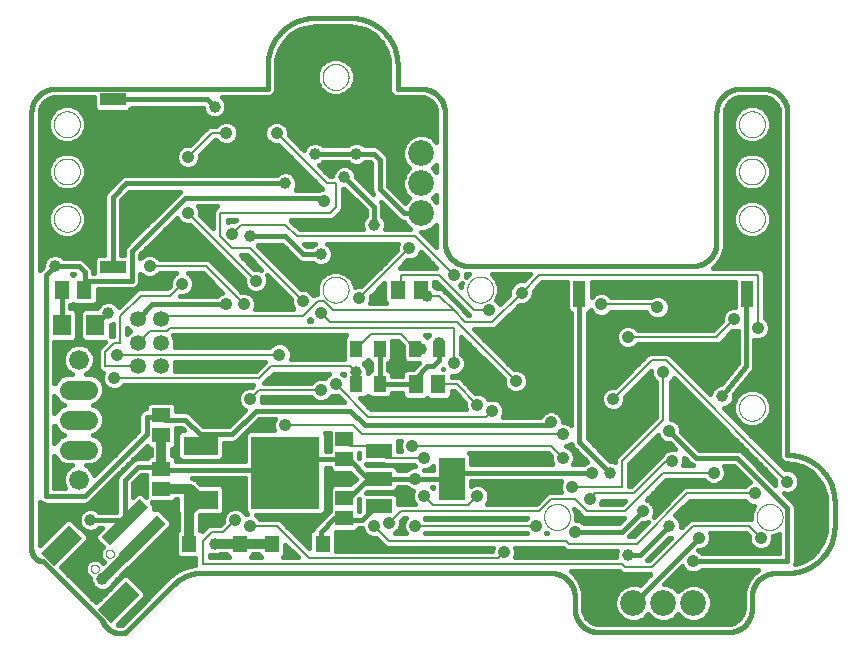
<source format=gbl>
G75*
%MOIN*%
%OFA0B0*%
%FSLAX25Y25*%
%IPPOS*%
%LPD*%
%AMOC8*
5,1,8,0,0,1.08239X$1,22.5*
%
%ADD10C,0.01600*%
%ADD11C,0.00000*%
%ADD12R,0.06299X0.07098*%
%ADD13R,0.05118X0.06299*%
%ADD14R,0.11811X0.06299*%
%ADD15R,0.22835X0.24409*%
%ADD16C,0.08600*%
%ADD17R,0.04200X0.08600*%
%ADD18R,0.08600X0.04200*%
%ADD19R,0.08800X0.04800*%
%ADD20R,0.08661X0.14173*%
%ADD21R,0.05906X0.05118*%
%ADD22R,0.05000X0.05787*%
%ADD23R,0.04331X0.05512*%
%ADD24R,0.03937X0.18110*%
%ADD25R,0.13386X0.06299*%
%ADD26C,0.06496*%
%ADD27C,0.06600*%
%ADD28C,0.05315*%
%ADD29C,0.03962*%
%ADD30C,0.03200*%
%ADD31C,0.01500*%
%ADD32C,0.04100*%
%ADD33C,0.00800*%
D10*
X0055902Y0050272D02*
X0036217Y0069957D01*
X0036093Y0069959D01*
X0035970Y0069965D01*
X0035846Y0069974D01*
X0035724Y0069988D01*
X0035601Y0070005D01*
X0035479Y0070027D01*
X0035358Y0070052D01*
X0035238Y0070081D01*
X0035119Y0070113D01*
X0035000Y0070150D01*
X0034883Y0070190D01*
X0034768Y0070233D01*
X0034653Y0070281D01*
X0034541Y0070332D01*
X0034430Y0070386D01*
X0034320Y0070444D01*
X0034213Y0070505D01*
X0034107Y0070570D01*
X0034004Y0070638D01*
X0033903Y0070709D01*
X0033804Y0070783D01*
X0033707Y0070860D01*
X0033613Y0070941D01*
X0033522Y0071024D01*
X0033433Y0071110D01*
X0033347Y0071199D01*
X0033264Y0071290D01*
X0033183Y0071384D01*
X0033106Y0071481D01*
X0033032Y0071580D01*
X0032961Y0071681D01*
X0032893Y0071784D01*
X0032828Y0071890D01*
X0032767Y0071997D01*
X0032709Y0072107D01*
X0032655Y0072218D01*
X0032604Y0072330D01*
X0032556Y0072445D01*
X0032513Y0072560D01*
X0032473Y0072677D01*
X0032436Y0072796D01*
X0032404Y0072915D01*
X0032375Y0073035D01*
X0032350Y0073156D01*
X0032328Y0073278D01*
X0032311Y0073401D01*
X0032297Y0073523D01*
X0032288Y0073647D01*
X0032282Y0073770D01*
X0032280Y0073894D01*
X0032280Y0219563D01*
X0035080Y0219563D02*
X0035143Y0220357D01*
X0035633Y0221867D01*
X0036566Y0223151D01*
X0037851Y0224084D01*
X0039360Y0224575D01*
X0040154Y0224637D01*
X0053067Y0224637D01*
X0053067Y0221044D01*
X0054238Y0219872D01*
X0064495Y0219872D01*
X0065667Y0221044D01*
X0065667Y0221172D01*
X0089323Y0221172D01*
X0089323Y0220740D01*
X0089929Y0219276D01*
X0091049Y0218156D01*
X0092512Y0217550D01*
X0094096Y0217550D01*
X0095559Y0218156D01*
X0096679Y0219276D01*
X0097285Y0220740D01*
X0097285Y0222323D01*
X0096679Y0223787D01*
X0095828Y0224637D01*
X0111577Y0224637D01*
X0112606Y0225063D01*
X0113394Y0225851D01*
X0113820Y0226880D01*
X0113820Y0235311D01*
X0113931Y0237001D01*
X0114806Y0240266D01*
X0116496Y0243193D01*
X0118886Y0245583D01*
X0121813Y0247273D01*
X0125078Y0248148D01*
X0126768Y0248259D01*
X0138579Y0248259D01*
X0140269Y0248148D01*
X0143534Y0247273D01*
X0146462Y0245583D01*
X0148852Y0243193D01*
X0150542Y0240266D01*
X0151417Y0237001D01*
X0151527Y0235311D01*
X0151527Y0226880D01*
X0151954Y0225851D01*
X0152741Y0225063D01*
X0153770Y0224637D01*
X0162201Y0224637D01*
X0162995Y0224575D01*
X0164505Y0224084D01*
X0164505Y0224084D01*
X0165789Y0223151D01*
X0166722Y0221867D01*
X0167213Y0220357D01*
X0167275Y0219563D01*
X0167275Y0209776D01*
X0165770Y0211282D01*
X0163455Y0212241D01*
X0160948Y0212241D01*
X0158633Y0211282D01*
X0156861Y0209510D01*
X0155901Y0207194D01*
X0155901Y0204688D01*
X0156861Y0202372D01*
X0158292Y0200941D01*
X0156861Y0199510D01*
X0155901Y0197194D01*
X0155901Y0194688D01*
X0156861Y0192372D01*
X0158292Y0190941D01*
X0156861Y0189510D01*
X0156856Y0189498D01*
X0151222Y0195132D01*
X0151222Y0204372D01*
X0150796Y0205401D01*
X0148827Y0207370D01*
X0148039Y0208157D01*
X0147010Y0208583D01*
X0143378Y0208583D01*
X0142803Y0209158D01*
X0141340Y0209765D01*
X0139756Y0209765D01*
X0138293Y0209158D01*
X0137718Y0208583D01*
X0129598Y0208583D01*
X0129023Y0209158D01*
X0127560Y0209765D01*
X0125976Y0209765D01*
X0124513Y0209158D01*
X0123393Y0208039D01*
X0122986Y0207055D01*
X0118023Y0212017D01*
X0118023Y0213479D01*
X0117407Y0214967D01*
X0116267Y0216107D01*
X0114779Y0216723D01*
X0113167Y0216723D01*
X0111679Y0216107D01*
X0110540Y0214967D01*
X0109923Y0213479D01*
X0109923Y0211868D01*
X0110540Y0210379D01*
X0111679Y0209240D01*
X0113167Y0208623D01*
X0114629Y0208623D01*
X0129167Y0194085D01*
X0128916Y0194085D01*
X0128153Y0193770D01*
X0120336Y0193770D01*
X0120907Y0195149D01*
X0120907Y0196733D01*
X0120301Y0198196D01*
X0119181Y0199316D01*
X0117718Y0199922D01*
X0116134Y0199922D01*
X0114671Y0199316D01*
X0114096Y0198741D01*
X0063219Y0198741D01*
X0062190Y0198315D01*
X0061403Y0197527D01*
X0056993Y0193118D01*
X0056567Y0192088D01*
X0056567Y0172009D01*
X0054238Y0172009D01*
X0053067Y0170838D01*
X0053067Y0166211D01*
X0052797Y0166211D01*
X0052797Y0166970D01*
X0052370Y0167999D01*
X0051583Y0168787D01*
X0049614Y0170756D01*
X0048585Y0171182D01*
X0042984Y0171182D01*
X0042409Y0171757D01*
X0040946Y0172363D01*
X0039362Y0172363D01*
X0037899Y0171757D01*
X0036779Y0170637D01*
X0036173Y0169174D01*
X0036173Y0168290D01*
X0035644Y0167760D01*
X0035080Y0167197D01*
X0035080Y0219563D01*
X0035080Y0218974D02*
X0038626Y0218974D01*
X0038724Y0219212D02*
X0037760Y0216885D01*
X0037760Y0214367D01*
X0038724Y0212040D01*
X0040505Y0210259D01*
X0042832Y0209295D01*
X0045350Y0209295D01*
X0047677Y0210259D01*
X0049458Y0212040D01*
X0050422Y0214367D01*
X0050422Y0216885D01*
X0049458Y0219212D01*
X0047677Y0220993D01*
X0045350Y0221957D01*
X0042832Y0221957D01*
X0040505Y0220993D01*
X0038724Y0219212D01*
X0032280Y0219563D02*
X0032282Y0219753D01*
X0032289Y0219943D01*
X0032301Y0220133D01*
X0032317Y0220323D01*
X0032337Y0220512D01*
X0032363Y0220701D01*
X0032392Y0220889D01*
X0032427Y0221076D01*
X0032466Y0221262D01*
X0032509Y0221447D01*
X0032557Y0221632D01*
X0032609Y0221815D01*
X0032665Y0221996D01*
X0032726Y0222176D01*
X0032792Y0222355D01*
X0032861Y0222532D01*
X0032935Y0222708D01*
X0033013Y0222881D01*
X0033096Y0223053D01*
X0033182Y0223222D01*
X0033272Y0223390D01*
X0033367Y0223555D01*
X0033465Y0223718D01*
X0033568Y0223878D01*
X0033674Y0224036D01*
X0033784Y0224191D01*
X0033897Y0224344D01*
X0034015Y0224494D01*
X0034136Y0224640D01*
X0034260Y0224784D01*
X0034388Y0224925D01*
X0034519Y0225063D01*
X0034654Y0225198D01*
X0034792Y0225329D01*
X0034933Y0225457D01*
X0035077Y0225581D01*
X0035223Y0225702D01*
X0035373Y0225820D01*
X0035526Y0225933D01*
X0035681Y0226043D01*
X0035839Y0226149D01*
X0035999Y0226252D01*
X0036162Y0226350D01*
X0036327Y0226445D01*
X0036495Y0226535D01*
X0036664Y0226621D01*
X0036836Y0226704D01*
X0037009Y0226782D01*
X0037185Y0226856D01*
X0037362Y0226925D01*
X0037541Y0226991D01*
X0037721Y0227052D01*
X0037902Y0227108D01*
X0038085Y0227160D01*
X0038270Y0227208D01*
X0038455Y0227251D01*
X0038641Y0227290D01*
X0038828Y0227325D01*
X0039016Y0227354D01*
X0039205Y0227380D01*
X0039394Y0227400D01*
X0039584Y0227416D01*
X0039774Y0227428D01*
X0039964Y0227435D01*
X0040154Y0227437D01*
X0111020Y0227437D01*
X0111020Y0235311D01*
X0113820Y0234959D02*
X0128291Y0234959D01*
X0128291Y0234960D02*
X0127327Y0232633D01*
X0127327Y0230115D01*
X0128291Y0227788D01*
X0130072Y0226007D01*
X0132399Y0225043D01*
X0134917Y0225043D01*
X0137244Y0226007D01*
X0139025Y0227788D01*
X0139989Y0230115D01*
X0139989Y0232633D01*
X0139025Y0234960D01*
X0137244Y0236741D01*
X0134917Y0237705D01*
X0132399Y0237705D01*
X0130072Y0236741D01*
X0128291Y0234960D01*
X0126768Y0251059D02*
X0126387Y0251054D01*
X0126007Y0251041D01*
X0125627Y0251018D01*
X0125248Y0250985D01*
X0124870Y0250944D01*
X0124493Y0250894D01*
X0124117Y0250834D01*
X0123742Y0250766D01*
X0123370Y0250688D01*
X0122999Y0250601D01*
X0122631Y0250506D01*
X0122265Y0250401D01*
X0121902Y0250288D01*
X0121541Y0250166D01*
X0121184Y0250036D01*
X0120830Y0249896D01*
X0120479Y0249749D01*
X0120132Y0249592D01*
X0119789Y0249428D01*
X0119450Y0249255D01*
X0119115Y0249074D01*
X0118784Y0248885D01*
X0118459Y0248688D01*
X0118138Y0248484D01*
X0117822Y0248271D01*
X0117512Y0248051D01*
X0117206Y0247824D01*
X0116907Y0247589D01*
X0116613Y0247347D01*
X0116325Y0247099D01*
X0116043Y0246843D01*
X0115768Y0246580D01*
X0115499Y0246311D01*
X0115236Y0246036D01*
X0114980Y0245754D01*
X0114732Y0245466D01*
X0114490Y0245172D01*
X0114255Y0244873D01*
X0114028Y0244567D01*
X0113808Y0244257D01*
X0113595Y0243941D01*
X0113391Y0243620D01*
X0113194Y0243295D01*
X0113005Y0242964D01*
X0112824Y0242629D01*
X0112651Y0242290D01*
X0112487Y0241947D01*
X0112330Y0241600D01*
X0112183Y0241249D01*
X0112043Y0240895D01*
X0111913Y0240538D01*
X0111791Y0240177D01*
X0111678Y0239814D01*
X0111573Y0239448D01*
X0111478Y0239080D01*
X0111391Y0238709D01*
X0111313Y0238337D01*
X0111245Y0237962D01*
X0111185Y0237586D01*
X0111135Y0237209D01*
X0111094Y0236831D01*
X0111061Y0236452D01*
X0111038Y0236072D01*
X0111025Y0235692D01*
X0111020Y0235311D01*
X0113902Y0236557D02*
X0129889Y0236557D01*
X0127629Y0233360D02*
X0113820Y0233360D01*
X0113820Y0231762D02*
X0127327Y0231762D01*
X0127327Y0230163D02*
X0113820Y0230163D01*
X0113820Y0228565D02*
X0127969Y0228565D01*
X0129113Y0226966D02*
X0113820Y0226966D01*
X0112911Y0225368D02*
X0131615Y0225368D01*
X0135701Y0225368D02*
X0152437Y0225368D01*
X0151527Y0226966D02*
X0138204Y0226966D01*
X0139347Y0228565D02*
X0151527Y0228565D01*
X0151527Y0230163D02*
X0139989Y0230163D01*
X0139989Y0231762D02*
X0151527Y0231762D01*
X0151527Y0233360D02*
X0139688Y0233360D01*
X0139025Y0234959D02*
X0151527Y0234959D01*
X0151446Y0236557D02*
X0137428Y0236557D01*
X0138579Y0251059D02*
X0138960Y0251054D01*
X0139340Y0251041D01*
X0139720Y0251018D01*
X0140099Y0250985D01*
X0140477Y0250944D01*
X0140854Y0250894D01*
X0141230Y0250834D01*
X0141605Y0250766D01*
X0141977Y0250688D01*
X0142348Y0250601D01*
X0142716Y0250506D01*
X0143082Y0250401D01*
X0143445Y0250288D01*
X0143806Y0250166D01*
X0144163Y0250036D01*
X0144517Y0249896D01*
X0144868Y0249749D01*
X0145215Y0249592D01*
X0145558Y0249428D01*
X0145897Y0249255D01*
X0146232Y0249074D01*
X0146563Y0248885D01*
X0146888Y0248688D01*
X0147209Y0248484D01*
X0147525Y0248271D01*
X0147835Y0248051D01*
X0148141Y0247824D01*
X0148440Y0247589D01*
X0148734Y0247347D01*
X0149022Y0247099D01*
X0149304Y0246843D01*
X0149579Y0246580D01*
X0149848Y0246311D01*
X0150111Y0246036D01*
X0150367Y0245754D01*
X0150615Y0245466D01*
X0150857Y0245172D01*
X0151092Y0244873D01*
X0151319Y0244567D01*
X0151539Y0244257D01*
X0151752Y0243941D01*
X0151956Y0243620D01*
X0152153Y0243295D01*
X0152342Y0242964D01*
X0152523Y0242629D01*
X0152696Y0242290D01*
X0152860Y0241947D01*
X0153017Y0241600D01*
X0153164Y0241249D01*
X0153304Y0240895D01*
X0153434Y0240538D01*
X0153556Y0240177D01*
X0153669Y0239814D01*
X0153774Y0239448D01*
X0153869Y0239080D01*
X0153956Y0238709D01*
X0154034Y0238337D01*
X0154102Y0237962D01*
X0154162Y0237586D01*
X0154212Y0237209D01*
X0154253Y0236831D01*
X0154286Y0236452D01*
X0154309Y0236072D01*
X0154322Y0235692D01*
X0154327Y0235311D01*
X0154327Y0227437D01*
X0162201Y0227437D01*
X0164938Y0223769D02*
X0096686Y0223769D01*
X0097285Y0222171D02*
X0166501Y0222171D01*
X0167143Y0220572D02*
X0097216Y0220572D01*
X0096376Y0218974D02*
X0167275Y0218974D01*
X0167275Y0217375D02*
X0050219Y0217375D01*
X0050422Y0215777D02*
X0094617Y0215777D01*
X0094947Y0216107D02*
X0093913Y0215073D01*
X0091842Y0215073D01*
X0090960Y0214708D01*
X0090285Y0214033D01*
X0085101Y0208849D01*
X0083640Y0208849D01*
X0082151Y0208233D01*
X0081012Y0207093D01*
X0080396Y0205605D01*
X0080396Y0203994D01*
X0081012Y0202505D01*
X0082151Y0201366D01*
X0083640Y0200749D01*
X0085251Y0200749D01*
X0086740Y0201366D01*
X0087879Y0202505D01*
X0088496Y0203994D01*
X0088496Y0205455D01*
X0093314Y0210273D01*
X0093913Y0210273D01*
X0094947Y0209240D01*
X0096435Y0208623D01*
X0098046Y0208623D01*
X0099535Y0209240D01*
X0100674Y0210379D01*
X0101291Y0211868D01*
X0101291Y0213479D01*
X0100674Y0214967D01*
X0099535Y0216107D01*
X0098046Y0216723D01*
X0096435Y0216723D01*
X0094947Y0216107D01*
X0090431Y0214178D02*
X0050344Y0214178D01*
X0049682Y0212580D02*
X0088832Y0212580D01*
X0087234Y0210981D02*
X0048399Y0210981D01*
X0045562Y0209383D02*
X0085635Y0209383D01*
X0081703Y0207784D02*
X0035080Y0207784D01*
X0035080Y0206186D02*
X0042777Y0206186D01*
X0042832Y0206209D02*
X0040505Y0205245D01*
X0038724Y0203464D01*
X0037760Y0201137D01*
X0037760Y0198619D01*
X0038724Y0196292D01*
X0040505Y0194511D01*
X0042832Y0193547D01*
X0045350Y0193547D01*
X0047677Y0194511D01*
X0049458Y0196292D01*
X0050422Y0198619D01*
X0050422Y0201137D01*
X0049458Y0203464D01*
X0047677Y0205245D01*
X0045350Y0206209D01*
X0042832Y0206209D01*
X0045406Y0206186D02*
X0080636Y0206186D01*
X0080396Y0204587D02*
X0048335Y0204587D01*
X0049655Y0202989D02*
X0080812Y0202989D01*
X0082127Y0201390D02*
X0050317Y0201390D01*
X0050422Y0199792D02*
X0115819Y0199792D01*
X0118032Y0199792D02*
X0123460Y0199792D01*
X0121862Y0201390D02*
X0086764Y0201390D01*
X0088079Y0202989D02*
X0120263Y0202989D01*
X0118665Y0204587D02*
X0088496Y0204587D01*
X0089226Y0206186D02*
X0117066Y0206186D01*
X0115468Y0207784D02*
X0090825Y0207784D01*
X0092423Y0209383D02*
X0094804Y0209383D01*
X0099678Y0209383D02*
X0111536Y0209383D01*
X0110290Y0210981D02*
X0100924Y0210981D01*
X0101291Y0212580D02*
X0109923Y0212580D01*
X0110213Y0214178D02*
X0101001Y0214178D01*
X0099865Y0215777D02*
X0111349Y0215777D01*
X0116597Y0215777D02*
X0167275Y0215777D01*
X0167275Y0214178D02*
X0117733Y0214178D01*
X0118023Y0212580D02*
X0167275Y0212580D01*
X0167275Y0210981D02*
X0166071Y0210981D01*
X0158332Y0210981D02*
X0119059Y0210981D01*
X0120658Y0209383D02*
X0125055Y0209383D01*
X0123288Y0207784D02*
X0122256Y0207784D01*
X0126768Y0205783D02*
X0140548Y0205783D01*
X0146453Y0205783D01*
X0148422Y0203815D01*
X0148422Y0193972D01*
X0156453Y0185941D01*
X0162201Y0185941D01*
X0157552Y0190201D02*
X0156153Y0190201D01*
X0157434Y0191799D02*
X0154555Y0191799D01*
X0152956Y0193398D02*
X0156436Y0193398D01*
X0155901Y0194996D02*
X0151358Y0194996D01*
X0151222Y0196595D02*
X0155901Y0196595D01*
X0156315Y0198193D02*
X0151222Y0198193D01*
X0151222Y0199792D02*
X0157143Y0199792D01*
X0157843Y0201390D02*
X0151222Y0201390D01*
X0151222Y0202989D02*
X0156605Y0202989D01*
X0155943Y0204587D02*
X0151133Y0204587D01*
X0150011Y0206186D02*
X0155901Y0206186D01*
X0156146Y0207784D02*
X0148412Y0207784D01*
X0145294Y0202983D02*
X0145622Y0202655D01*
X0145622Y0193415D01*
X0146016Y0192464D01*
X0140592Y0197888D01*
X0140592Y0198701D01*
X0139986Y0200165D01*
X0138866Y0201284D01*
X0137403Y0201891D01*
X0135819Y0201891D01*
X0134356Y0201284D01*
X0133236Y0200165D01*
X0132630Y0198701D01*
X0132630Y0198341D01*
X0131699Y0198341D01*
X0128040Y0202001D01*
X0129023Y0202408D01*
X0129598Y0202983D01*
X0137718Y0202983D01*
X0138293Y0202408D01*
X0139756Y0201802D01*
X0141340Y0201802D01*
X0142803Y0202408D01*
X0143378Y0202983D01*
X0145294Y0202983D01*
X0145622Y0201390D02*
X0138611Y0201390D01*
X0140140Y0199792D02*
X0145622Y0199792D01*
X0145622Y0198193D02*
X0140592Y0198193D01*
X0141885Y0196595D02*
X0145622Y0196595D01*
X0145622Y0194996D02*
X0143484Y0194996D01*
X0145082Y0193398D02*
X0145629Y0193398D01*
X0148859Y0189575D02*
X0154867Y0183567D01*
X0155896Y0183141D01*
X0156542Y0183141D01*
X0156861Y0182372D01*
X0158608Y0180624D01*
X0150126Y0180624D01*
X0150434Y0181370D01*
X0150434Y0182953D01*
X0149828Y0184417D01*
X0149253Y0184992D01*
X0149253Y0188624D01*
X0148859Y0189575D01*
X0149253Y0188602D02*
X0149832Y0188602D01*
X0149253Y0187004D02*
X0151431Y0187004D01*
X0153029Y0185405D02*
X0149253Y0185405D01*
X0150081Y0183807D02*
X0154628Y0183807D01*
X0157025Y0182208D02*
X0150434Y0182208D01*
X0146453Y0182161D02*
X0146453Y0188067D01*
X0136611Y0197909D01*
X0133081Y0199792D02*
X0130249Y0199792D01*
X0128650Y0201390D02*
X0134611Y0201390D01*
X0128256Y0194996D02*
X0120844Y0194996D01*
X0120907Y0196595D02*
X0126657Y0196595D01*
X0125059Y0198193D02*
X0120302Y0198193D01*
X0116926Y0195941D02*
X0063776Y0195941D01*
X0059367Y0191531D01*
X0059367Y0167909D01*
X0062167Y0172009D02*
X0062167Y0190372D01*
X0064936Y0193141D01*
X0081693Y0193141D01*
X0064187Y0175634D01*
X0063413Y0174861D01*
X0062995Y0173850D01*
X0062995Y0172009D01*
X0062167Y0172009D01*
X0062167Y0172617D02*
X0062995Y0172617D01*
X0063146Y0174216D02*
X0062167Y0174216D01*
X0062167Y0175814D02*
X0064367Y0175814D01*
X0065965Y0177413D02*
X0062167Y0177413D01*
X0062167Y0179011D02*
X0067564Y0179011D01*
X0069162Y0180610D02*
X0062167Y0180610D01*
X0062167Y0182208D02*
X0070761Y0182208D01*
X0072359Y0183807D02*
X0062167Y0183807D01*
X0062167Y0185405D02*
X0073958Y0185405D01*
X0075556Y0187004D02*
X0062167Y0187004D01*
X0062167Y0188602D02*
X0077155Y0188602D01*
X0078753Y0190201D02*
X0062167Y0190201D01*
X0063594Y0191799D02*
X0080352Y0191799D01*
X0087930Y0188270D02*
X0088496Y0186904D01*
X0088496Y0185443D01*
X0092872Y0181066D01*
X0092872Y0186576D01*
X0093238Y0187458D01*
X0093913Y0188133D01*
X0094243Y0188270D01*
X0087930Y0188270D01*
X0088454Y0187004D02*
X0093050Y0187004D01*
X0092872Y0185405D02*
X0088533Y0185405D01*
X0090131Y0183807D02*
X0092872Y0183807D01*
X0092872Y0182208D02*
X0091730Y0182208D01*
X0088139Y0179011D02*
X0075342Y0179011D01*
X0076940Y0180610D02*
X0086540Y0180610D01*
X0085101Y0182048D02*
X0103033Y0164117D01*
X0103033Y0162655D01*
X0103650Y0161166D01*
X0104789Y0160027D01*
X0106278Y0159411D01*
X0107889Y0159411D01*
X0109377Y0160027D01*
X0110517Y0161166D01*
X0111133Y0162655D01*
X0111133Y0164266D01*
X0110703Y0165305D01*
X0118781Y0157227D01*
X0118781Y0155765D01*
X0119398Y0154277D01*
X0119625Y0154050D01*
X0106893Y0154050D01*
X0107196Y0154781D01*
X0107196Y0156392D01*
X0106580Y0157881D01*
X0105440Y0159020D01*
X0103952Y0159637D01*
X0102490Y0159637D01*
X0092386Y0169741D01*
X0091711Y0170416D01*
X0090828Y0170782D01*
X0074978Y0170782D01*
X0073944Y0171815D01*
X0072456Y0172432D01*
X0070845Y0172432D01*
X0069356Y0171815D01*
X0068495Y0170954D01*
X0068495Y0172164D01*
X0080755Y0184425D01*
X0081012Y0183804D01*
X0082151Y0182665D01*
X0083640Y0182048D01*
X0085101Y0182048D01*
X0083254Y0182208D02*
X0078539Y0182208D01*
X0080137Y0183807D02*
X0081011Y0183807D01*
X0073743Y0177413D02*
X0089737Y0177413D01*
X0091336Y0175814D02*
X0072145Y0175814D01*
X0070546Y0174216D02*
X0092934Y0174216D01*
X0094533Y0172617D02*
X0068948Y0172617D01*
X0068559Y0171019D02*
X0068495Y0171019D01*
X0068495Y0165810D02*
X0069356Y0164948D01*
X0070845Y0164332D01*
X0072456Y0164332D01*
X0073944Y0164948D01*
X0074978Y0165982D01*
X0080357Y0165982D01*
X0080183Y0165910D01*
X0079044Y0164771D01*
X0078427Y0163282D01*
X0078427Y0161820D01*
X0077546Y0160939D01*
X0068220Y0160939D01*
X0067338Y0160574D01*
X0061365Y0154601D01*
X0061246Y0154889D01*
X0060126Y0156009D01*
X0058663Y0156615D01*
X0057079Y0156615D01*
X0055616Y0156009D01*
X0054496Y0154889D01*
X0054229Y0154246D01*
X0049649Y0154246D01*
X0048477Y0153074D01*
X0048477Y0144319D01*
X0049649Y0143148D01*
X0056801Y0143148D01*
X0055527Y0141873D01*
X0054852Y0141198D01*
X0054486Y0140316D01*
X0054486Y0134440D01*
X0054852Y0133558D01*
X0055527Y0132883D01*
X0056139Y0132629D01*
X0055789Y0131786D01*
X0055789Y0130175D01*
X0056406Y0128686D01*
X0057545Y0127547D01*
X0059034Y0126930D01*
X0060645Y0126930D01*
X0062133Y0127547D01*
X0063167Y0128580D01*
X0106210Y0128580D01*
X0105771Y0128141D01*
X0104309Y0128141D01*
X0102821Y0127524D01*
X0101681Y0126385D01*
X0101065Y0124896D01*
X0101065Y0123285D01*
X0101681Y0121796D01*
X0102821Y0120657D01*
X0103441Y0120400D01*
X0098070Y0115030D01*
X0089592Y0115030D01*
X0085835Y0118787D01*
X0085047Y0119575D01*
X0084018Y0120001D01*
X0080540Y0120001D01*
X0080540Y0121966D01*
X0079368Y0123138D01*
X0071806Y0123138D01*
X0070635Y0121966D01*
X0070635Y0120935D01*
X0070119Y0120935D01*
X0069108Y0120516D01*
X0068335Y0119743D01*
X0067916Y0118732D01*
X0067916Y0113419D01*
X0053160Y0098662D01*
X0052521Y0100203D01*
X0051030Y0101694D01*
X0050405Y0101953D01*
X0052320Y0101953D01*
X0054249Y0102752D01*
X0055725Y0104228D01*
X0056524Y0106157D01*
X0056524Y0108245D01*
X0055725Y0110174D01*
X0054249Y0111650D01*
X0052919Y0112201D01*
X0054249Y0112752D01*
X0055725Y0114228D01*
X0056524Y0116157D01*
X0056524Y0118245D01*
X0055725Y0120174D01*
X0054249Y0121650D01*
X0052919Y0122201D01*
X0054249Y0122752D01*
X0055725Y0124228D01*
X0056524Y0126157D01*
X0056524Y0128245D01*
X0055725Y0130174D01*
X0054249Y0131650D01*
X0052320Y0132449D01*
X0050405Y0132449D01*
X0051030Y0132708D01*
X0052521Y0134199D01*
X0053328Y0136147D01*
X0053328Y0138255D01*
X0052521Y0140203D01*
X0051030Y0141694D01*
X0049082Y0142501D01*
X0046974Y0142501D01*
X0045026Y0141694D01*
X0043535Y0140203D01*
X0042728Y0138255D01*
X0042728Y0136147D01*
X0043535Y0134199D01*
X0045026Y0132708D01*
X0045651Y0132449D01*
X0043736Y0132449D01*
X0041807Y0131650D01*
X0040331Y0130174D01*
X0039951Y0129257D01*
X0039951Y0143148D01*
X0046408Y0143148D01*
X0047579Y0144319D01*
X0047579Y0153074D01*
X0046408Y0154246D01*
X0045120Y0154246D01*
X0045120Y0155358D01*
X0045707Y0155358D01*
X0046060Y0155711D01*
X0046412Y0155358D01*
X0053187Y0155358D01*
X0054359Y0156530D01*
X0054359Y0160711D01*
X0066292Y0160711D01*
X0067302Y0161129D01*
X0068076Y0161903D01*
X0068495Y0162914D01*
X0068495Y0165810D01*
X0068495Y0164624D02*
X0070138Y0164624D01*
X0068495Y0163026D02*
X0078427Y0163026D01*
X0078034Y0161427D02*
X0067601Y0161427D01*
X0066593Y0159829D02*
X0054359Y0159829D01*
X0054359Y0158230D02*
X0064994Y0158230D01*
X0063396Y0156632D02*
X0054359Y0156632D01*
X0054640Y0155033D02*
X0045120Y0155033D01*
X0047219Y0153435D02*
X0048837Y0153435D01*
X0048477Y0151836D02*
X0047579Y0151836D01*
X0047579Y0150238D02*
X0048477Y0150238D01*
X0048477Y0148639D02*
X0047579Y0148639D01*
X0047579Y0147041D02*
X0048477Y0147041D01*
X0048477Y0145442D02*
X0047579Y0145442D01*
X0047104Y0143844D02*
X0048952Y0143844D01*
X0049699Y0142245D02*
X0055899Y0142245D01*
X0054624Y0140647D02*
X0052077Y0140647D01*
X0053000Y0139048D02*
X0054486Y0139048D01*
X0054486Y0137450D02*
X0053328Y0137450D01*
X0053206Y0135851D02*
X0054486Y0135851D01*
X0054564Y0134253D02*
X0052544Y0134253D01*
X0050901Y0132654D02*
X0056079Y0132654D01*
X0055789Y0131056D02*
X0054843Y0131056D01*
X0056022Y0129457D02*
X0056086Y0129457D01*
X0056524Y0127859D02*
X0057233Y0127859D01*
X0056524Y0126260D02*
X0101630Y0126260D01*
X0101065Y0124662D02*
X0055905Y0124662D01*
X0054560Y0123063D02*
X0071731Y0123063D01*
X0070635Y0121465D02*
X0054434Y0121465D01*
X0055853Y0119866D02*
X0068458Y0119866D01*
X0067916Y0118268D02*
X0056515Y0118268D01*
X0056524Y0116669D02*
X0067916Y0116669D01*
X0067916Y0115071D02*
X0056074Y0115071D01*
X0054969Y0113472D02*
X0067916Y0113472D01*
X0066371Y0111874D02*
X0053709Y0111874D01*
X0055624Y0110275D02*
X0064773Y0110275D01*
X0063174Y0108677D02*
X0056345Y0108677D01*
X0056524Y0107078D02*
X0061575Y0107078D01*
X0059977Y0105480D02*
X0056244Y0105480D01*
X0055378Y0103881D02*
X0058378Y0103881D01*
X0056780Y0102283D02*
X0053116Y0102283D01*
X0052040Y0100684D02*
X0055181Y0100684D01*
X0053583Y0099086D02*
X0052984Y0099086D01*
X0056566Y0094290D02*
X0060619Y0094290D01*
X0060619Y0095888D02*
X0058164Y0095888D01*
X0059763Y0097487D02*
X0060619Y0097487D01*
X0060619Y0097715D02*
X0060619Y0086536D01*
X0054795Y0086536D01*
X0054220Y0087111D01*
X0052757Y0087717D01*
X0051173Y0087717D01*
X0049710Y0087111D01*
X0048590Y0085991D01*
X0047984Y0084528D01*
X0047984Y0082944D01*
X0048590Y0081481D01*
X0049710Y0080361D01*
X0051173Y0079755D01*
X0052757Y0079755D01*
X0054220Y0080361D01*
X0054795Y0080936D01*
X0055702Y0080936D01*
X0053624Y0078858D01*
X0053624Y0077202D01*
X0055997Y0074828D01*
X0055544Y0074376D01*
X0055030Y0073134D01*
X0055030Y0071790D01*
X0055544Y0070549D01*
X0056426Y0069666D01*
X0056192Y0069433D01*
X0055310Y0070315D01*
X0054069Y0070829D01*
X0052725Y0070829D01*
X0051483Y0070315D01*
X0050533Y0069365D01*
X0050019Y0068123D01*
X0050019Y0066779D01*
X0050533Y0065538D01*
X0051483Y0064587D01*
X0051921Y0064406D01*
X0051921Y0063259D01*
X0052527Y0061796D01*
X0053647Y0060676D01*
X0055110Y0060070D01*
X0056694Y0060070D01*
X0058157Y0060676D01*
X0059277Y0061796D01*
X0059658Y0062716D01*
X0064621Y0067678D01*
X0064804Y0067678D01*
X0078781Y0081656D01*
X0078781Y0083313D01*
X0074826Y0087268D01*
X0073214Y0087268D01*
X0073214Y0088880D01*
X0072484Y0089610D01*
X0079368Y0089610D01*
X0080327Y0090569D01*
X0080753Y0090569D01*
X0080753Y0086506D01*
X0081239Y0086020D01*
X0081239Y0080484D01*
X0080339Y0079584D01*
X0080339Y0072140D01*
X0081511Y0070969D01*
X0086967Y0070969D01*
X0086967Y0068820D01*
X0086841Y0068820D01*
X0086653Y0068742D01*
X0085220Y0068537D01*
X0081846Y0067281D01*
X0078817Y0065335D01*
X0077938Y0064456D01*
X0077186Y0063704D01*
X0077151Y0063669D01*
X0077151Y0063669D01*
X0062343Y0048861D01*
X0061298Y0048853D01*
X0061081Y0048922D01*
X0070151Y0057993D01*
X0070151Y0059650D01*
X0064526Y0065275D01*
X0062869Y0065275D01*
X0053863Y0056270D01*
X0042216Y0067918D01*
X0051221Y0076923D01*
X0051221Y0078580D01*
X0045595Y0084206D01*
X0043938Y0084206D01*
X0035080Y0075348D01*
X0035080Y0089842D01*
X0035644Y0089279D01*
X0036654Y0088860D01*
X0050544Y0088860D01*
X0051554Y0089279D01*
X0070704Y0108429D01*
X0071806Y0107327D01*
X0071987Y0107327D01*
X0071987Y0105421D01*
X0071806Y0105421D01*
X0070638Y0104253D01*
X0067156Y0104253D01*
X0066127Y0103826D01*
X0065340Y0103039D01*
X0061045Y0098744D01*
X0060619Y0097715D01*
X0061361Y0099086D02*
X0061386Y0099086D01*
X0062960Y0100684D02*
X0062985Y0100684D01*
X0064558Y0102283D02*
X0064583Y0102283D01*
X0066157Y0103881D02*
X0066259Y0103881D01*
X0067755Y0105480D02*
X0071987Y0105480D01*
X0071987Y0107078D02*
X0069354Y0107078D01*
X0067713Y0101453D02*
X0074997Y0101453D01*
X0075587Y0100862D01*
X0070635Y0098653D02*
X0070635Y0097475D01*
X0070635Y0091459D01*
X0069258Y0092836D01*
X0067601Y0092836D01*
X0066219Y0091453D01*
X0066219Y0095998D01*
X0068873Y0098653D01*
X0070635Y0098653D01*
X0070635Y0097487D02*
X0067707Y0097487D01*
X0066219Y0095888D02*
X0070635Y0095888D01*
X0070635Y0094290D02*
X0066219Y0094290D01*
X0066219Y0092691D02*
X0067457Y0092691D01*
X0069402Y0092691D02*
X0070635Y0092691D01*
X0072599Y0089494D02*
X0080753Y0089494D01*
X0080753Y0087896D02*
X0073214Y0087896D01*
X0075797Y0086297D02*
X0080961Y0086297D01*
X0081239Y0084699D02*
X0077395Y0084699D01*
X0078781Y0083100D02*
X0081239Y0083100D01*
X0081239Y0081502D02*
X0078628Y0081502D01*
X0077029Y0079903D02*
X0080658Y0079903D01*
X0080339Y0078305D02*
X0075430Y0078305D01*
X0073832Y0076706D02*
X0080339Y0076706D01*
X0080339Y0075108D02*
X0072233Y0075108D01*
X0070635Y0073509D02*
X0080339Y0073509D01*
X0080568Y0071911D02*
X0069036Y0071911D01*
X0067438Y0070312D02*
X0086967Y0070312D01*
X0086458Y0068714D02*
X0065839Y0068714D01*
X0064057Y0067115D02*
X0081589Y0067115D01*
X0081846Y0067281D02*
X0081846Y0067281D01*
X0079100Y0065517D02*
X0062459Y0065517D01*
X0061512Y0063918D02*
X0060860Y0063918D01*
X0059913Y0062320D02*
X0059494Y0062320D01*
X0058315Y0060721D02*
X0058202Y0060721D01*
X0056716Y0059123D02*
X0051011Y0059123D01*
X0049412Y0060721D02*
X0053602Y0060721D01*
X0052310Y0062320D02*
X0047814Y0062320D01*
X0046215Y0063918D02*
X0051921Y0063918D01*
X0050554Y0065517D02*
X0044617Y0065517D01*
X0043018Y0067115D02*
X0050019Y0067115D01*
X0050263Y0068714D02*
X0043012Y0068714D01*
X0044610Y0070312D02*
X0051481Y0070312D01*
X0055313Y0070312D02*
X0055780Y0070312D01*
X0055030Y0071911D02*
X0046209Y0071911D01*
X0047807Y0073509D02*
X0055185Y0073509D01*
X0055718Y0075108D02*
X0049406Y0075108D01*
X0051004Y0076706D02*
X0054119Y0076706D01*
X0053624Y0078305D02*
X0051221Y0078305D01*
X0050815Y0079903D02*
X0049897Y0079903D01*
X0048582Y0081502D02*
X0048299Y0081502D01*
X0047984Y0083100D02*
X0046700Y0083100D01*
X0048055Y0084699D02*
X0035080Y0084699D01*
X0035080Y0086297D02*
X0048896Y0086297D01*
X0051965Y0083736D02*
X0062723Y0083736D01*
X0063419Y0083041D01*
X0063419Y0097158D01*
X0067713Y0101453D01*
X0060619Y0092691D02*
X0054967Y0092691D01*
X0053369Y0091093D02*
X0060619Y0091093D01*
X0060619Y0089494D02*
X0051770Y0089494D01*
X0043468Y0094360D02*
X0039951Y0094360D01*
X0039951Y0105145D01*
X0040331Y0104228D01*
X0041807Y0102752D01*
X0043736Y0101953D01*
X0045651Y0101953D01*
X0045026Y0101694D01*
X0043535Y0100203D01*
X0042728Y0098255D01*
X0042728Y0096147D01*
X0043468Y0094360D01*
X0042835Y0095888D02*
X0039951Y0095888D01*
X0039951Y0097487D02*
X0042728Y0097487D01*
X0043072Y0099086D02*
X0039951Y0099086D01*
X0039951Y0100684D02*
X0044016Y0100684D01*
X0042940Y0102283D02*
X0039951Y0102283D01*
X0039951Y0103881D02*
X0040678Y0103881D01*
X0039951Y0109257D02*
X0039951Y0115145D01*
X0040331Y0114228D01*
X0041807Y0112752D01*
X0043137Y0112201D01*
X0041807Y0111650D01*
X0040331Y0110174D01*
X0039951Y0109257D01*
X0039951Y0110275D02*
X0040433Y0110275D01*
X0039951Y0111874D02*
X0042348Y0111874D01*
X0041087Y0113472D02*
X0039951Y0113472D01*
X0039951Y0115071D02*
X0039982Y0115071D01*
X0039951Y0119257D02*
X0039951Y0125145D01*
X0040331Y0124228D01*
X0041807Y0122752D01*
X0043137Y0122201D01*
X0041807Y0121650D01*
X0040331Y0120174D01*
X0039951Y0119257D01*
X0039951Y0119866D02*
X0040204Y0119866D01*
X0039951Y0121465D02*
X0041622Y0121465D01*
X0041496Y0123063D02*
X0039951Y0123063D01*
X0039951Y0124662D02*
X0040151Y0124662D01*
X0040034Y0129457D02*
X0039951Y0129457D01*
X0039951Y0131056D02*
X0041213Y0131056D01*
X0039951Y0132654D02*
X0045155Y0132654D01*
X0043513Y0134253D02*
X0039951Y0134253D01*
X0039951Y0135851D02*
X0042851Y0135851D01*
X0042728Y0137450D02*
X0039951Y0137450D01*
X0039951Y0139048D02*
X0043057Y0139048D01*
X0043979Y0140647D02*
X0039951Y0140647D01*
X0039951Y0142245D02*
X0046357Y0142245D01*
X0042430Y0148697D02*
X0042320Y0148807D01*
X0042320Y0160508D01*
X0046060Y0165305D02*
X0046337Y0165582D01*
X0045783Y0165582D01*
X0046060Y0165305D01*
X0048028Y0168382D02*
X0040154Y0168382D01*
X0037161Y0171019D02*
X0035080Y0171019D01*
X0035080Y0172617D02*
X0056567Y0172617D01*
X0056567Y0174216D02*
X0035080Y0174216D01*
X0035080Y0175814D02*
X0056567Y0175814D01*
X0056567Y0177413D02*
X0035080Y0177413D01*
X0035080Y0179011D02*
X0040257Y0179011D01*
X0040505Y0178763D02*
X0042832Y0177799D01*
X0045350Y0177799D01*
X0047677Y0178763D01*
X0049458Y0180544D01*
X0050422Y0182871D01*
X0050422Y0185389D01*
X0049458Y0187716D01*
X0047677Y0189497D01*
X0045350Y0190461D01*
X0042832Y0190461D01*
X0040505Y0189497D01*
X0038724Y0187716D01*
X0037760Y0185389D01*
X0037760Y0182871D01*
X0038724Y0180544D01*
X0040505Y0178763D01*
X0038697Y0180610D02*
X0035080Y0180610D01*
X0035080Y0182208D02*
X0038035Y0182208D01*
X0037760Y0183807D02*
X0035080Y0183807D01*
X0035080Y0185405D02*
X0037767Y0185405D01*
X0038429Y0187004D02*
X0035080Y0187004D01*
X0035080Y0188602D02*
X0039610Y0188602D01*
X0042204Y0190201D02*
X0035080Y0190201D01*
X0035080Y0191799D02*
X0056567Y0191799D01*
X0056567Y0190201D02*
X0045978Y0190201D01*
X0048572Y0188602D02*
X0056567Y0188602D01*
X0056567Y0187004D02*
X0049753Y0187004D01*
X0050415Y0185405D02*
X0056567Y0185405D01*
X0056567Y0183807D02*
X0050422Y0183807D01*
X0050147Y0182208D02*
X0056567Y0182208D01*
X0056567Y0180610D02*
X0049485Y0180610D01*
X0047925Y0179011D02*
X0056567Y0179011D01*
X0053247Y0171019D02*
X0048980Y0171019D01*
X0050950Y0169420D02*
X0053067Y0169420D01*
X0053067Y0167822D02*
X0052444Y0167822D01*
X0052797Y0166223D02*
X0053067Y0166223D01*
X0049997Y0166413D02*
X0049997Y0163461D01*
X0049997Y0160705D01*
X0049800Y0160508D01*
X0049997Y0166413D02*
X0048028Y0168382D01*
X0036275Y0169420D02*
X0035080Y0169420D01*
X0035080Y0167822D02*
X0035705Y0167822D01*
X0053627Y0148697D02*
X0057564Y0152634D01*
X0057871Y0152634D01*
X0059408Y0148961D02*
X0059408Y0145191D01*
X0059362Y0145191D01*
X0058776Y0144949D01*
X0058776Y0148700D01*
X0059408Y0148961D01*
X0059408Y0148639D02*
X0058776Y0148639D01*
X0058776Y0147041D02*
X0059408Y0147041D01*
X0059408Y0145442D02*
X0058776Y0145442D01*
X0064208Y0145872D02*
X0064208Y0147584D01*
X0065064Y0146728D01*
X0064208Y0145872D01*
X0064208Y0147041D02*
X0064751Y0147041D01*
X0061797Y0155033D02*
X0061101Y0155033D01*
X0073162Y0164624D02*
X0078983Y0164624D01*
X0084597Y0165982D02*
X0089357Y0165982D01*
X0095917Y0159422D01*
X0094947Y0159020D01*
X0094263Y0158337D01*
X0081731Y0158337D01*
X0081821Y0158426D01*
X0083283Y0158426D01*
X0084771Y0159043D01*
X0085910Y0160182D01*
X0086527Y0161671D01*
X0086527Y0163282D01*
X0085910Y0164771D01*
X0084771Y0165910D01*
X0084597Y0165982D01*
X0085971Y0164624D02*
X0090714Y0164624D01*
X0092313Y0163026D02*
X0086527Y0163026D01*
X0086426Y0161427D02*
X0093911Y0161427D01*
X0095510Y0159829D02*
X0085557Y0159829D01*
X0094306Y0167822D02*
X0099328Y0167822D01*
X0097730Y0169420D02*
X0092707Y0169420D01*
X0096131Y0171019D02*
X0074741Y0171019D01*
X0095904Y0166223D02*
X0100927Y0166223D01*
X0102525Y0164624D02*
X0097503Y0164624D01*
X0099101Y0163026D02*
X0103033Y0163026D01*
X0103542Y0161427D02*
X0100700Y0161427D01*
X0102298Y0159829D02*
X0105268Y0159829D01*
X0106230Y0158230D02*
X0117778Y0158230D01*
X0118781Y0156632D02*
X0107097Y0156632D01*
X0107196Y0155033D02*
X0119084Y0155033D01*
X0116179Y0159829D02*
X0108899Y0159829D01*
X0110625Y0161427D02*
X0114581Y0161427D01*
X0112982Y0163026D02*
X0111133Y0163026D01*
X0110985Y0164624D02*
X0111384Y0164624D01*
X0108928Y0167080D02*
X0104121Y0171887D01*
X0102051Y0171887D01*
X0106427Y0167511D01*
X0107889Y0167511D01*
X0108928Y0167080D01*
X0108187Y0167822D02*
X0106117Y0167822D01*
X0106588Y0169420D02*
X0104518Y0169420D01*
X0104990Y0171019D02*
X0102920Y0171019D01*
X0107658Y0175138D02*
X0107945Y0175424D01*
X0115766Y0175424D01*
X0120458Y0170733D01*
X0121245Y0169945D01*
X0122274Y0169519D01*
X0125907Y0169519D01*
X0126482Y0168944D01*
X0127945Y0168338D01*
X0129529Y0168338D01*
X0130992Y0168944D01*
X0132112Y0170064D01*
X0132718Y0171527D01*
X0132718Y0173111D01*
X0132112Y0174574D01*
X0130992Y0175694D01*
X0130677Y0175824D01*
X0154517Y0175824D01*
X0154214Y0175093D01*
X0154214Y0173632D01*
X0142188Y0161605D01*
X0140727Y0161605D01*
X0139989Y0161300D01*
X0139989Y0161767D01*
X0139025Y0164094D01*
X0137244Y0165875D01*
X0134917Y0166839D01*
X0132399Y0166839D01*
X0130072Y0165875D01*
X0128291Y0164094D01*
X0127327Y0161767D01*
X0127327Y0159249D01*
X0127442Y0158971D01*
X0127275Y0158971D01*
X0126393Y0158605D01*
X0126378Y0158591D01*
X0126265Y0158865D01*
X0125125Y0160004D01*
X0123637Y0160621D01*
X0122175Y0160621D01*
X0107658Y0175138D01*
X0108581Y0174216D02*
X0116975Y0174216D01*
X0118573Y0172617D02*
X0110179Y0172617D01*
X0111778Y0171019D02*
X0120172Y0171019D01*
X0122831Y0172319D02*
X0128737Y0172319D01*
X0125907Y0175119D02*
X0123991Y0175119D01*
X0123286Y0175824D01*
X0126797Y0175824D01*
X0126482Y0175694D01*
X0125907Y0175119D01*
X0126772Y0175814D02*
X0123296Y0175814D01*
X0121857Y0180624D02*
X0118960Y0183521D01*
X0118783Y0183698D01*
X0132167Y0183698D01*
X0133049Y0184064D01*
X0135018Y0186032D01*
X0135693Y0186707D01*
X0136058Y0187590D01*
X0136058Y0193928D01*
X0136632Y0193928D01*
X0143653Y0186907D01*
X0143653Y0184992D01*
X0143078Y0184417D01*
X0142472Y0182953D01*
X0142472Y0181370D01*
X0142781Y0180624D01*
X0121857Y0180624D01*
X0120273Y0182208D02*
X0142472Y0182208D01*
X0142826Y0183807D02*
X0132428Y0183807D01*
X0134390Y0185405D02*
X0143653Y0185405D01*
X0143557Y0187004D02*
X0135815Y0187004D01*
X0136058Y0188602D02*
X0141958Y0188602D01*
X0140360Y0190201D02*
X0136058Y0190201D01*
X0136058Y0191799D02*
X0138761Y0191799D01*
X0137163Y0193398D02*
X0136058Y0193398D01*
X0130702Y0175814D02*
X0154513Y0175814D01*
X0154214Y0174216D02*
X0132260Y0174216D01*
X0132718Y0172617D02*
X0153200Y0172617D01*
X0151601Y0171019D02*
X0132507Y0171019D01*
X0131468Y0169420D02*
X0150003Y0169420D01*
X0148404Y0167822D02*
X0114975Y0167822D01*
X0113376Y0169420D02*
X0126006Y0169420D01*
X0122831Y0172319D02*
X0116926Y0178224D01*
X0105115Y0178224D01*
X0099865Y0183259D02*
X0098404Y0183259D01*
X0097672Y0182956D01*
X0097672Y0183698D01*
X0100305Y0183698D01*
X0099865Y0183259D01*
X0116573Y0166223D02*
X0130913Y0166223D01*
X0128822Y0164624D02*
X0118172Y0164624D01*
X0119770Y0163026D02*
X0127849Y0163026D01*
X0127327Y0161427D02*
X0121369Y0161427D01*
X0125301Y0159829D02*
X0127327Y0159829D01*
X0125190Y0150614D02*
X0125303Y0150340D01*
X0125531Y0150113D01*
X0124688Y0150113D01*
X0125190Y0150614D01*
X0125405Y0150238D02*
X0124814Y0150238D01*
X0117251Y0142288D02*
X0115763Y0142904D01*
X0114152Y0142904D01*
X0112663Y0142288D01*
X0111630Y0141254D01*
X0079992Y0141254D01*
X0080245Y0141865D01*
X0080245Y0143718D01*
X0079584Y0145313D01*
X0137288Y0145313D01*
X0136383Y0144407D01*
X0136383Y0137317D01*
X0118704Y0137317D01*
X0119007Y0138049D01*
X0119007Y0139660D01*
X0118391Y0141148D01*
X0117251Y0142288D01*
X0117294Y0142245D02*
X0136383Y0142245D01*
X0136383Y0140647D02*
X0118599Y0140647D01*
X0119007Y0139048D02*
X0136383Y0139048D01*
X0136383Y0137450D02*
X0118759Y0137450D01*
X0112999Y0132517D02*
X0109925Y0129443D01*
X0125409Y0129443D01*
X0126443Y0130477D01*
X0127931Y0131093D01*
X0129542Y0131093D01*
X0130050Y0130883D01*
X0130225Y0131306D01*
X0131364Y0132445D01*
X0131538Y0132517D01*
X0112999Y0132517D01*
X0111537Y0131056D02*
X0127841Y0131056D01*
X0129633Y0131056D02*
X0130121Y0131056D01*
X0135778Y0132517D02*
X0136383Y0132517D01*
X0136383Y0132015D01*
X0135952Y0132445D01*
X0135778Y0132517D01*
X0140548Y0132949D02*
X0140548Y0129012D01*
X0141808Y0124256D02*
X0143542Y0124256D01*
X0144485Y0125199D01*
X0145428Y0124256D01*
X0151416Y0124256D01*
X0152587Y0125427D01*
X0152587Y0126212D01*
X0155871Y0126212D01*
X0155871Y0125034D01*
X0157042Y0123862D01*
X0163817Y0123862D01*
X0164170Y0124215D01*
X0164523Y0123862D01*
X0171298Y0123862D01*
X0172469Y0125034D01*
X0172469Y0126612D01*
X0173018Y0126612D01*
X0176852Y0122778D01*
X0176852Y0121316D01*
X0177155Y0120585D01*
X0145479Y0120585D01*
X0141808Y0124256D01*
X0143001Y0123063D02*
X0176567Y0123063D01*
X0176852Y0121465D02*
X0144599Y0121465D01*
X0145022Y0124662D02*
X0143947Y0124662D01*
X0148422Y0129012D02*
X0160430Y0129012D01*
X0160430Y0131177D01*
X0164170Y0134917D01*
X0166138Y0134917D01*
X0168107Y0136886D01*
X0168107Y0140823D01*
X0168107Y0142791D01*
X0164847Y0145313D02*
X0164170Y0144635D01*
X0163493Y0145313D01*
X0164847Y0145313D01*
X0162201Y0140823D02*
X0160233Y0140823D01*
X0156068Y0140647D02*
X0152587Y0140647D01*
X0152587Y0142245D02*
X0155416Y0142245D01*
X0156068Y0141594D02*
X0156068Y0137238D01*
X0157239Y0136067D01*
X0161360Y0136067D01*
X0159454Y0134161D01*
X0157042Y0134161D01*
X0155871Y0132990D01*
X0155871Y0131812D01*
X0152587Y0131812D01*
X0152587Y0132596D01*
X0151416Y0133768D01*
X0151222Y0133768D01*
X0151222Y0136067D01*
X0151416Y0136067D01*
X0152587Y0137238D01*
X0152587Y0143344D01*
X0154318Y0143344D01*
X0156068Y0141594D01*
X0156068Y0139048D02*
X0152587Y0139048D01*
X0152587Y0137450D02*
X0156068Y0137450D01*
X0159546Y0134253D02*
X0151222Y0134253D01*
X0151222Y0135851D02*
X0161144Y0135851D01*
X0155871Y0132654D02*
X0152529Y0132654D01*
X0148422Y0129012D02*
X0148422Y0140823D01*
X0144485Y0137010D02*
X0145428Y0136067D01*
X0145622Y0136067D01*
X0145622Y0133768D01*
X0145428Y0133768D01*
X0144529Y0132869D01*
X0144529Y0133741D01*
X0143923Y0135204D01*
X0143060Y0136067D01*
X0143542Y0136067D01*
X0144485Y0137010D01*
X0145622Y0135851D02*
X0143276Y0135851D01*
X0144317Y0134253D02*
X0145622Y0134253D01*
X0151821Y0124662D02*
X0156243Y0124662D01*
X0169342Y0134161D02*
X0169365Y0134161D01*
X0169359Y0134178D01*
X0169342Y0134161D01*
X0172469Y0131852D02*
X0173834Y0131852D01*
X0175322Y0132468D01*
X0176462Y0133607D01*
X0177078Y0135096D01*
X0177078Y0136707D01*
X0176462Y0138196D01*
X0175428Y0139229D01*
X0175428Y0144871D01*
X0189648Y0130652D01*
X0189648Y0129190D01*
X0190264Y0127702D01*
X0191403Y0126563D01*
X0192892Y0125946D01*
X0194503Y0125946D01*
X0195992Y0126563D01*
X0197131Y0127702D01*
X0197747Y0129190D01*
X0197747Y0130802D01*
X0197131Y0132290D01*
X0195992Y0133429D01*
X0194503Y0134046D01*
X0193042Y0134046D01*
X0179807Y0147281D01*
X0186301Y0147281D01*
X0187183Y0147646D01*
X0187858Y0148322D01*
X0195010Y0155474D01*
X0196472Y0155474D01*
X0197960Y0156090D01*
X0199099Y0157229D01*
X0199716Y0158718D01*
X0199716Y0160180D01*
X0202566Y0163029D01*
X0210779Y0163029D01*
X0210779Y0153883D01*
X0211950Y0152712D01*
X0212079Y0152712D01*
X0212079Y0115374D01*
X0211740Y0115713D01*
X0210251Y0116330D01*
X0209559Y0116330D01*
X0209559Y0117022D01*
X0208942Y0118511D01*
X0207803Y0119650D01*
X0206314Y0120267D01*
X0204703Y0120267D01*
X0203214Y0119650D01*
X0202075Y0118511D01*
X0201856Y0117982D01*
X0189308Y0117982D01*
X0189873Y0119348D01*
X0189873Y0120959D01*
X0189257Y0122448D01*
X0188118Y0123587D01*
X0186629Y0124204D01*
X0185018Y0124204D01*
X0184511Y0123993D01*
X0184336Y0124416D01*
X0183196Y0125555D01*
X0181708Y0126172D01*
X0180246Y0126172D01*
X0176047Y0130371D01*
X0175372Y0131046D01*
X0174490Y0131412D01*
X0172469Y0131412D01*
X0172469Y0131852D01*
X0175349Y0131056D02*
X0189244Y0131056D01*
X0189648Y0129457D02*
X0176961Y0129457D01*
X0178560Y0127859D02*
X0190199Y0127859D01*
X0192133Y0126260D02*
X0180158Y0126260D01*
X0184090Y0124662D02*
X0212079Y0124662D01*
X0212079Y0126260D02*
X0195262Y0126260D01*
X0197196Y0127859D02*
X0212079Y0127859D01*
X0212079Y0129457D02*
X0197747Y0129457D01*
X0197642Y0131056D02*
X0212079Y0131056D01*
X0212079Y0132654D02*
X0196767Y0132654D01*
X0192835Y0134253D02*
X0212079Y0134253D01*
X0212079Y0135851D02*
X0191236Y0135851D01*
X0189638Y0137450D02*
X0212079Y0137450D01*
X0212079Y0139048D02*
X0188039Y0139048D01*
X0186441Y0140647D02*
X0212079Y0140647D01*
X0212079Y0142245D02*
X0184842Y0142245D01*
X0183244Y0143844D02*
X0212079Y0143844D01*
X0212079Y0145442D02*
X0181645Y0145442D01*
X0180047Y0147041D02*
X0212079Y0147041D01*
X0212079Y0148639D02*
X0188176Y0148639D01*
X0187858Y0148322D02*
X0187858Y0148322D01*
X0189774Y0150238D02*
X0212079Y0150238D01*
X0212079Y0151836D02*
X0191373Y0151836D01*
X0192971Y0153435D02*
X0211227Y0153435D01*
X0210779Y0155033D02*
X0194570Y0155033D01*
X0198502Y0156632D02*
X0210779Y0156632D01*
X0210779Y0158230D02*
X0199514Y0158230D01*
X0199716Y0159829D02*
X0210779Y0159829D01*
X0210779Y0161427D02*
X0200964Y0161427D01*
X0202562Y0163026D02*
X0210779Y0163026D01*
X0214879Y0159012D02*
X0214879Y0109799D01*
X0225194Y0099484D01*
X0226731Y0103157D02*
X0225985Y0103465D01*
X0225172Y0103465D01*
X0217679Y0110959D01*
X0217679Y0152712D01*
X0217807Y0152712D01*
X0218684Y0153589D01*
X0218807Y0153292D01*
X0219947Y0152153D01*
X0221435Y0151537D01*
X0223046Y0151537D01*
X0224535Y0152153D01*
X0225568Y0153187D01*
X0237144Y0153187D01*
X0237508Y0152308D01*
X0238647Y0151169D01*
X0240136Y0150552D01*
X0241747Y0150552D01*
X0243236Y0151169D01*
X0244375Y0152308D01*
X0244992Y0153797D01*
X0244992Y0155408D01*
X0244375Y0156896D01*
X0243236Y0158036D01*
X0241747Y0158652D01*
X0240136Y0158652D01*
X0238647Y0158036D01*
X0238598Y0157987D01*
X0225568Y0157987D01*
X0224535Y0159020D01*
X0223046Y0159637D01*
X0221435Y0159637D01*
X0219947Y0159020D01*
X0218979Y0158052D01*
X0218979Y0163029D01*
X0266842Y0163029D01*
X0266842Y0154715D01*
X0265727Y0154715D01*
X0264238Y0154099D01*
X0263099Y0152959D01*
X0262482Y0151471D01*
X0262482Y0150009D01*
X0259633Y0147160D01*
X0234427Y0147160D01*
X0233393Y0148193D01*
X0231905Y0148810D01*
X0230293Y0148810D01*
X0228805Y0148193D01*
X0227666Y0147054D01*
X0227049Y0145565D01*
X0227049Y0143954D01*
X0227666Y0142466D01*
X0228805Y0141326D01*
X0230293Y0140710D01*
X0231905Y0140710D01*
X0233393Y0141326D01*
X0234427Y0142360D01*
X0261104Y0142360D01*
X0261986Y0142725D01*
X0262661Y0143400D01*
X0265876Y0146615D01*
X0267338Y0146615D01*
X0267669Y0146753D01*
X0267669Y0135899D01*
X0262194Y0129056D01*
X0261803Y0129056D01*
X0260340Y0128450D01*
X0259220Y0127330D01*
X0258614Y0125867D01*
X0258614Y0125560D01*
X0245929Y0138245D01*
X0245254Y0138920D01*
X0244372Y0139286D01*
X0238496Y0139286D01*
X0237614Y0138920D01*
X0226834Y0128141D01*
X0225372Y0128141D01*
X0223884Y0127524D01*
X0222744Y0126385D01*
X0222128Y0124896D01*
X0222128Y0123285D01*
X0222744Y0121796D01*
X0223884Y0120657D01*
X0225372Y0120041D01*
X0226983Y0120041D01*
X0228472Y0120657D01*
X0229611Y0121796D01*
X0230228Y0123285D01*
X0230228Y0124746D01*
X0238860Y0133379D01*
X0238860Y0132143D01*
X0239477Y0130655D01*
X0240510Y0129621D01*
X0240510Y0118195D01*
X0227771Y0105456D01*
X0227096Y0104781D01*
X0226731Y0103899D01*
X0226731Y0103157D01*
X0226731Y0103881D02*
X0224757Y0103881D01*
X0223158Y0105480D02*
X0227795Y0105480D01*
X0229393Y0107078D02*
X0221560Y0107078D01*
X0219961Y0108677D02*
X0230992Y0108677D01*
X0232590Y0110275D02*
X0218362Y0110275D01*
X0217679Y0111874D02*
X0234189Y0111874D01*
X0235787Y0113472D02*
X0217679Y0113472D01*
X0217679Y0115071D02*
X0237386Y0115071D01*
X0238984Y0116669D02*
X0217679Y0116669D01*
X0217679Y0118268D02*
X0240510Y0118268D01*
X0240510Y0119866D02*
X0217679Y0119866D01*
X0217679Y0121465D02*
X0223076Y0121465D01*
X0222220Y0123063D02*
X0217679Y0123063D01*
X0217679Y0124662D02*
X0222128Y0124662D01*
X0222693Y0126260D02*
X0217679Y0126260D01*
X0217679Y0127859D02*
X0224692Y0127859D01*
X0228150Y0129457D02*
X0217679Y0129457D01*
X0217679Y0131056D02*
X0229749Y0131056D01*
X0231347Y0132654D02*
X0217679Y0132654D01*
X0217679Y0134253D02*
X0232946Y0134253D01*
X0234544Y0135851D02*
X0217679Y0135851D01*
X0217679Y0137450D02*
X0236143Y0137450D01*
X0237922Y0139048D02*
X0217679Y0139048D01*
X0217679Y0140647D02*
X0267669Y0140647D01*
X0267669Y0142245D02*
X0234312Y0142245D01*
X0227886Y0142245D02*
X0217679Y0142245D01*
X0217679Y0143844D02*
X0227095Y0143844D01*
X0227049Y0145442D02*
X0217679Y0145442D01*
X0217679Y0147041D02*
X0227660Y0147041D01*
X0229882Y0148639D02*
X0217679Y0148639D01*
X0217679Y0150238D02*
X0262482Y0150238D01*
X0262634Y0151836D02*
X0243903Y0151836D01*
X0244842Y0153435D02*
X0263574Y0153435D01*
X0266842Y0155033D02*
X0244992Y0155033D01*
X0244485Y0156632D02*
X0266842Y0156632D01*
X0266842Y0158230D02*
X0242766Y0158230D01*
X0239117Y0158230D02*
X0225325Y0158230D01*
X0219157Y0158230D02*
X0218979Y0158230D01*
X0218979Y0159829D02*
X0266842Y0159829D01*
X0266842Y0161427D02*
X0218979Y0161427D01*
X0218979Y0163026D02*
X0266842Y0163026D01*
X0270942Y0159012D02*
X0270469Y0158539D01*
X0270469Y0134917D01*
X0262595Y0125075D01*
X0259749Y0127859D02*
X0256316Y0127859D01*
X0257914Y0126260D02*
X0258777Y0126260D01*
X0262515Y0129457D02*
X0254717Y0129457D01*
X0253119Y0131056D02*
X0263794Y0131056D01*
X0265073Y0132654D02*
X0251520Y0132654D01*
X0249922Y0134253D02*
X0266352Y0134253D01*
X0267631Y0135851D02*
X0248323Y0135851D01*
X0246724Y0137450D02*
X0267669Y0137450D01*
X0267669Y0139048D02*
X0244945Y0139048D01*
X0246457Y0130929D02*
X0280199Y0097187D01*
X0280199Y0095726D01*
X0280279Y0095532D01*
X0269074Y0106737D01*
X0268063Y0107155D01*
X0254876Y0107155D01*
X0248929Y0113103D01*
X0248929Y0114069D01*
X0248312Y0115558D01*
X0247173Y0116697D01*
X0245684Y0117314D01*
X0245310Y0117314D01*
X0245310Y0129621D01*
X0246344Y0130655D01*
X0246457Y0130929D01*
X0245310Y0129457D02*
X0247929Y0129457D01*
X0249527Y0127859D02*
X0245310Y0127859D01*
X0245310Y0126260D02*
X0251126Y0126260D01*
X0252724Y0124662D02*
X0245310Y0124662D01*
X0245310Y0123063D02*
X0254323Y0123063D01*
X0255921Y0121465D02*
X0245310Y0121465D01*
X0245310Y0119866D02*
X0257520Y0119866D01*
X0259118Y0118268D02*
X0245310Y0118268D01*
X0247201Y0116669D02*
X0260717Y0116669D01*
X0262315Y0115071D02*
X0248514Y0115071D01*
X0248929Y0113472D02*
X0263914Y0113472D01*
X0265512Y0111874D02*
X0250158Y0111874D01*
X0251756Y0110275D02*
X0267111Y0110275D01*
X0268709Y0108677D02*
X0253355Y0108677D01*
X0249833Y0104421D02*
X0251406Y0102848D01*
X0252179Y0102074D01*
X0252638Y0101884D01*
X0249610Y0101884D01*
X0249913Y0102616D01*
X0249913Y0104227D01*
X0249833Y0104421D01*
X0249913Y0103881D02*
X0250372Y0103881D01*
X0249775Y0102283D02*
X0251971Y0102283D01*
X0256315Y0097084D02*
X0257348Y0096051D01*
X0258837Y0095434D01*
X0260448Y0095434D01*
X0261937Y0096051D01*
X0263076Y0097190D01*
X0263692Y0098679D01*
X0263692Y0100290D01*
X0263127Y0101656D01*
X0266377Y0101656D01*
X0271748Y0096285D01*
X0271128Y0096028D01*
X0270094Y0094994D01*
X0250307Y0094994D01*
X0249425Y0094629D01*
X0248749Y0093954D01*
X0239640Y0084844D01*
X0240070Y0085883D01*
X0240070Y0087495D01*
X0239454Y0088983D01*
X0238314Y0090122D01*
X0237344Y0090524D01*
X0243904Y0097084D01*
X0256315Y0097084D01*
X0257740Y0095888D02*
X0242708Y0095888D01*
X0241110Y0094290D02*
X0249086Y0094290D01*
X0247487Y0092691D02*
X0239511Y0092691D01*
X0237913Y0091093D02*
X0245888Y0091093D01*
X0244290Y0089494D02*
X0238942Y0089494D01*
X0239904Y0087896D02*
X0242691Y0087896D01*
X0241093Y0086297D02*
X0240070Y0086297D01*
X0237865Y0083069D02*
X0233058Y0078262D01*
X0231483Y0078262D01*
X0235859Y0082639D01*
X0236826Y0082639D01*
X0237865Y0083069D01*
X0236297Y0081502D02*
X0234722Y0081502D01*
X0234699Y0079903D02*
X0233124Y0079903D01*
X0233100Y0078305D02*
X0231525Y0078305D01*
X0227427Y0073462D02*
X0227118Y0072717D01*
X0227118Y0071372D01*
X0193508Y0071372D01*
X0193810Y0072104D01*
X0193810Y0073715D01*
X0193508Y0074446D01*
X0209436Y0074446D01*
X0210055Y0073828D01*
X0210937Y0073462D01*
X0227427Y0073462D01*
X0227118Y0071911D02*
X0193731Y0071911D01*
X0193810Y0073509D02*
X0210823Y0073509D01*
X0204150Y0079246D02*
X0203898Y0079351D01*
X0203794Y0079246D01*
X0204150Y0079246D01*
X0197381Y0079246D02*
X0163439Y0079246D01*
X0163560Y0079368D01*
X0197260Y0079368D01*
X0197381Y0079246D01*
X0197260Y0084168D02*
X0163560Y0084168D01*
X0163439Y0084289D01*
X0197381Y0084289D01*
X0197260Y0084168D01*
X0200577Y0089089D02*
X0184109Y0089089D01*
X0184336Y0089316D01*
X0184952Y0090805D01*
X0184952Y0092416D01*
X0184336Y0093904D01*
X0183196Y0095044D01*
X0181708Y0095660D01*
X0180097Y0095660D01*
X0178764Y0095108D01*
X0178764Y0096734D01*
X0208914Y0096734D01*
X0208348Y0095369D01*
X0208348Y0093757D01*
X0208651Y0093026D01*
X0205031Y0093026D01*
X0204149Y0092661D01*
X0203474Y0091985D01*
X0200577Y0089089D01*
X0200983Y0089494D02*
X0184410Y0089494D01*
X0184952Y0091093D02*
X0202581Y0091093D01*
X0204224Y0092691D02*
X0184838Y0092691D01*
X0183950Y0094290D02*
X0208348Y0094290D01*
X0208564Y0095888D02*
X0178764Y0095888D01*
X0178764Y0102234D02*
X0205961Y0102234D01*
X0205396Y0103600D01*
X0205396Y0105061D01*
X0204514Y0105943D01*
X0178253Y0105943D01*
X0178764Y0105431D01*
X0178764Y0102234D01*
X0178764Y0102283D02*
X0205941Y0102283D01*
X0205396Y0103881D02*
X0178764Y0103881D01*
X0178716Y0105480D02*
X0204977Y0105480D01*
X0210524Y0108343D02*
X0211740Y0108846D01*
X0212095Y0109202D01*
X0212505Y0108213D01*
X0217564Y0103154D01*
X0216994Y0102918D01*
X0216310Y0102234D01*
X0212930Y0102234D01*
X0213496Y0103600D01*
X0213496Y0105211D01*
X0212879Y0106700D01*
X0211740Y0107839D01*
X0210524Y0108343D01*
X0211330Y0108677D02*
X0212313Y0108677D01*
X0212501Y0107078D02*
X0213640Y0107078D01*
X0213384Y0105480D02*
X0215238Y0105480D01*
X0216837Y0103881D02*
X0213496Y0103881D01*
X0212950Y0102283D02*
X0216359Y0102283D01*
X0222354Y0090194D02*
X0230226Y0090194D01*
X0229121Y0089089D01*
X0222051Y0089089D01*
X0222354Y0089820D01*
X0222354Y0090194D01*
X0222219Y0089494D02*
X0229526Y0089494D01*
X0229731Y0084289D02*
X0227991Y0082549D01*
X0216360Y0082549D01*
X0215677Y0083233D01*
X0214188Y0083849D01*
X0213808Y0083849D01*
X0213808Y0085980D01*
X0213223Y0087391D01*
X0215285Y0085329D01*
X0215960Y0084654D01*
X0216842Y0084289D01*
X0229731Y0084289D01*
X0228543Y0083100D02*
X0215809Y0083100D01*
X0215915Y0084699D02*
X0213808Y0084699D01*
X0213676Y0086297D02*
X0214317Y0086297D01*
X0231531Y0094994D02*
X0231531Y0102427D01*
X0241043Y0111940D01*
X0241445Y0110970D01*
X0242584Y0109830D01*
X0244073Y0109214D01*
X0245040Y0109214D01*
X0246862Y0107391D01*
X0246668Y0107471D01*
X0245057Y0107471D01*
X0243569Y0106855D01*
X0242429Y0105715D01*
X0242171Y0105092D01*
X0241860Y0104781D01*
X0241860Y0104781D01*
X0232073Y0094994D01*
X0231531Y0094994D01*
X0231531Y0095888D02*
X0232967Y0095888D01*
X0231531Y0097487D02*
X0234566Y0097487D01*
X0236165Y0099086D02*
X0231531Y0099086D01*
X0231531Y0100684D02*
X0237763Y0100684D01*
X0239362Y0102283D02*
X0231531Y0102283D01*
X0232984Y0103881D02*
X0240960Y0103881D01*
X0242332Y0105480D02*
X0234583Y0105480D01*
X0236181Y0107078D02*
X0244108Y0107078D01*
X0245577Y0108677D02*
X0237780Y0108677D01*
X0239379Y0110275D02*
X0242140Y0110275D01*
X0241071Y0111874D02*
X0240977Y0111874D01*
X0240510Y0121465D02*
X0229280Y0121465D01*
X0230136Y0123063D02*
X0240510Y0123063D01*
X0240510Y0124662D02*
X0230228Y0124662D01*
X0231742Y0126260D02*
X0240510Y0126260D01*
X0240510Y0127859D02*
X0233340Y0127859D01*
X0234939Y0129457D02*
X0240510Y0129457D01*
X0239311Y0131056D02*
X0236537Y0131056D01*
X0238136Y0132654D02*
X0238860Y0132654D01*
X0232316Y0148639D02*
X0261112Y0148639D01*
X0264703Y0145442D02*
X0267669Y0145442D01*
X0267669Y0143844D02*
X0263105Y0143844D01*
X0273269Y0143800D02*
X0273269Y0135072D01*
X0273314Y0134673D01*
X0273269Y0134520D01*
X0273269Y0134360D01*
X0273115Y0133989D01*
X0273004Y0133603D01*
X0272904Y0133479D01*
X0272843Y0133331D01*
X0272559Y0133047D01*
X0266576Y0125569D01*
X0266576Y0124283D01*
X0265970Y0122820D01*
X0264850Y0121700D01*
X0263387Y0121094D01*
X0263081Y0121094D01*
X0283593Y0100581D01*
X0285054Y0100581D01*
X0286543Y0099965D01*
X0287682Y0098826D01*
X0288299Y0097337D01*
X0288299Y0095726D01*
X0287682Y0094237D01*
X0286543Y0093098D01*
X0285054Y0092481D01*
X0283443Y0092481D01*
X0283249Y0092562D01*
X0285806Y0090005D01*
X0286580Y0089231D01*
X0286999Y0088220D01*
X0286999Y0069410D01*
X0286908Y0069190D01*
X0289204Y0069805D01*
X0292131Y0071495D01*
X0294521Y0073885D01*
X0296211Y0076813D01*
X0297086Y0080078D01*
X0297086Y0080078D01*
X0297197Y0081768D01*
X0297197Y0089642D01*
X0297086Y0091332D01*
X0296211Y0094597D01*
X0294521Y0097524D01*
X0292131Y0099914D01*
X0289204Y0101604D01*
X0285939Y0102479D01*
X0284249Y0102590D01*
X0283692Y0102590D01*
X0282663Y0103016D01*
X0281875Y0103804D01*
X0281449Y0104833D01*
X0281449Y0219563D01*
X0281386Y0220357D01*
X0280896Y0221867D01*
X0279963Y0223151D01*
X0278678Y0224084D01*
X0277168Y0224575D01*
X0276375Y0224637D01*
X0268501Y0224637D01*
X0267707Y0224575D01*
X0266197Y0224084D01*
X0264913Y0223151D01*
X0263980Y0221867D01*
X0263489Y0220357D01*
X0263427Y0219563D01*
X0263427Y0174565D01*
X0262382Y0171350D01*
X0262382Y0171350D01*
X0260394Y0168614D01*
X0260394Y0168614D01*
X0259314Y0167829D01*
X0274884Y0167829D01*
X0275766Y0167464D01*
X0276441Y0166789D01*
X0276806Y0165907D01*
X0276806Y0151040D01*
X0277840Y0150007D01*
X0278456Y0148518D01*
X0278456Y0146907D01*
X0277840Y0145418D01*
X0276700Y0144279D01*
X0275212Y0143663D01*
X0273601Y0143663D01*
X0273269Y0143800D01*
X0273269Y0142245D02*
X0281449Y0142245D01*
X0281449Y0140647D02*
X0273269Y0140647D01*
X0273269Y0139048D02*
X0281449Y0139048D01*
X0281449Y0137450D02*
X0273269Y0137450D01*
X0273269Y0135851D02*
X0281449Y0135851D01*
X0281449Y0134253D02*
X0273225Y0134253D01*
X0272244Y0132654D02*
X0281449Y0132654D01*
X0281449Y0131056D02*
X0270966Y0131056D01*
X0269687Y0129457D02*
X0281449Y0129457D01*
X0281449Y0127859D02*
X0268408Y0127859D01*
X0268852Y0126505D02*
X0267071Y0124724D01*
X0266107Y0122397D01*
X0266107Y0119879D01*
X0267071Y0117552D01*
X0268852Y0115771D01*
X0271178Y0114807D01*
X0273697Y0114807D01*
X0276024Y0115771D01*
X0277805Y0117552D01*
X0278768Y0119879D01*
X0278768Y0122397D01*
X0277805Y0124724D01*
X0276024Y0126505D01*
X0273697Y0127468D01*
X0271178Y0127468D01*
X0268852Y0126505D01*
X0268607Y0126260D02*
X0267129Y0126260D01*
X0267045Y0124662D02*
X0266576Y0124662D01*
X0266383Y0123063D02*
X0266071Y0123063D01*
X0266107Y0121465D02*
X0264283Y0121465D01*
X0264308Y0119866D02*
X0266112Y0119866D01*
X0265907Y0118268D02*
X0266774Y0118268D01*
X0267505Y0116669D02*
X0267953Y0116669D01*
X0269104Y0115071D02*
X0270542Y0115071D01*
X0270702Y0113472D02*
X0281449Y0113472D01*
X0281449Y0111874D02*
X0272301Y0111874D01*
X0273899Y0110275D02*
X0281449Y0110275D01*
X0281449Y0108677D02*
X0275498Y0108677D01*
X0277096Y0107078D02*
X0281449Y0107078D01*
X0281449Y0105480D02*
X0278695Y0105480D01*
X0280293Y0103881D02*
X0281843Y0103881D01*
X0281892Y0102283D02*
X0286672Y0102283D01*
X0287422Y0099086D02*
X0292960Y0099086D01*
X0294542Y0097487D02*
X0288237Y0097487D01*
X0288299Y0095888D02*
X0295465Y0095888D01*
X0296293Y0094290D02*
X0287704Y0094290D01*
X0285561Y0092691D02*
X0296722Y0092691D01*
X0297102Y0091093D02*
X0284718Y0091093D01*
X0284249Y0105390D02*
X0284630Y0105385D01*
X0285010Y0105372D01*
X0285390Y0105349D01*
X0285769Y0105316D01*
X0286147Y0105275D01*
X0286524Y0105225D01*
X0286900Y0105165D01*
X0287275Y0105097D01*
X0287647Y0105019D01*
X0288018Y0104932D01*
X0288386Y0104837D01*
X0288752Y0104732D01*
X0289115Y0104619D01*
X0289476Y0104497D01*
X0289833Y0104367D01*
X0290187Y0104227D01*
X0290538Y0104080D01*
X0290885Y0103923D01*
X0291228Y0103759D01*
X0291567Y0103586D01*
X0291902Y0103405D01*
X0292233Y0103216D01*
X0292558Y0103019D01*
X0292879Y0102815D01*
X0293195Y0102602D01*
X0293505Y0102382D01*
X0293811Y0102155D01*
X0294110Y0101920D01*
X0294404Y0101678D01*
X0294692Y0101430D01*
X0294974Y0101174D01*
X0295249Y0100911D01*
X0295518Y0100642D01*
X0295781Y0100367D01*
X0296037Y0100085D01*
X0296285Y0099797D01*
X0296527Y0099503D01*
X0296762Y0099204D01*
X0296989Y0098898D01*
X0297209Y0098588D01*
X0297422Y0098272D01*
X0297626Y0097951D01*
X0297823Y0097626D01*
X0298012Y0097295D01*
X0298193Y0096960D01*
X0298366Y0096621D01*
X0298530Y0096278D01*
X0298687Y0095931D01*
X0298834Y0095580D01*
X0298974Y0095226D01*
X0299104Y0094869D01*
X0299226Y0094508D01*
X0299339Y0094145D01*
X0299444Y0093779D01*
X0299539Y0093411D01*
X0299626Y0093040D01*
X0299704Y0092668D01*
X0299772Y0092293D01*
X0299832Y0091917D01*
X0299882Y0091540D01*
X0299923Y0091162D01*
X0299956Y0090783D01*
X0299979Y0090403D01*
X0299992Y0090023D01*
X0299997Y0089642D01*
X0299997Y0081768D01*
X0297179Y0081502D02*
X0286999Y0081502D01*
X0286999Y0083100D02*
X0297197Y0083100D01*
X0297197Y0084699D02*
X0286999Y0084699D01*
X0286999Y0086297D02*
X0297197Y0086297D01*
X0297197Y0087896D02*
X0286999Y0087896D01*
X0286317Y0089494D02*
X0297197Y0089494D01*
X0297039Y0079903D02*
X0286999Y0079903D01*
X0286999Y0078305D02*
X0296611Y0078305D01*
X0296150Y0076706D02*
X0286999Y0076706D01*
X0286999Y0075108D02*
X0295227Y0075108D01*
X0294145Y0073509D02*
X0286999Y0073509D01*
X0286999Y0071911D02*
X0292546Y0071911D01*
X0290082Y0070312D02*
X0286999Y0070312D01*
X0284249Y0066020D02*
X0280312Y0066020D01*
X0274623Y0067207D02*
X0272670Y0065787D01*
X0270683Y0063052D01*
X0269638Y0059836D01*
X0269638Y0054209D01*
X0269575Y0053415D01*
X0269085Y0051905D01*
X0268152Y0050621D01*
X0266867Y0049688D01*
X0265357Y0049197D01*
X0264564Y0049135D01*
X0221257Y0049135D01*
X0220463Y0049197D01*
X0218953Y0049688D01*
X0217669Y0050621D01*
X0216736Y0051905D01*
X0216245Y0053415D01*
X0216183Y0054209D01*
X0216183Y0059836D01*
X0215138Y0063052D01*
X0213150Y0065787D01*
X0212070Y0066572D01*
X0228136Y0066572D01*
X0228755Y0065954D01*
X0229637Y0065588D01*
X0238590Y0065588D01*
X0235093Y0062092D01*
X0234163Y0062477D01*
X0231657Y0062477D01*
X0229341Y0061518D01*
X0227569Y0059746D01*
X0226610Y0057430D01*
X0226610Y0054924D01*
X0227569Y0052609D01*
X0229341Y0050836D01*
X0231657Y0049877D01*
X0234163Y0049877D01*
X0236479Y0050836D01*
X0237910Y0052268D01*
X0239341Y0050836D01*
X0241657Y0049877D01*
X0244163Y0049877D01*
X0246479Y0050836D01*
X0247910Y0052268D01*
X0249341Y0050836D01*
X0251657Y0049877D01*
X0254163Y0049877D01*
X0256479Y0050836D01*
X0258251Y0052609D01*
X0259210Y0054924D01*
X0259210Y0057430D01*
X0258251Y0059746D01*
X0256479Y0061518D01*
X0254163Y0062477D01*
X0251657Y0062477D01*
X0249341Y0061518D01*
X0247910Y0060087D01*
X0246479Y0061518D01*
X0244163Y0062477D01*
X0243257Y0062477D01*
X0249062Y0068283D01*
X0249319Y0067663D01*
X0250458Y0066523D01*
X0251947Y0065907D01*
X0253558Y0065907D01*
X0255047Y0066523D01*
X0255730Y0067207D01*
X0274623Y0067207D01*
X0274498Y0067115D02*
X0255639Y0067115D01*
X0255730Y0072707D02*
X0255047Y0073390D01*
X0254427Y0073647D01*
X0254560Y0073781D01*
X0255527Y0073781D01*
X0257015Y0074397D01*
X0258155Y0075537D01*
X0258771Y0077025D01*
X0258771Y0078636D01*
X0258468Y0079368D01*
X0270459Y0079368D01*
X0271340Y0078487D01*
X0271340Y0077025D01*
X0271957Y0075537D01*
X0273096Y0074397D01*
X0274585Y0073781D01*
X0276196Y0073781D01*
X0277685Y0074397D01*
X0278824Y0075537D01*
X0279440Y0077025D01*
X0279440Y0078390D01*
X0279602Y0078390D01*
X0281499Y0079175D01*
X0281499Y0072707D01*
X0255730Y0072707D01*
X0254759Y0073509D02*
X0281499Y0073509D01*
X0281499Y0075108D02*
X0278395Y0075108D01*
X0279308Y0076706D02*
X0281499Y0076706D01*
X0281499Y0078305D02*
X0279440Y0078305D01*
X0284249Y0066020D02*
X0284630Y0066025D01*
X0285010Y0066038D01*
X0285390Y0066061D01*
X0285769Y0066094D01*
X0286147Y0066135D01*
X0286524Y0066185D01*
X0286900Y0066245D01*
X0287275Y0066313D01*
X0287647Y0066391D01*
X0288018Y0066478D01*
X0288386Y0066573D01*
X0288752Y0066678D01*
X0289115Y0066791D01*
X0289476Y0066913D01*
X0289833Y0067043D01*
X0290187Y0067183D01*
X0290538Y0067330D01*
X0290885Y0067487D01*
X0291228Y0067651D01*
X0291567Y0067824D01*
X0291902Y0068005D01*
X0292233Y0068194D01*
X0292558Y0068391D01*
X0292879Y0068595D01*
X0293195Y0068808D01*
X0293505Y0069028D01*
X0293811Y0069255D01*
X0294110Y0069490D01*
X0294404Y0069732D01*
X0294692Y0069980D01*
X0294974Y0070236D01*
X0295249Y0070499D01*
X0295518Y0070768D01*
X0295781Y0071043D01*
X0296037Y0071325D01*
X0296285Y0071613D01*
X0296527Y0071907D01*
X0296762Y0072206D01*
X0296989Y0072512D01*
X0297209Y0072822D01*
X0297422Y0073138D01*
X0297626Y0073459D01*
X0297823Y0073784D01*
X0298012Y0074115D01*
X0298193Y0074450D01*
X0298366Y0074789D01*
X0298530Y0075132D01*
X0298687Y0075479D01*
X0298834Y0075830D01*
X0298974Y0076184D01*
X0299104Y0076541D01*
X0299226Y0076902D01*
X0299339Y0077265D01*
X0299444Y0077631D01*
X0299539Y0077999D01*
X0299626Y0078370D01*
X0299704Y0078742D01*
X0299772Y0079117D01*
X0299832Y0079493D01*
X0299882Y0079870D01*
X0299923Y0080248D01*
X0299956Y0080627D01*
X0299979Y0081007D01*
X0299992Y0081387D01*
X0299997Y0081768D01*
X0280199Y0095888D02*
X0279922Y0095888D01*
X0279899Y0097487D02*
X0278324Y0097487D01*
X0278301Y0099086D02*
X0276725Y0099086D01*
X0276702Y0100684D02*
X0275127Y0100684D01*
X0275104Y0102283D02*
X0273528Y0102283D01*
X0273505Y0103881D02*
X0271930Y0103881D01*
X0271906Y0105480D02*
X0270331Y0105480D01*
X0270308Y0107078D02*
X0268250Y0107078D01*
X0267349Y0100684D02*
X0263529Y0100684D01*
X0263692Y0099086D02*
X0268947Y0099086D01*
X0270546Y0097487D02*
X0263199Y0097487D01*
X0261545Y0095888D02*
X0270988Y0095888D01*
X0270094Y0090194D02*
X0271128Y0089161D01*
X0272616Y0088544D01*
X0273214Y0088544D01*
X0272976Y0088307D01*
X0272012Y0085980D01*
X0272012Y0084134D01*
X0271931Y0084168D01*
X0252275Y0084168D01*
X0251393Y0083802D01*
X0250718Y0083127D01*
X0248860Y0081269D01*
X0248860Y0082560D01*
X0248254Y0084023D01*
X0247134Y0085143D01*
X0246846Y0085262D01*
X0251778Y0090194D01*
X0270094Y0090194D01*
X0270794Y0089494D02*
X0251078Y0089494D01*
X0249480Y0087896D02*
X0272806Y0087896D01*
X0272144Y0086297D02*
X0247881Y0086297D01*
X0247578Y0084699D02*
X0272012Y0084699D01*
X0271340Y0078305D02*
X0258771Y0078305D01*
X0258639Y0076706D02*
X0271472Y0076706D01*
X0272386Y0075108D02*
X0257726Y0075108D01*
X0249866Y0067115D02*
X0247895Y0067115D01*
X0246296Y0065517D02*
X0272473Y0065517D01*
X0272670Y0065787D02*
X0272670Y0065787D01*
X0272670Y0065787D01*
X0271312Y0063918D02*
X0244698Y0063918D01*
X0244543Y0062320D02*
X0251277Y0062320D01*
X0248545Y0060721D02*
X0247276Y0060721D01*
X0254543Y0062320D02*
X0270445Y0062320D01*
X0270683Y0063052D02*
X0270683Y0063052D01*
X0269925Y0060721D02*
X0257276Y0060721D01*
X0258509Y0059123D02*
X0269638Y0059123D01*
X0269638Y0057524D02*
X0259171Y0057524D01*
X0259210Y0055926D02*
X0269638Y0055926D01*
X0269638Y0054327D02*
X0258963Y0054327D01*
X0258301Y0052729D02*
X0269352Y0052729D01*
X0268522Y0051130D02*
X0256773Y0051130D01*
X0264564Y0046335D02*
X0264754Y0046337D01*
X0264944Y0046344D01*
X0265134Y0046356D01*
X0265324Y0046372D01*
X0265513Y0046392D01*
X0265702Y0046418D01*
X0265890Y0046447D01*
X0266077Y0046482D01*
X0266263Y0046521D01*
X0266448Y0046564D01*
X0266633Y0046612D01*
X0266816Y0046664D01*
X0266997Y0046720D01*
X0267177Y0046781D01*
X0267356Y0046847D01*
X0267533Y0046916D01*
X0267709Y0046990D01*
X0267882Y0047068D01*
X0268054Y0047151D01*
X0268223Y0047237D01*
X0268391Y0047327D01*
X0268556Y0047422D01*
X0268719Y0047520D01*
X0268879Y0047623D01*
X0269037Y0047729D01*
X0269192Y0047839D01*
X0269345Y0047952D01*
X0269495Y0048070D01*
X0269641Y0048191D01*
X0269785Y0048315D01*
X0269926Y0048443D01*
X0270064Y0048574D01*
X0270199Y0048709D01*
X0270330Y0048847D01*
X0270458Y0048988D01*
X0270582Y0049132D01*
X0270703Y0049278D01*
X0270821Y0049428D01*
X0270934Y0049581D01*
X0271044Y0049736D01*
X0271150Y0049894D01*
X0271253Y0050054D01*
X0271351Y0050217D01*
X0271446Y0050382D01*
X0271536Y0050550D01*
X0271622Y0050719D01*
X0271705Y0050891D01*
X0271783Y0051064D01*
X0271857Y0051240D01*
X0271926Y0051417D01*
X0271992Y0051596D01*
X0272053Y0051776D01*
X0272109Y0051957D01*
X0272161Y0052140D01*
X0272209Y0052325D01*
X0272252Y0052510D01*
X0272291Y0052696D01*
X0272326Y0052883D01*
X0272355Y0053071D01*
X0272381Y0053260D01*
X0272401Y0053449D01*
X0272417Y0053639D01*
X0272429Y0053829D01*
X0272436Y0054019D01*
X0272438Y0054209D01*
X0272438Y0058146D01*
X0272440Y0058336D01*
X0272447Y0058526D01*
X0272459Y0058716D01*
X0272475Y0058906D01*
X0272495Y0059095D01*
X0272521Y0059284D01*
X0272550Y0059472D01*
X0272585Y0059659D01*
X0272624Y0059845D01*
X0272667Y0060030D01*
X0272715Y0060215D01*
X0272767Y0060398D01*
X0272823Y0060579D01*
X0272884Y0060759D01*
X0272950Y0060938D01*
X0273019Y0061115D01*
X0273093Y0061291D01*
X0273171Y0061464D01*
X0273254Y0061636D01*
X0273340Y0061805D01*
X0273430Y0061973D01*
X0273525Y0062138D01*
X0273623Y0062301D01*
X0273726Y0062461D01*
X0273832Y0062619D01*
X0273942Y0062774D01*
X0274055Y0062927D01*
X0274173Y0063077D01*
X0274294Y0063223D01*
X0274418Y0063367D01*
X0274546Y0063508D01*
X0274677Y0063646D01*
X0274812Y0063781D01*
X0274950Y0063912D01*
X0275091Y0064040D01*
X0275235Y0064164D01*
X0275381Y0064285D01*
X0275531Y0064403D01*
X0275684Y0064516D01*
X0275839Y0064626D01*
X0275997Y0064732D01*
X0276157Y0064835D01*
X0276320Y0064933D01*
X0276485Y0065028D01*
X0276653Y0065118D01*
X0276822Y0065204D01*
X0276994Y0065287D01*
X0277167Y0065365D01*
X0277343Y0065439D01*
X0277520Y0065508D01*
X0277699Y0065574D01*
X0277879Y0065635D01*
X0278060Y0065691D01*
X0278243Y0065743D01*
X0278428Y0065791D01*
X0278613Y0065834D01*
X0278799Y0065873D01*
X0278986Y0065908D01*
X0279174Y0065937D01*
X0279363Y0065963D01*
X0279552Y0065983D01*
X0279742Y0065999D01*
X0279932Y0066011D01*
X0280122Y0066018D01*
X0280312Y0066020D01*
X0266387Y0049532D02*
X0219433Y0049532D01*
X0217299Y0051130D02*
X0229048Y0051130D01*
X0227519Y0052729D02*
X0216468Y0052729D01*
X0216183Y0054327D02*
X0226857Y0054327D01*
X0226610Y0055926D02*
X0216183Y0055926D01*
X0216183Y0057524D02*
X0226649Y0057524D01*
X0227311Y0059123D02*
X0216183Y0059123D01*
X0215895Y0060721D02*
X0228545Y0060721D01*
X0231277Y0062320D02*
X0215376Y0062320D01*
X0215138Y0063052D02*
X0215138Y0063052D01*
X0214508Y0063918D02*
X0236920Y0063918D01*
X0238518Y0065517D02*
X0213347Y0065517D01*
X0213150Y0065787D02*
X0213150Y0065787D01*
X0213150Y0065787D01*
X0213383Y0058146D02*
X0213383Y0054209D01*
X0213385Y0054019D01*
X0213392Y0053829D01*
X0213404Y0053639D01*
X0213420Y0053449D01*
X0213440Y0053260D01*
X0213466Y0053071D01*
X0213495Y0052883D01*
X0213530Y0052696D01*
X0213569Y0052510D01*
X0213612Y0052325D01*
X0213660Y0052140D01*
X0213712Y0051957D01*
X0213768Y0051776D01*
X0213829Y0051596D01*
X0213895Y0051417D01*
X0213964Y0051240D01*
X0214038Y0051064D01*
X0214116Y0050891D01*
X0214199Y0050719D01*
X0214285Y0050550D01*
X0214375Y0050382D01*
X0214470Y0050217D01*
X0214568Y0050054D01*
X0214671Y0049894D01*
X0214777Y0049736D01*
X0214887Y0049581D01*
X0215000Y0049428D01*
X0215118Y0049278D01*
X0215239Y0049132D01*
X0215363Y0048988D01*
X0215491Y0048847D01*
X0215622Y0048709D01*
X0215757Y0048574D01*
X0215895Y0048443D01*
X0216036Y0048315D01*
X0216180Y0048191D01*
X0216326Y0048070D01*
X0216476Y0047952D01*
X0216629Y0047839D01*
X0216784Y0047729D01*
X0216942Y0047623D01*
X0217102Y0047520D01*
X0217265Y0047422D01*
X0217430Y0047327D01*
X0217598Y0047237D01*
X0217767Y0047151D01*
X0217939Y0047068D01*
X0218112Y0046990D01*
X0218288Y0046916D01*
X0218465Y0046847D01*
X0218644Y0046781D01*
X0218824Y0046720D01*
X0219005Y0046664D01*
X0219188Y0046612D01*
X0219373Y0046564D01*
X0219558Y0046521D01*
X0219744Y0046482D01*
X0219931Y0046447D01*
X0220119Y0046418D01*
X0220308Y0046392D01*
X0220497Y0046372D01*
X0220687Y0046356D01*
X0220877Y0046344D01*
X0221067Y0046337D01*
X0221257Y0046335D01*
X0264564Y0046335D01*
X0249048Y0051130D02*
X0246773Y0051130D01*
X0239048Y0051130D02*
X0236773Y0051130D01*
X0235321Y0062320D02*
X0234543Y0062320D01*
X0237459Y0070388D02*
X0244857Y0077787D01*
X0245377Y0077787D01*
X0237979Y0070388D01*
X0237459Y0070388D01*
X0238981Y0071911D02*
X0239502Y0071911D01*
X0240580Y0073509D02*
X0241100Y0073509D01*
X0242179Y0075108D02*
X0242699Y0075108D01*
X0243777Y0076706D02*
X0244297Y0076706D01*
X0244879Y0081768D02*
X0235036Y0071925D01*
X0231099Y0071925D01*
X0248860Y0081502D02*
X0249093Y0081502D01*
X0248636Y0083100D02*
X0250691Y0083100D01*
X0283490Y0100684D02*
X0290797Y0100684D01*
X0284249Y0105390D02*
X0284249Y0219563D01*
X0281449Y0218974D02*
X0277903Y0218974D01*
X0277805Y0219212D02*
X0276024Y0220993D01*
X0273697Y0221957D01*
X0271178Y0221957D01*
X0268852Y0220993D01*
X0267071Y0219212D01*
X0266107Y0216885D01*
X0266107Y0214367D01*
X0267071Y0212040D01*
X0268852Y0210259D01*
X0271178Y0209295D01*
X0273697Y0209295D01*
X0276024Y0210259D01*
X0277805Y0212040D01*
X0278768Y0214367D01*
X0278768Y0216885D01*
X0277805Y0219212D01*
X0284249Y0219563D02*
X0284247Y0219753D01*
X0284240Y0219943D01*
X0284228Y0220133D01*
X0284212Y0220323D01*
X0284192Y0220512D01*
X0284166Y0220701D01*
X0284137Y0220889D01*
X0284102Y0221076D01*
X0284063Y0221262D01*
X0284020Y0221447D01*
X0283972Y0221632D01*
X0283920Y0221815D01*
X0283864Y0221996D01*
X0283803Y0222176D01*
X0283737Y0222355D01*
X0283668Y0222532D01*
X0283594Y0222708D01*
X0283516Y0222881D01*
X0283433Y0223053D01*
X0283347Y0223222D01*
X0283257Y0223390D01*
X0283162Y0223555D01*
X0283064Y0223718D01*
X0282961Y0223878D01*
X0282855Y0224036D01*
X0282745Y0224191D01*
X0282632Y0224344D01*
X0282514Y0224494D01*
X0282393Y0224640D01*
X0282269Y0224784D01*
X0282141Y0224925D01*
X0282010Y0225063D01*
X0281875Y0225198D01*
X0281737Y0225329D01*
X0281596Y0225457D01*
X0281452Y0225581D01*
X0281306Y0225702D01*
X0281156Y0225820D01*
X0281003Y0225933D01*
X0280848Y0226043D01*
X0280690Y0226149D01*
X0280530Y0226252D01*
X0280367Y0226350D01*
X0280202Y0226445D01*
X0280034Y0226535D01*
X0279865Y0226621D01*
X0279693Y0226704D01*
X0279520Y0226782D01*
X0279344Y0226856D01*
X0279167Y0226925D01*
X0278988Y0226991D01*
X0278808Y0227052D01*
X0278627Y0227108D01*
X0278444Y0227160D01*
X0278259Y0227208D01*
X0278074Y0227251D01*
X0277888Y0227290D01*
X0277701Y0227325D01*
X0277513Y0227354D01*
X0277324Y0227380D01*
X0277135Y0227400D01*
X0276945Y0227416D01*
X0276755Y0227428D01*
X0276565Y0227435D01*
X0276375Y0227437D01*
X0268501Y0227437D01*
X0265764Y0223769D02*
X0279111Y0223769D01*
X0280675Y0222171D02*
X0264201Y0222171D01*
X0263559Y0220572D02*
X0268431Y0220572D01*
X0268501Y0227437D02*
X0268311Y0227435D01*
X0268121Y0227428D01*
X0267931Y0227416D01*
X0267741Y0227400D01*
X0267552Y0227380D01*
X0267363Y0227354D01*
X0267175Y0227325D01*
X0266988Y0227290D01*
X0266802Y0227251D01*
X0266617Y0227208D01*
X0266432Y0227160D01*
X0266249Y0227108D01*
X0266068Y0227052D01*
X0265888Y0226991D01*
X0265709Y0226925D01*
X0265532Y0226856D01*
X0265356Y0226782D01*
X0265183Y0226704D01*
X0265011Y0226621D01*
X0264842Y0226535D01*
X0264674Y0226445D01*
X0264509Y0226350D01*
X0264346Y0226252D01*
X0264186Y0226149D01*
X0264028Y0226043D01*
X0263873Y0225933D01*
X0263720Y0225820D01*
X0263570Y0225702D01*
X0263424Y0225581D01*
X0263280Y0225457D01*
X0263139Y0225329D01*
X0263001Y0225198D01*
X0262866Y0225063D01*
X0262735Y0224925D01*
X0262607Y0224784D01*
X0262483Y0224640D01*
X0262362Y0224494D01*
X0262244Y0224344D01*
X0262131Y0224191D01*
X0262021Y0224036D01*
X0261915Y0223878D01*
X0261812Y0223718D01*
X0261714Y0223555D01*
X0261619Y0223390D01*
X0261529Y0223222D01*
X0261443Y0223053D01*
X0261360Y0222881D01*
X0261282Y0222708D01*
X0261208Y0222532D01*
X0261139Y0222355D01*
X0261073Y0222176D01*
X0261012Y0221996D01*
X0260956Y0221815D01*
X0260904Y0221632D01*
X0260856Y0221447D01*
X0260813Y0221262D01*
X0260774Y0221076D01*
X0260739Y0220889D01*
X0260710Y0220701D01*
X0260684Y0220512D01*
X0260664Y0220323D01*
X0260648Y0220133D01*
X0260636Y0219943D01*
X0260629Y0219753D01*
X0260627Y0219563D01*
X0260627Y0176256D01*
X0263427Y0175814D02*
X0281449Y0175814D01*
X0281449Y0174216D02*
X0263313Y0174216D01*
X0262794Y0172617D02*
X0281449Y0172617D01*
X0281449Y0171019D02*
X0262141Y0171019D01*
X0260980Y0169420D02*
X0281449Y0169420D01*
X0281449Y0167822D02*
X0274902Y0167822D01*
X0276675Y0166223D02*
X0281449Y0166223D01*
X0281449Y0164624D02*
X0276806Y0164624D01*
X0276806Y0163026D02*
X0281449Y0163026D01*
X0281449Y0161427D02*
X0276806Y0161427D01*
X0276806Y0159829D02*
X0281449Y0159829D01*
X0281449Y0158230D02*
X0276806Y0158230D01*
X0276806Y0156632D02*
X0281449Y0156632D01*
X0281449Y0155033D02*
X0276806Y0155033D01*
X0276806Y0153435D02*
X0281449Y0153435D01*
X0281449Y0151836D02*
X0276806Y0151836D01*
X0277608Y0150238D02*
X0281449Y0150238D01*
X0281449Y0148639D02*
X0278406Y0148639D01*
X0278456Y0147041D02*
X0281449Y0147041D01*
X0281449Y0145442D02*
X0277849Y0145442D01*
X0275649Y0143844D02*
X0281449Y0143844D01*
X0281449Y0126260D02*
X0276268Y0126260D01*
X0277830Y0124662D02*
X0281449Y0124662D01*
X0281449Y0123063D02*
X0278492Y0123063D01*
X0278768Y0121465D02*
X0281449Y0121465D01*
X0281449Y0119866D02*
X0278763Y0119866D01*
X0278101Y0118268D02*
X0281449Y0118268D01*
X0281449Y0116669D02*
X0276922Y0116669D01*
X0274333Y0115071D02*
X0281449Y0115071D01*
X0237980Y0151836D02*
X0223770Y0151836D01*
X0220711Y0151836D02*
X0217679Y0151836D01*
X0218530Y0153435D02*
X0218748Y0153435D01*
X0198330Y0165582D02*
X0196322Y0163574D01*
X0194860Y0163574D01*
X0193372Y0162957D01*
X0192233Y0161818D01*
X0191616Y0160329D01*
X0191616Y0158868D01*
X0188386Y0155638D01*
X0188273Y0155912D01*
X0187256Y0156929D01*
X0188217Y0159249D01*
X0188217Y0161767D01*
X0187253Y0164094D01*
X0185765Y0165582D01*
X0198330Y0165582D01*
X0197373Y0164624D02*
X0186723Y0164624D01*
X0187696Y0163026D02*
X0193538Y0163026D01*
X0192071Y0161427D02*
X0188217Y0161427D01*
X0188217Y0159829D02*
X0191616Y0159829D01*
X0190979Y0158230D02*
X0187795Y0158230D01*
X0187553Y0156632D02*
X0189380Y0156632D01*
X0178061Y0152081D02*
X0177959Y0152081D01*
X0175063Y0154978D01*
X0174388Y0155653D01*
X0174388Y0155653D01*
X0170142Y0159899D01*
X0169466Y0160574D01*
X0168584Y0160939D01*
X0167400Y0160939D01*
X0166564Y0161776D01*
X0166564Y0163029D01*
X0167113Y0163029D01*
X0177883Y0152259D01*
X0178061Y0152081D01*
X0176707Y0153435D02*
X0176606Y0153435D01*
X0175063Y0154978D02*
X0175063Y0154978D01*
X0175109Y0155033D02*
X0175007Y0155033D01*
X0173510Y0156632D02*
X0173408Y0156632D01*
X0171912Y0158230D02*
X0171810Y0158230D01*
X0170313Y0159829D02*
X0170211Y0159829D01*
X0170142Y0159899D02*
X0170142Y0159899D01*
X0168715Y0161427D02*
X0166912Y0161427D01*
X0167116Y0163026D02*
X0166564Y0163026D01*
X0164170Y0158539D02*
X0163973Y0158539D01*
X0162005Y0160508D01*
X0167234Y0167829D02*
X0155200Y0167829D01*
X0157609Y0170237D01*
X0159070Y0170237D01*
X0160559Y0170854D01*
X0161698Y0171993D01*
X0162100Y0172963D01*
X0167234Y0167829D01*
X0165643Y0169420D02*
X0156791Y0169420D01*
X0160723Y0171019D02*
X0164045Y0171019D01*
X0162446Y0172617D02*
X0161956Y0172617D01*
X0166037Y0175814D02*
X0167275Y0175814D01*
X0167275Y0174576D02*
X0162268Y0179584D01*
X0162210Y0179641D01*
X0163455Y0179641D01*
X0165770Y0180600D01*
X0167275Y0182105D01*
X0167275Y0174576D01*
X0167275Y0177413D02*
X0164439Y0177413D01*
X0162840Y0179011D02*
X0167275Y0179011D01*
X0167275Y0180610D02*
X0165780Y0180610D01*
X0170075Y0176256D02*
X0170075Y0219563D01*
X0170073Y0219753D01*
X0170066Y0219943D01*
X0170054Y0220133D01*
X0170038Y0220323D01*
X0170018Y0220512D01*
X0169992Y0220701D01*
X0169963Y0220889D01*
X0169928Y0221076D01*
X0169889Y0221262D01*
X0169846Y0221447D01*
X0169798Y0221632D01*
X0169746Y0221815D01*
X0169690Y0221996D01*
X0169629Y0222176D01*
X0169563Y0222355D01*
X0169494Y0222532D01*
X0169420Y0222708D01*
X0169342Y0222881D01*
X0169259Y0223053D01*
X0169173Y0223222D01*
X0169083Y0223390D01*
X0168988Y0223555D01*
X0168890Y0223718D01*
X0168787Y0223878D01*
X0168681Y0224036D01*
X0168571Y0224191D01*
X0168458Y0224344D01*
X0168340Y0224494D01*
X0168219Y0224640D01*
X0168095Y0224784D01*
X0167967Y0224925D01*
X0167836Y0225063D01*
X0167701Y0225198D01*
X0167563Y0225329D01*
X0167422Y0225457D01*
X0167278Y0225581D01*
X0167132Y0225702D01*
X0166982Y0225820D01*
X0166829Y0225933D01*
X0166674Y0226043D01*
X0166516Y0226149D01*
X0166356Y0226252D01*
X0166193Y0226350D01*
X0166028Y0226445D01*
X0165860Y0226535D01*
X0165691Y0226621D01*
X0165519Y0226704D01*
X0165346Y0226782D01*
X0165170Y0226856D01*
X0164993Y0226925D01*
X0164814Y0226991D01*
X0164634Y0227052D01*
X0164453Y0227108D01*
X0164270Y0227160D01*
X0164085Y0227208D01*
X0163900Y0227251D01*
X0163714Y0227290D01*
X0163527Y0227325D01*
X0163339Y0227354D01*
X0163150Y0227380D01*
X0162961Y0227400D01*
X0162771Y0227416D01*
X0162581Y0227428D01*
X0162391Y0227435D01*
X0162201Y0227437D01*
X0151107Y0238156D02*
X0114241Y0238156D01*
X0114669Y0239755D02*
X0150679Y0239755D01*
X0149914Y0241353D02*
X0115434Y0241353D01*
X0116356Y0242952D02*
X0148991Y0242952D01*
X0147495Y0244550D02*
X0117853Y0244550D01*
X0119865Y0246149D02*
X0145483Y0246149D01*
X0141767Y0247747D02*
X0123581Y0247747D01*
X0126768Y0251059D02*
X0138579Y0251059D01*
X0138834Y0209383D02*
X0128482Y0209383D01*
X0142261Y0209383D02*
X0156808Y0209383D01*
X0166111Y0200941D02*
X0167275Y0202105D01*
X0167275Y0199776D01*
X0166111Y0200941D01*
X0166560Y0201390D02*
X0167275Y0201390D01*
X0167260Y0199792D02*
X0167275Y0199792D01*
X0167275Y0192105D02*
X0166111Y0190941D01*
X0167275Y0189776D01*
X0167275Y0192105D01*
X0167275Y0191799D02*
X0166969Y0191799D01*
X0166851Y0190201D02*
X0167275Y0190201D01*
X0170075Y0176256D02*
X0170077Y0176066D01*
X0170084Y0175876D01*
X0170096Y0175686D01*
X0170112Y0175496D01*
X0170132Y0175307D01*
X0170158Y0175118D01*
X0170187Y0174930D01*
X0170222Y0174743D01*
X0170261Y0174557D01*
X0170304Y0174372D01*
X0170352Y0174187D01*
X0170404Y0174004D01*
X0170460Y0173823D01*
X0170521Y0173643D01*
X0170587Y0173464D01*
X0170656Y0173287D01*
X0170730Y0173111D01*
X0170808Y0172938D01*
X0170891Y0172766D01*
X0170977Y0172597D01*
X0171067Y0172429D01*
X0171162Y0172264D01*
X0171260Y0172101D01*
X0171363Y0171941D01*
X0171469Y0171783D01*
X0171579Y0171628D01*
X0171692Y0171475D01*
X0171810Y0171325D01*
X0171931Y0171179D01*
X0172055Y0171035D01*
X0172183Y0170894D01*
X0172314Y0170756D01*
X0172449Y0170621D01*
X0172587Y0170490D01*
X0172728Y0170362D01*
X0172872Y0170238D01*
X0173018Y0170117D01*
X0173168Y0169999D01*
X0173321Y0169886D01*
X0173476Y0169776D01*
X0173634Y0169670D01*
X0173794Y0169567D01*
X0173957Y0169469D01*
X0174122Y0169374D01*
X0174290Y0169284D01*
X0174459Y0169198D01*
X0174631Y0169115D01*
X0174804Y0169037D01*
X0174980Y0168963D01*
X0175157Y0168894D01*
X0175336Y0168828D01*
X0175516Y0168767D01*
X0175697Y0168711D01*
X0175880Y0168659D01*
X0176065Y0168611D01*
X0176250Y0168568D01*
X0176436Y0168529D01*
X0176623Y0168494D01*
X0176811Y0168465D01*
X0177000Y0168439D01*
X0177189Y0168419D01*
X0177379Y0168403D01*
X0177569Y0168391D01*
X0177759Y0168384D01*
X0177949Y0168382D01*
X0252753Y0168382D01*
X0260394Y0168614D02*
X0260394Y0168614D01*
X0263427Y0177413D02*
X0281449Y0177413D01*
X0281449Y0179011D02*
X0276272Y0179011D01*
X0276024Y0178763D02*
X0277805Y0180544D01*
X0278768Y0182871D01*
X0278768Y0185389D01*
X0277805Y0187716D01*
X0276024Y0189497D01*
X0273697Y0190461D01*
X0271178Y0190461D01*
X0268852Y0189497D01*
X0267071Y0187716D01*
X0266107Y0185389D01*
X0266107Y0182871D01*
X0267071Y0180544D01*
X0268852Y0178763D01*
X0271178Y0177799D01*
X0273697Y0177799D01*
X0276024Y0178763D01*
X0277832Y0180610D02*
X0281449Y0180610D01*
X0281449Y0182208D02*
X0278494Y0182208D01*
X0278768Y0183807D02*
X0281449Y0183807D01*
X0281449Y0185405D02*
X0278762Y0185405D01*
X0278100Y0187004D02*
X0281449Y0187004D01*
X0281449Y0188602D02*
X0276918Y0188602D01*
X0274324Y0190201D02*
X0281449Y0190201D01*
X0281449Y0191799D02*
X0263427Y0191799D01*
X0263427Y0190201D02*
X0270551Y0190201D01*
X0267957Y0188602D02*
X0263427Y0188602D01*
X0263427Y0187004D02*
X0266776Y0187004D01*
X0266114Y0185405D02*
X0263427Y0185405D01*
X0263427Y0183807D02*
X0266107Y0183807D01*
X0266381Y0182208D02*
X0263427Y0182208D01*
X0263427Y0180610D02*
X0267044Y0180610D01*
X0268604Y0179011D02*
X0263427Y0179011D01*
X0260627Y0176256D02*
X0260625Y0176066D01*
X0260618Y0175876D01*
X0260606Y0175686D01*
X0260590Y0175496D01*
X0260570Y0175307D01*
X0260544Y0175118D01*
X0260515Y0174930D01*
X0260480Y0174743D01*
X0260441Y0174557D01*
X0260398Y0174372D01*
X0260350Y0174187D01*
X0260298Y0174004D01*
X0260242Y0173823D01*
X0260181Y0173643D01*
X0260115Y0173464D01*
X0260046Y0173287D01*
X0259972Y0173111D01*
X0259894Y0172938D01*
X0259811Y0172766D01*
X0259725Y0172597D01*
X0259635Y0172429D01*
X0259540Y0172264D01*
X0259442Y0172101D01*
X0259339Y0171941D01*
X0259233Y0171783D01*
X0259123Y0171628D01*
X0259010Y0171475D01*
X0258892Y0171325D01*
X0258771Y0171179D01*
X0258647Y0171035D01*
X0258519Y0170894D01*
X0258388Y0170756D01*
X0258253Y0170621D01*
X0258115Y0170490D01*
X0257974Y0170362D01*
X0257830Y0170238D01*
X0257684Y0170117D01*
X0257534Y0169999D01*
X0257381Y0169886D01*
X0257226Y0169776D01*
X0257068Y0169670D01*
X0256908Y0169567D01*
X0256745Y0169469D01*
X0256580Y0169374D01*
X0256412Y0169284D01*
X0256243Y0169198D01*
X0256071Y0169115D01*
X0255898Y0169037D01*
X0255722Y0168963D01*
X0255545Y0168894D01*
X0255366Y0168828D01*
X0255186Y0168767D01*
X0255005Y0168711D01*
X0254822Y0168659D01*
X0254637Y0168611D01*
X0254452Y0168568D01*
X0254266Y0168529D01*
X0254079Y0168494D01*
X0253891Y0168465D01*
X0253702Y0168439D01*
X0253513Y0168419D01*
X0253323Y0168403D01*
X0253133Y0168391D01*
X0252943Y0168384D01*
X0252753Y0168382D01*
X0263427Y0193398D02*
X0281449Y0193398D01*
X0281449Y0194996D02*
X0276509Y0194996D01*
X0276024Y0194511D02*
X0277805Y0196292D01*
X0278768Y0198619D01*
X0278768Y0201137D01*
X0277805Y0203464D01*
X0276024Y0205245D01*
X0273697Y0206209D01*
X0271178Y0206209D01*
X0268852Y0205245D01*
X0267071Y0203464D01*
X0266107Y0201137D01*
X0266107Y0198619D01*
X0267071Y0196292D01*
X0268852Y0194511D01*
X0271178Y0193547D01*
X0273697Y0193547D01*
X0276024Y0194511D01*
X0277930Y0196595D02*
X0281449Y0196595D01*
X0281449Y0198193D02*
X0278592Y0198193D01*
X0278768Y0199792D02*
X0281449Y0199792D01*
X0281449Y0201390D02*
X0278664Y0201390D01*
X0278001Y0202989D02*
X0281449Y0202989D01*
X0281449Y0204587D02*
X0276681Y0204587D01*
X0273752Y0206186D02*
X0281449Y0206186D01*
X0281449Y0207784D02*
X0263427Y0207784D01*
X0263427Y0206186D02*
X0271123Y0206186D01*
X0270967Y0209383D02*
X0263427Y0209383D01*
X0263427Y0210981D02*
X0268129Y0210981D01*
X0266847Y0212580D02*
X0263427Y0212580D01*
X0263427Y0214178D02*
X0266185Y0214178D01*
X0266107Y0215777D02*
X0263427Y0215777D01*
X0263427Y0217375D02*
X0266310Y0217375D01*
X0266972Y0218974D02*
X0263427Y0218974D01*
X0273908Y0209383D02*
X0281449Y0209383D01*
X0281449Y0210981D02*
X0276746Y0210981D01*
X0278028Y0212580D02*
X0281449Y0212580D01*
X0281449Y0214178D02*
X0278690Y0214178D01*
X0278768Y0215777D02*
X0281449Y0215777D01*
X0281449Y0217375D02*
X0278565Y0217375D01*
X0276444Y0220572D02*
X0281316Y0220572D01*
X0268194Y0204587D02*
X0263427Y0204587D01*
X0263427Y0202989D02*
X0266874Y0202989D01*
X0266212Y0201390D02*
X0263427Y0201390D01*
X0263427Y0199792D02*
X0266107Y0199792D01*
X0266283Y0198193D02*
X0263427Y0198193D01*
X0263427Y0196595D02*
X0266945Y0196595D01*
X0268366Y0194996D02*
X0263427Y0194996D01*
X0187645Y0132654D02*
X0175508Y0132654D01*
X0176729Y0134253D02*
X0186047Y0134253D01*
X0184448Y0135851D02*
X0177078Y0135851D01*
X0176771Y0137450D02*
X0182850Y0137450D01*
X0181251Y0139048D02*
X0175609Y0139048D01*
X0175428Y0140647D02*
X0179653Y0140647D01*
X0178054Y0142245D02*
X0175428Y0142245D01*
X0175428Y0143844D02*
X0176456Y0143844D01*
X0175556Y0161374D02*
X0175048Y0161882D01*
X0175322Y0161996D01*
X0175882Y0162556D01*
X0175556Y0161767D01*
X0175556Y0161374D01*
X0175556Y0161427D02*
X0175503Y0161427D01*
X0177078Y0164653D02*
X0177078Y0165582D01*
X0177393Y0165582D01*
X0178008Y0165582D01*
X0177078Y0164653D01*
X0149965Y0162594D02*
X0149965Y0156530D01*
X0150477Y0156018D01*
X0145279Y0156018D01*
X0145582Y0156750D01*
X0145582Y0158211D01*
X0149965Y0162594D01*
X0149965Y0161427D02*
X0148799Y0161427D01*
X0149965Y0159829D02*
X0147200Y0159829D01*
X0145602Y0158230D02*
X0149965Y0158230D01*
X0149965Y0156632D02*
X0145533Y0156632D01*
X0143609Y0163026D02*
X0139467Y0163026D01*
X0139989Y0161427D02*
X0140298Y0161427D01*
X0138494Y0164624D02*
X0145207Y0164624D01*
X0146806Y0166223D02*
X0136404Y0166223D01*
X0136383Y0143844D02*
X0080193Y0143844D01*
X0080245Y0142245D02*
X0112621Y0142245D01*
X0110148Y0136454D02*
X0109970Y0136277D01*
X0107073Y0133380D01*
X0079992Y0133380D01*
X0080245Y0133991D01*
X0080245Y0135844D01*
X0079992Y0136454D01*
X0110148Y0136454D01*
X0109544Y0135851D02*
X0080242Y0135851D01*
X0080245Y0134253D02*
X0107946Y0134253D01*
X0109939Y0129457D02*
X0125423Y0129457D01*
X0125409Y0124643D02*
X0126443Y0123610D01*
X0127931Y0122993D01*
X0129542Y0122993D01*
X0131031Y0123610D01*
X0132170Y0124749D01*
X0132345Y0125172D01*
X0132853Y0124962D01*
X0134314Y0124962D01*
X0136372Y0122904D01*
X0109007Y0122904D01*
X0109165Y0123285D01*
X0109165Y0124643D01*
X0125409Y0124643D01*
X0127763Y0123063D02*
X0109073Y0123063D01*
X0108222Y0117404D02*
X0113442Y0117404D01*
X0112876Y0116038D01*
X0112876Y0114427D01*
X0113181Y0113689D01*
X0104680Y0113689D01*
X0103509Y0112517D01*
X0103509Y0103218D01*
X0080540Y0103218D01*
X0080540Y0104250D01*
X0079368Y0105421D01*
X0079187Y0105421D01*
X0079187Y0107327D01*
X0079368Y0107327D01*
X0080540Y0108498D01*
X0080540Y0114401D01*
X0082301Y0114401D01*
X0083068Y0113634D01*
X0081924Y0113634D01*
X0080753Y0112462D01*
X0080753Y0104506D01*
X0081924Y0103335D01*
X0095392Y0103335D01*
X0096564Y0104506D01*
X0096564Y0109530D01*
X0099756Y0109530D01*
X0100767Y0109948D01*
X0101541Y0110722D01*
X0108222Y0117404D01*
X0107488Y0116669D02*
X0113137Y0116669D01*
X0112876Y0115071D02*
X0105889Y0115071D01*
X0104463Y0113472D02*
X0104291Y0113472D01*
X0103509Y0111874D02*
X0102692Y0111874D01*
X0101541Y0110722D02*
X0101541Y0110722D01*
X0101094Y0110275D02*
X0103509Y0110275D01*
X0103509Y0108677D02*
X0096564Y0108677D01*
X0096564Y0107078D02*
X0103509Y0107078D01*
X0103509Y0105480D02*
X0096564Y0105480D01*
X0095938Y0103881D02*
X0103509Y0103881D01*
X0103509Y0097719D02*
X0103509Y0086451D01*
X0104191Y0085769D01*
X0103802Y0085608D01*
X0103627Y0086030D01*
X0102488Y0087170D01*
X0100999Y0087786D01*
X0099388Y0087786D01*
X0097899Y0087170D01*
X0096760Y0086030D01*
X0096144Y0084542D01*
X0096144Y0083080D01*
X0095262Y0082199D01*
X0091842Y0082199D01*
X0090960Y0081834D01*
X0089025Y0079899D01*
X0088439Y0080484D01*
X0088439Y0085174D01*
X0088600Y0085335D01*
X0095392Y0085335D01*
X0096564Y0086506D01*
X0096564Y0094462D01*
X0095392Y0095634D01*
X0088600Y0095634D01*
X0087012Y0097221D01*
X0085812Y0097719D01*
X0103509Y0097719D01*
X0103509Y0097487D02*
X0086371Y0097487D01*
X0088345Y0095888D02*
X0103509Y0095888D01*
X0103509Y0094290D02*
X0096564Y0094290D01*
X0096564Y0092691D02*
X0103509Y0092691D01*
X0103509Y0091093D02*
X0096564Y0091093D01*
X0096564Y0089494D02*
X0103509Y0089494D01*
X0103509Y0087896D02*
X0096564Y0087896D01*
X0096355Y0086297D02*
X0097027Y0086297D01*
X0096209Y0084699D02*
X0088439Y0084699D01*
X0088439Y0083100D02*
X0096144Y0083100D01*
X0090628Y0081502D02*
X0088439Y0081502D01*
X0089020Y0079903D02*
X0089030Y0079903D01*
X0091767Y0072190D02*
X0092512Y0071881D01*
X0094096Y0071881D01*
X0095016Y0072262D01*
X0097268Y0072262D01*
X0097268Y0072140D01*
X0098036Y0071372D01*
X0091767Y0071372D01*
X0091767Y0072190D01*
X0091767Y0071911D02*
X0092440Y0071911D01*
X0094167Y0071911D02*
X0097498Y0071911D01*
X0105501Y0071372D02*
X0106268Y0072140D01*
X0106268Y0072262D01*
X0107898Y0072262D01*
X0107898Y0072140D01*
X0108666Y0071372D01*
X0105501Y0071372D01*
X0106039Y0071911D02*
X0108128Y0071911D01*
X0116131Y0071372D02*
X0116898Y0072140D01*
X0116898Y0075448D01*
X0120974Y0071372D01*
X0116131Y0071372D01*
X0116669Y0071911D02*
X0120436Y0071911D01*
X0118837Y0073509D02*
X0116898Y0073509D01*
X0116898Y0075108D02*
X0117239Y0075108D01*
X0120830Y0078305D02*
X0124827Y0078305D01*
X0124827Y0079584D02*
X0124827Y0074307D01*
X0116008Y0083127D01*
X0115333Y0083802D01*
X0114450Y0084168D01*
X0108442Y0084168D01*
X0107409Y0085201D01*
X0107220Y0085280D01*
X0129172Y0085280D01*
X0130343Y0086451D01*
X0130343Y0101212D01*
X0131658Y0101212D01*
X0131658Y0100624D01*
X0132830Y0099453D01*
X0138588Y0099453D01*
X0140525Y0097516D01*
X0138588Y0095579D01*
X0132830Y0095579D01*
X0131658Y0094407D01*
X0131658Y0086680D01*
X0127151Y0082173D01*
X0127151Y0082173D01*
X0126363Y0081385D01*
X0126102Y0080756D01*
X0125999Y0080756D01*
X0124827Y0079584D01*
X0125146Y0079903D02*
X0119232Y0079903D01*
X0117633Y0081502D02*
X0126480Y0081502D01*
X0128078Y0083100D02*
X0116034Y0083100D01*
X0107911Y0084699D02*
X0129677Y0084699D01*
X0130189Y0086297D02*
X0131275Y0086297D01*
X0131658Y0087896D02*
X0130343Y0087896D01*
X0130343Y0089494D02*
X0131658Y0089494D01*
X0131658Y0091093D02*
X0130343Y0091093D01*
X0130343Y0092691D02*
X0131658Y0092691D01*
X0131658Y0094290D02*
X0130343Y0094290D01*
X0130343Y0095888D02*
X0138898Y0095888D01*
X0140496Y0097487D02*
X0130343Y0097487D01*
X0130343Y0099086D02*
X0138955Y0099086D01*
X0137989Y0104012D02*
X0144485Y0097516D01*
X0148033Y0097516D01*
X0144485Y0097516D02*
X0137989Y0091020D01*
X0136611Y0091020D01*
X0141564Y0090635D02*
X0141633Y0090704D01*
X0141633Y0086813D01*
X0141564Y0086743D01*
X0141564Y0087632D01*
X0141564Y0090635D01*
X0141564Y0089494D02*
X0141633Y0089494D01*
X0141633Y0087896D02*
X0141564Y0087896D01*
X0143745Y0092816D02*
X0144045Y0093116D01*
X0153261Y0093116D01*
X0154433Y0094287D01*
X0154433Y0094766D01*
X0157255Y0094766D01*
X0157939Y0094082D01*
X0159427Y0093466D01*
X0159571Y0093466D01*
X0159136Y0092416D01*
X0159136Y0090805D01*
X0159752Y0089316D01*
X0159979Y0089089D01*
X0154834Y0089089D01*
X0154433Y0088923D01*
X0154433Y0091644D01*
X0153261Y0092816D01*
X0143745Y0092816D01*
X0147196Y0088416D02*
X0142516Y0083736D01*
X0137201Y0083736D01*
X0136611Y0084327D01*
X0133264Y0084327D01*
X0128737Y0079799D01*
X0128737Y0076453D01*
X0129327Y0075862D01*
X0124827Y0075108D02*
X0124027Y0075108D01*
X0124827Y0076706D02*
X0122429Y0076706D01*
X0133827Y0076706D02*
X0148121Y0076706D01*
X0147109Y0077718D02*
X0149340Y0075487D01*
X0150015Y0074812D01*
X0150897Y0074446D01*
X0186013Y0074446D01*
X0185710Y0073715D01*
X0185710Y0073341D01*
X0133827Y0073341D01*
X0133827Y0079584D01*
X0133644Y0079768D01*
X0140392Y0079768D01*
X0141561Y0080936D01*
X0142414Y0080936D01*
X0143020Y0079474D01*
X0144159Y0078334D01*
X0145648Y0077718D01*
X0147109Y0077718D01*
X0144230Y0078305D02*
X0133827Y0078305D01*
X0133827Y0075108D02*
X0149719Y0075108D01*
X0153495Y0079246D02*
X0153669Y0079319D01*
X0154808Y0080458D01*
X0155425Y0081946D01*
X0155425Y0083408D01*
X0156306Y0084289D01*
X0157027Y0084289D01*
X0156800Y0084062D01*
X0156183Y0082573D01*
X0156183Y0080962D01*
X0156800Y0079474D01*
X0157027Y0079246D01*
X0153495Y0079246D01*
X0154254Y0079903D02*
X0156621Y0079903D01*
X0156183Y0081502D02*
X0155241Y0081502D01*
X0155425Y0083100D02*
X0156401Y0083100D01*
X0154433Y0089494D02*
X0159678Y0089494D01*
X0159136Y0091093D02*
X0154433Y0091093D01*
X0153386Y0092691D02*
X0159250Y0092691D01*
X0157731Y0094290D02*
X0154433Y0094290D01*
X0154433Y0100266D02*
X0154433Y0100744D01*
X0153261Y0101916D01*
X0144045Y0101916D01*
X0143745Y0102216D01*
X0149405Y0102216D01*
X0149913Y0102006D01*
X0159858Y0102006D01*
X0160298Y0101566D01*
X0159427Y0101566D01*
X0157939Y0100949D01*
X0157255Y0100266D01*
X0154433Y0100266D01*
X0154433Y0100684D02*
X0157674Y0100684D01*
X0163121Y0100356D02*
X0163991Y0100356D01*
X0165480Y0100972D01*
X0166103Y0101595D01*
X0166103Y0100266D01*
X0163210Y0100266D01*
X0163121Y0100356D01*
X0164784Y0100684D02*
X0166103Y0100684D01*
X0166103Y0094766D02*
X0165758Y0094766D01*
X0166103Y0094420D01*
X0166103Y0094766D01*
X0155502Y0106805D02*
X0154433Y0106805D01*
X0154433Y0109844D01*
X0154398Y0109880D01*
X0155502Y0109880D01*
X0155199Y0109148D01*
X0155199Y0107537D01*
X0155502Y0106805D01*
X0155389Y0107078D02*
X0154433Y0107078D01*
X0154433Y0108677D02*
X0155199Y0108677D01*
X0141633Y0105943D02*
X0141633Y0104327D01*
X0141564Y0104397D01*
X0141564Y0105943D01*
X0141633Y0105943D01*
X0141633Y0105480D02*
X0141564Y0105480D01*
X0137989Y0104012D02*
X0136611Y0104012D01*
X0121453Y0104012D01*
X0116926Y0099484D01*
X0130343Y0100684D02*
X0131658Y0100684D01*
X0131658Y0106812D02*
X0130343Y0106812D01*
X0130343Y0112517D01*
X0130028Y0112832D01*
X0131658Y0112832D01*
X0131658Y0107399D01*
X0131658Y0106812D01*
X0131658Y0107078D02*
X0130343Y0107078D01*
X0130343Y0108677D02*
X0131658Y0108677D01*
X0131658Y0110275D02*
X0130343Y0110275D01*
X0130343Y0111874D02*
X0131658Y0111874D01*
X0129711Y0123063D02*
X0136213Y0123063D01*
X0134614Y0124662D02*
X0132083Y0124662D01*
X0103629Y0127859D02*
X0062445Y0127859D01*
X0075587Y0118579D02*
X0076965Y0117201D01*
X0083461Y0117201D01*
X0088658Y0112004D01*
X0088658Y0108484D01*
X0089551Y0115071D02*
X0098111Y0115071D01*
X0099710Y0116669D02*
X0087953Y0116669D01*
X0086354Y0118268D02*
X0101308Y0118268D01*
X0102907Y0119866D02*
X0084343Y0119866D01*
X0080540Y0121465D02*
X0102013Y0121465D01*
X0101157Y0123063D02*
X0079443Y0123063D01*
X0080540Y0113472D02*
X0081762Y0113472D01*
X0080753Y0111874D02*
X0080540Y0111874D01*
X0080540Y0110275D02*
X0080753Y0110275D01*
X0080753Y0108677D02*
X0080540Y0108677D01*
X0080753Y0107078D02*
X0079187Y0107078D01*
X0079187Y0105480D02*
X0080753Y0105480D01*
X0080540Y0103881D02*
X0081378Y0103881D01*
X0060619Y0087896D02*
X0035080Y0087896D01*
X0035080Y0089494D02*
X0035428Y0089494D01*
X0035080Y0083100D02*
X0042833Y0083100D01*
X0041234Y0081502D02*
X0035080Y0081502D01*
X0035080Y0079903D02*
X0039636Y0079903D01*
X0038037Y0078305D02*
X0035080Y0078305D01*
X0035080Y0076706D02*
X0036439Y0076706D01*
X0053115Y0079903D02*
X0054669Y0079903D01*
X0065883Y0063918D02*
X0077400Y0063918D01*
X0077938Y0064456D02*
X0077938Y0064456D01*
X0078817Y0065335D02*
X0078817Y0065335D01*
X0079524Y0062083D02*
X0063776Y0046335D01*
X0063013Y0049532D02*
X0061690Y0049532D01*
X0063289Y0051130D02*
X0064612Y0051130D01*
X0064887Y0052729D02*
X0066211Y0052729D01*
X0066486Y0054327D02*
X0067809Y0054327D01*
X0068084Y0055926D02*
X0069408Y0055926D01*
X0069683Y0057524D02*
X0071006Y0057524D01*
X0070151Y0059123D02*
X0072605Y0059123D01*
X0074203Y0060721D02*
X0069080Y0060721D01*
X0067481Y0062320D02*
X0075802Y0062320D01*
X0085220Y0068537D02*
X0085220Y0068537D01*
X0087398Y0066020D02*
X0205509Y0066020D01*
X0205699Y0066018D01*
X0205889Y0066011D01*
X0206079Y0065999D01*
X0206269Y0065983D01*
X0206458Y0065963D01*
X0206647Y0065937D01*
X0206835Y0065908D01*
X0207022Y0065873D01*
X0207208Y0065834D01*
X0207393Y0065791D01*
X0207578Y0065743D01*
X0207761Y0065691D01*
X0207942Y0065635D01*
X0208122Y0065574D01*
X0208301Y0065508D01*
X0208478Y0065439D01*
X0208654Y0065365D01*
X0208827Y0065287D01*
X0208999Y0065204D01*
X0209168Y0065118D01*
X0209336Y0065028D01*
X0209501Y0064933D01*
X0209664Y0064835D01*
X0209824Y0064732D01*
X0209982Y0064626D01*
X0210137Y0064516D01*
X0210290Y0064403D01*
X0210440Y0064285D01*
X0210586Y0064164D01*
X0210730Y0064040D01*
X0210871Y0063912D01*
X0211009Y0063781D01*
X0211144Y0063646D01*
X0211275Y0063508D01*
X0211403Y0063367D01*
X0211527Y0063223D01*
X0211648Y0063077D01*
X0211766Y0062927D01*
X0211879Y0062774D01*
X0211989Y0062619D01*
X0212095Y0062461D01*
X0212198Y0062301D01*
X0212296Y0062138D01*
X0212391Y0061973D01*
X0212481Y0061805D01*
X0212567Y0061636D01*
X0212650Y0061464D01*
X0212728Y0061291D01*
X0212802Y0061115D01*
X0212871Y0060938D01*
X0212937Y0060759D01*
X0212998Y0060579D01*
X0213054Y0060398D01*
X0213106Y0060215D01*
X0213154Y0060030D01*
X0213197Y0059845D01*
X0213236Y0059659D01*
X0213271Y0059472D01*
X0213300Y0059284D01*
X0213326Y0059095D01*
X0213346Y0058906D01*
X0213362Y0058716D01*
X0213374Y0058526D01*
X0213381Y0058336D01*
X0213383Y0058146D01*
X0185710Y0073509D02*
X0133827Y0073509D01*
X0140528Y0079903D02*
X0142842Y0079903D01*
X0147196Y0088416D02*
X0148033Y0088416D01*
X0172097Y0124662D02*
X0174968Y0124662D01*
X0173370Y0126260D02*
X0172469Y0126260D01*
X0188641Y0123063D02*
X0212079Y0123063D01*
X0212079Y0121465D02*
X0189664Y0121465D01*
X0189873Y0119866D02*
X0203736Y0119866D01*
X0201974Y0118268D02*
X0189426Y0118268D01*
X0207281Y0119866D02*
X0212079Y0119866D01*
X0212079Y0118268D02*
X0209043Y0118268D01*
X0209559Y0116669D02*
X0212079Y0116669D01*
X0103662Y0086297D02*
X0103360Y0086297D01*
X0087399Y0066019D02*
X0087071Y0065968D01*
X0086744Y0065910D01*
X0086419Y0065843D01*
X0086096Y0065769D01*
X0085774Y0065687D01*
X0085455Y0065598D01*
X0085138Y0065501D01*
X0084823Y0065396D01*
X0084511Y0065284D01*
X0084201Y0065165D01*
X0083895Y0065038D01*
X0083591Y0064904D01*
X0083291Y0064763D01*
X0082994Y0064614D01*
X0082701Y0064459D01*
X0082412Y0064297D01*
X0082127Y0064128D01*
X0081845Y0063952D01*
X0081568Y0063769D01*
X0081296Y0063580D01*
X0081028Y0063384D01*
X0080765Y0063183D01*
X0080506Y0062974D01*
X0080253Y0062760D01*
X0080005Y0062540D01*
X0079762Y0062314D01*
X0079525Y0062082D01*
X0063777Y0046334D02*
X0063629Y0046287D01*
X0063480Y0046244D01*
X0063330Y0046204D01*
X0063179Y0046168D01*
X0063027Y0046136D01*
X0062874Y0046107D01*
X0062721Y0046082D01*
X0062567Y0046061D01*
X0062413Y0046044D01*
X0062258Y0046031D01*
X0062103Y0046022D01*
X0061948Y0046017D01*
X0061793Y0046015D01*
X0061638Y0046017D01*
X0061483Y0046023D01*
X0061328Y0046034D01*
X0061173Y0046047D01*
X0061019Y0046065D01*
X0060866Y0046087D01*
X0060712Y0046112D01*
X0060560Y0046141D01*
X0060408Y0046174D01*
X0060258Y0046211D01*
X0060108Y0046252D01*
X0059959Y0046296D01*
X0059811Y0046344D01*
X0059665Y0046396D01*
X0059520Y0046451D01*
X0059376Y0046510D01*
X0059234Y0046572D01*
X0059094Y0046638D01*
X0058955Y0046707D01*
X0058818Y0046780D01*
X0058683Y0046856D01*
X0058549Y0046936D01*
X0058418Y0047019D01*
X0058289Y0047105D01*
X0058162Y0047194D01*
X0058038Y0047287D01*
X0057915Y0047382D01*
X0057795Y0047481D01*
X0057678Y0047582D01*
X0057563Y0047687D01*
X0057451Y0047794D01*
X0057341Y0047904D01*
X0057235Y0048017D01*
X0057131Y0048132D01*
X0057030Y0048250D01*
X0056932Y0048370D01*
X0056837Y0048493D01*
X0056745Y0048618D01*
X0056656Y0048746D01*
X0056571Y0048875D01*
X0056489Y0049007D01*
X0056410Y0049140D01*
X0056334Y0049276D01*
X0056262Y0049413D01*
X0056193Y0049552D01*
X0056128Y0049693D01*
X0056066Y0049836D01*
X0056008Y0049980D01*
X0055953Y0050125D01*
X0055902Y0050271D01*
X0055118Y0057524D02*
X0052609Y0057524D01*
X0057273Y0193398D02*
X0035080Y0193398D01*
X0035080Y0194996D02*
X0040020Y0194996D01*
X0038599Y0196595D02*
X0035080Y0196595D01*
X0035080Y0198193D02*
X0037937Y0198193D01*
X0037760Y0199792D02*
X0035080Y0199792D01*
X0035080Y0201390D02*
X0037865Y0201390D01*
X0038527Y0202989D02*
X0035080Y0202989D01*
X0035080Y0204587D02*
X0039848Y0204587D01*
X0042621Y0209383D02*
X0035080Y0209383D01*
X0035080Y0210981D02*
X0039783Y0210981D01*
X0038501Y0212580D02*
X0035080Y0212580D01*
X0035080Y0214178D02*
X0037839Y0214178D01*
X0037760Y0215777D02*
X0035080Y0215777D01*
X0035080Y0217375D02*
X0037964Y0217375D01*
X0040085Y0220572D02*
X0035213Y0220572D01*
X0035854Y0222171D02*
X0053067Y0222171D01*
X0053067Y0223769D02*
X0037418Y0223769D01*
X0048098Y0220572D02*
X0053538Y0220572D01*
X0059367Y0223972D02*
X0090863Y0223972D01*
X0093304Y0221531D01*
X0090231Y0218974D02*
X0049557Y0218974D01*
X0065195Y0220572D02*
X0089392Y0220572D01*
X0062069Y0198193D02*
X0050246Y0198193D01*
X0049584Y0196595D02*
X0060470Y0196595D01*
X0058872Y0194996D02*
X0048162Y0194996D01*
D11*
X0039760Y0199878D02*
X0039762Y0200009D01*
X0039768Y0200141D01*
X0039778Y0200272D01*
X0039792Y0200403D01*
X0039810Y0200533D01*
X0039832Y0200662D01*
X0039857Y0200791D01*
X0039887Y0200919D01*
X0039921Y0201046D01*
X0039958Y0201173D01*
X0039999Y0201297D01*
X0040044Y0201421D01*
X0040093Y0201543D01*
X0040145Y0201664D01*
X0040201Y0201782D01*
X0040261Y0201900D01*
X0040324Y0202015D01*
X0040391Y0202128D01*
X0040461Y0202240D01*
X0040534Y0202349D01*
X0040610Y0202455D01*
X0040690Y0202560D01*
X0040773Y0202662D01*
X0040859Y0202761D01*
X0040948Y0202858D01*
X0041040Y0202952D01*
X0041135Y0203043D01*
X0041232Y0203132D01*
X0041332Y0203217D01*
X0041435Y0203299D01*
X0041540Y0203378D01*
X0041647Y0203454D01*
X0041757Y0203526D01*
X0041869Y0203595D01*
X0041983Y0203661D01*
X0042098Y0203723D01*
X0042216Y0203782D01*
X0042335Y0203837D01*
X0042456Y0203889D01*
X0042579Y0203936D01*
X0042703Y0203980D01*
X0042828Y0204021D01*
X0042954Y0204057D01*
X0043082Y0204090D01*
X0043210Y0204118D01*
X0043339Y0204143D01*
X0043469Y0204164D01*
X0043599Y0204181D01*
X0043730Y0204194D01*
X0043861Y0204203D01*
X0043992Y0204208D01*
X0044124Y0204209D01*
X0044255Y0204206D01*
X0044387Y0204199D01*
X0044518Y0204188D01*
X0044648Y0204173D01*
X0044778Y0204154D01*
X0044908Y0204131D01*
X0045036Y0204105D01*
X0045164Y0204074D01*
X0045291Y0204039D01*
X0045417Y0204001D01*
X0045541Y0203959D01*
X0045665Y0203913D01*
X0045786Y0203863D01*
X0045906Y0203810D01*
X0046025Y0203753D01*
X0046142Y0203693D01*
X0046256Y0203629D01*
X0046369Y0203561D01*
X0046480Y0203490D01*
X0046589Y0203416D01*
X0046695Y0203339D01*
X0046799Y0203258D01*
X0046900Y0203175D01*
X0046999Y0203088D01*
X0047095Y0202998D01*
X0047188Y0202905D01*
X0047279Y0202810D01*
X0047366Y0202712D01*
X0047451Y0202611D01*
X0047532Y0202508D01*
X0047610Y0202402D01*
X0047685Y0202294D01*
X0047757Y0202184D01*
X0047825Y0202072D01*
X0047890Y0201958D01*
X0047951Y0201841D01*
X0048009Y0201723D01*
X0048063Y0201603D01*
X0048114Y0201482D01*
X0048161Y0201359D01*
X0048204Y0201235D01*
X0048243Y0201110D01*
X0048279Y0200983D01*
X0048310Y0200855D01*
X0048338Y0200727D01*
X0048362Y0200598D01*
X0048382Y0200468D01*
X0048398Y0200337D01*
X0048410Y0200206D01*
X0048418Y0200075D01*
X0048422Y0199944D01*
X0048422Y0199812D01*
X0048418Y0199681D01*
X0048410Y0199550D01*
X0048398Y0199419D01*
X0048382Y0199288D01*
X0048362Y0199158D01*
X0048338Y0199029D01*
X0048310Y0198901D01*
X0048279Y0198773D01*
X0048243Y0198646D01*
X0048204Y0198521D01*
X0048161Y0198397D01*
X0048114Y0198274D01*
X0048063Y0198153D01*
X0048009Y0198033D01*
X0047951Y0197915D01*
X0047890Y0197798D01*
X0047825Y0197684D01*
X0047757Y0197572D01*
X0047685Y0197462D01*
X0047610Y0197354D01*
X0047532Y0197248D01*
X0047451Y0197145D01*
X0047366Y0197044D01*
X0047279Y0196946D01*
X0047188Y0196851D01*
X0047095Y0196758D01*
X0046999Y0196668D01*
X0046900Y0196581D01*
X0046799Y0196498D01*
X0046695Y0196417D01*
X0046589Y0196340D01*
X0046480Y0196266D01*
X0046369Y0196195D01*
X0046257Y0196127D01*
X0046142Y0196063D01*
X0046025Y0196003D01*
X0045906Y0195946D01*
X0045786Y0195893D01*
X0045665Y0195843D01*
X0045541Y0195797D01*
X0045417Y0195755D01*
X0045291Y0195717D01*
X0045164Y0195682D01*
X0045036Y0195651D01*
X0044908Y0195625D01*
X0044778Y0195602D01*
X0044648Y0195583D01*
X0044518Y0195568D01*
X0044387Y0195557D01*
X0044255Y0195550D01*
X0044124Y0195547D01*
X0043992Y0195548D01*
X0043861Y0195553D01*
X0043730Y0195562D01*
X0043599Y0195575D01*
X0043469Y0195592D01*
X0043339Y0195613D01*
X0043210Y0195638D01*
X0043082Y0195666D01*
X0042954Y0195699D01*
X0042828Y0195735D01*
X0042703Y0195776D01*
X0042579Y0195820D01*
X0042456Y0195867D01*
X0042335Y0195919D01*
X0042216Y0195974D01*
X0042098Y0196033D01*
X0041983Y0196095D01*
X0041869Y0196161D01*
X0041757Y0196230D01*
X0041647Y0196302D01*
X0041540Y0196378D01*
X0041435Y0196457D01*
X0041332Y0196539D01*
X0041232Y0196624D01*
X0041135Y0196713D01*
X0041040Y0196804D01*
X0040948Y0196898D01*
X0040859Y0196995D01*
X0040773Y0197094D01*
X0040690Y0197196D01*
X0040610Y0197301D01*
X0040534Y0197407D01*
X0040461Y0197516D01*
X0040391Y0197628D01*
X0040324Y0197741D01*
X0040261Y0197856D01*
X0040201Y0197974D01*
X0040145Y0198092D01*
X0040093Y0198213D01*
X0040044Y0198335D01*
X0039999Y0198459D01*
X0039958Y0198583D01*
X0039921Y0198710D01*
X0039887Y0198837D01*
X0039857Y0198965D01*
X0039832Y0199094D01*
X0039810Y0199223D01*
X0039792Y0199353D01*
X0039778Y0199484D01*
X0039768Y0199615D01*
X0039762Y0199747D01*
X0039760Y0199878D01*
X0039760Y0184130D02*
X0039762Y0184261D01*
X0039768Y0184393D01*
X0039778Y0184524D01*
X0039792Y0184655D01*
X0039810Y0184785D01*
X0039832Y0184914D01*
X0039857Y0185043D01*
X0039887Y0185171D01*
X0039921Y0185298D01*
X0039958Y0185425D01*
X0039999Y0185549D01*
X0040044Y0185673D01*
X0040093Y0185795D01*
X0040145Y0185916D01*
X0040201Y0186034D01*
X0040261Y0186152D01*
X0040324Y0186267D01*
X0040391Y0186380D01*
X0040461Y0186492D01*
X0040534Y0186601D01*
X0040610Y0186707D01*
X0040690Y0186812D01*
X0040773Y0186914D01*
X0040859Y0187013D01*
X0040948Y0187110D01*
X0041040Y0187204D01*
X0041135Y0187295D01*
X0041232Y0187384D01*
X0041332Y0187469D01*
X0041435Y0187551D01*
X0041540Y0187630D01*
X0041647Y0187706D01*
X0041757Y0187778D01*
X0041869Y0187847D01*
X0041983Y0187913D01*
X0042098Y0187975D01*
X0042216Y0188034D01*
X0042335Y0188089D01*
X0042456Y0188141D01*
X0042579Y0188188D01*
X0042703Y0188232D01*
X0042828Y0188273D01*
X0042954Y0188309D01*
X0043082Y0188342D01*
X0043210Y0188370D01*
X0043339Y0188395D01*
X0043469Y0188416D01*
X0043599Y0188433D01*
X0043730Y0188446D01*
X0043861Y0188455D01*
X0043992Y0188460D01*
X0044124Y0188461D01*
X0044255Y0188458D01*
X0044387Y0188451D01*
X0044518Y0188440D01*
X0044648Y0188425D01*
X0044778Y0188406D01*
X0044908Y0188383D01*
X0045036Y0188357D01*
X0045164Y0188326D01*
X0045291Y0188291D01*
X0045417Y0188253D01*
X0045541Y0188211D01*
X0045665Y0188165D01*
X0045786Y0188115D01*
X0045906Y0188062D01*
X0046025Y0188005D01*
X0046142Y0187945D01*
X0046256Y0187881D01*
X0046369Y0187813D01*
X0046480Y0187742D01*
X0046589Y0187668D01*
X0046695Y0187591D01*
X0046799Y0187510D01*
X0046900Y0187427D01*
X0046999Y0187340D01*
X0047095Y0187250D01*
X0047188Y0187157D01*
X0047279Y0187062D01*
X0047366Y0186964D01*
X0047451Y0186863D01*
X0047532Y0186760D01*
X0047610Y0186654D01*
X0047685Y0186546D01*
X0047757Y0186436D01*
X0047825Y0186324D01*
X0047890Y0186210D01*
X0047951Y0186093D01*
X0048009Y0185975D01*
X0048063Y0185855D01*
X0048114Y0185734D01*
X0048161Y0185611D01*
X0048204Y0185487D01*
X0048243Y0185362D01*
X0048279Y0185235D01*
X0048310Y0185107D01*
X0048338Y0184979D01*
X0048362Y0184850D01*
X0048382Y0184720D01*
X0048398Y0184589D01*
X0048410Y0184458D01*
X0048418Y0184327D01*
X0048422Y0184196D01*
X0048422Y0184064D01*
X0048418Y0183933D01*
X0048410Y0183802D01*
X0048398Y0183671D01*
X0048382Y0183540D01*
X0048362Y0183410D01*
X0048338Y0183281D01*
X0048310Y0183153D01*
X0048279Y0183025D01*
X0048243Y0182898D01*
X0048204Y0182773D01*
X0048161Y0182649D01*
X0048114Y0182526D01*
X0048063Y0182405D01*
X0048009Y0182285D01*
X0047951Y0182167D01*
X0047890Y0182050D01*
X0047825Y0181936D01*
X0047757Y0181824D01*
X0047685Y0181714D01*
X0047610Y0181606D01*
X0047532Y0181500D01*
X0047451Y0181397D01*
X0047366Y0181296D01*
X0047279Y0181198D01*
X0047188Y0181103D01*
X0047095Y0181010D01*
X0046999Y0180920D01*
X0046900Y0180833D01*
X0046799Y0180750D01*
X0046695Y0180669D01*
X0046589Y0180592D01*
X0046480Y0180518D01*
X0046369Y0180447D01*
X0046257Y0180379D01*
X0046142Y0180315D01*
X0046025Y0180255D01*
X0045906Y0180198D01*
X0045786Y0180145D01*
X0045665Y0180095D01*
X0045541Y0180049D01*
X0045417Y0180007D01*
X0045291Y0179969D01*
X0045164Y0179934D01*
X0045036Y0179903D01*
X0044908Y0179877D01*
X0044778Y0179854D01*
X0044648Y0179835D01*
X0044518Y0179820D01*
X0044387Y0179809D01*
X0044255Y0179802D01*
X0044124Y0179799D01*
X0043992Y0179800D01*
X0043861Y0179805D01*
X0043730Y0179814D01*
X0043599Y0179827D01*
X0043469Y0179844D01*
X0043339Y0179865D01*
X0043210Y0179890D01*
X0043082Y0179918D01*
X0042954Y0179951D01*
X0042828Y0179987D01*
X0042703Y0180028D01*
X0042579Y0180072D01*
X0042456Y0180119D01*
X0042335Y0180171D01*
X0042216Y0180226D01*
X0042098Y0180285D01*
X0041983Y0180347D01*
X0041869Y0180413D01*
X0041757Y0180482D01*
X0041647Y0180554D01*
X0041540Y0180630D01*
X0041435Y0180709D01*
X0041332Y0180791D01*
X0041232Y0180876D01*
X0041135Y0180965D01*
X0041040Y0181056D01*
X0040948Y0181150D01*
X0040859Y0181247D01*
X0040773Y0181346D01*
X0040690Y0181448D01*
X0040610Y0181553D01*
X0040534Y0181659D01*
X0040461Y0181768D01*
X0040391Y0181880D01*
X0040324Y0181993D01*
X0040261Y0182108D01*
X0040201Y0182226D01*
X0040145Y0182344D01*
X0040093Y0182465D01*
X0040044Y0182587D01*
X0039999Y0182711D01*
X0039958Y0182835D01*
X0039921Y0182962D01*
X0039887Y0183089D01*
X0039857Y0183217D01*
X0039832Y0183346D01*
X0039810Y0183475D01*
X0039792Y0183605D01*
X0039778Y0183736D01*
X0039768Y0183867D01*
X0039762Y0183999D01*
X0039760Y0184130D01*
X0039760Y0215626D02*
X0039762Y0215757D01*
X0039768Y0215889D01*
X0039778Y0216020D01*
X0039792Y0216151D01*
X0039810Y0216281D01*
X0039832Y0216410D01*
X0039857Y0216539D01*
X0039887Y0216667D01*
X0039921Y0216794D01*
X0039958Y0216921D01*
X0039999Y0217045D01*
X0040044Y0217169D01*
X0040093Y0217291D01*
X0040145Y0217412D01*
X0040201Y0217530D01*
X0040261Y0217648D01*
X0040324Y0217763D01*
X0040391Y0217876D01*
X0040461Y0217988D01*
X0040534Y0218097D01*
X0040610Y0218203D01*
X0040690Y0218308D01*
X0040773Y0218410D01*
X0040859Y0218509D01*
X0040948Y0218606D01*
X0041040Y0218700D01*
X0041135Y0218791D01*
X0041232Y0218880D01*
X0041332Y0218965D01*
X0041435Y0219047D01*
X0041540Y0219126D01*
X0041647Y0219202D01*
X0041757Y0219274D01*
X0041869Y0219343D01*
X0041983Y0219409D01*
X0042098Y0219471D01*
X0042216Y0219530D01*
X0042335Y0219585D01*
X0042456Y0219637D01*
X0042579Y0219684D01*
X0042703Y0219728D01*
X0042828Y0219769D01*
X0042954Y0219805D01*
X0043082Y0219838D01*
X0043210Y0219866D01*
X0043339Y0219891D01*
X0043469Y0219912D01*
X0043599Y0219929D01*
X0043730Y0219942D01*
X0043861Y0219951D01*
X0043992Y0219956D01*
X0044124Y0219957D01*
X0044255Y0219954D01*
X0044387Y0219947D01*
X0044518Y0219936D01*
X0044648Y0219921D01*
X0044778Y0219902D01*
X0044908Y0219879D01*
X0045036Y0219853D01*
X0045164Y0219822D01*
X0045291Y0219787D01*
X0045417Y0219749D01*
X0045541Y0219707D01*
X0045665Y0219661D01*
X0045786Y0219611D01*
X0045906Y0219558D01*
X0046025Y0219501D01*
X0046142Y0219441D01*
X0046256Y0219377D01*
X0046369Y0219309D01*
X0046480Y0219238D01*
X0046589Y0219164D01*
X0046695Y0219087D01*
X0046799Y0219006D01*
X0046900Y0218923D01*
X0046999Y0218836D01*
X0047095Y0218746D01*
X0047188Y0218653D01*
X0047279Y0218558D01*
X0047366Y0218460D01*
X0047451Y0218359D01*
X0047532Y0218256D01*
X0047610Y0218150D01*
X0047685Y0218042D01*
X0047757Y0217932D01*
X0047825Y0217820D01*
X0047890Y0217706D01*
X0047951Y0217589D01*
X0048009Y0217471D01*
X0048063Y0217351D01*
X0048114Y0217230D01*
X0048161Y0217107D01*
X0048204Y0216983D01*
X0048243Y0216858D01*
X0048279Y0216731D01*
X0048310Y0216603D01*
X0048338Y0216475D01*
X0048362Y0216346D01*
X0048382Y0216216D01*
X0048398Y0216085D01*
X0048410Y0215954D01*
X0048418Y0215823D01*
X0048422Y0215692D01*
X0048422Y0215560D01*
X0048418Y0215429D01*
X0048410Y0215298D01*
X0048398Y0215167D01*
X0048382Y0215036D01*
X0048362Y0214906D01*
X0048338Y0214777D01*
X0048310Y0214649D01*
X0048279Y0214521D01*
X0048243Y0214394D01*
X0048204Y0214269D01*
X0048161Y0214145D01*
X0048114Y0214022D01*
X0048063Y0213901D01*
X0048009Y0213781D01*
X0047951Y0213663D01*
X0047890Y0213546D01*
X0047825Y0213432D01*
X0047757Y0213320D01*
X0047685Y0213210D01*
X0047610Y0213102D01*
X0047532Y0212996D01*
X0047451Y0212893D01*
X0047366Y0212792D01*
X0047279Y0212694D01*
X0047188Y0212599D01*
X0047095Y0212506D01*
X0046999Y0212416D01*
X0046900Y0212329D01*
X0046799Y0212246D01*
X0046695Y0212165D01*
X0046589Y0212088D01*
X0046480Y0212014D01*
X0046369Y0211943D01*
X0046257Y0211875D01*
X0046142Y0211811D01*
X0046025Y0211751D01*
X0045906Y0211694D01*
X0045786Y0211641D01*
X0045665Y0211591D01*
X0045541Y0211545D01*
X0045417Y0211503D01*
X0045291Y0211465D01*
X0045164Y0211430D01*
X0045036Y0211399D01*
X0044908Y0211373D01*
X0044778Y0211350D01*
X0044648Y0211331D01*
X0044518Y0211316D01*
X0044387Y0211305D01*
X0044255Y0211298D01*
X0044124Y0211295D01*
X0043992Y0211296D01*
X0043861Y0211301D01*
X0043730Y0211310D01*
X0043599Y0211323D01*
X0043469Y0211340D01*
X0043339Y0211361D01*
X0043210Y0211386D01*
X0043082Y0211414D01*
X0042954Y0211447D01*
X0042828Y0211483D01*
X0042703Y0211524D01*
X0042579Y0211568D01*
X0042456Y0211615D01*
X0042335Y0211667D01*
X0042216Y0211722D01*
X0042098Y0211781D01*
X0041983Y0211843D01*
X0041869Y0211909D01*
X0041757Y0211978D01*
X0041647Y0212050D01*
X0041540Y0212126D01*
X0041435Y0212205D01*
X0041332Y0212287D01*
X0041232Y0212372D01*
X0041135Y0212461D01*
X0041040Y0212552D01*
X0040948Y0212646D01*
X0040859Y0212743D01*
X0040773Y0212842D01*
X0040690Y0212944D01*
X0040610Y0213049D01*
X0040534Y0213155D01*
X0040461Y0213264D01*
X0040391Y0213376D01*
X0040324Y0213489D01*
X0040261Y0213604D01*
X0040201Y0213722D01*
X0040145Y0213840D01*
X0040093Y0213961D01*
X0040044Y0214083D01*
X0039999Y0214207D01*
X0039958Y0214331D01*
X0039921Y0214458D01*
X0039887Y0214585D01*
X0039857Y0214713D01*
X0039832Y0214842D01*
X0039810Y0214971D01*
X0039792Y0215101D01*
X0039778Y0215232D01*
X0039768Y0215363D01*
X0039762Y0215495D01*
X0039760Y0215626D01*
X0129327Y0231374D02*
X0129329Y0231505D01*
X0129335Y0231637D01*
X0129345Y0231768D01*
X0129359Y0231899D01*
X0129377Y0232029D01*
X0129399Y0232158D01*
X0129424Y0232287D01*
X0129454Y0232415D01*
X0129488Y0232542D01*
X0129525Y0232669D01*
X0129566Y0232793D01*
X0129611Y0232917D01*
X0129660Y0233039D01*
X0129712Y0233160D01*
X0129768Y0233278D01*
X0129828Y0233396D01*
X0129891Y0233511D01*
X0129958Y0233624D01*
X0130028Y0233736D01*
X0130101Y0233845D01*
X0130177Y0233951D01*
X0130257Y0234056D01*
X0130340Y0234158D01*
X0130426Y0234257D01*
X0130515Y0234354D01*
X0130607Y0234448D01*
X0130702Y0234539D01*
X0130799Y0234628D01*
X0130899Y0234713D01*
X0131002Y0234795D01*
X0131107Y0234874D01*
X0131214Y0234950D01*
X0131324Y0235022D01*
X0131436Y0235091D01*
X0131550Y0235157D01*
X0131665Y0235219D01*
X0131783Y0235278D01*
X0131902Y0235333D01*
X0132023Y0235385D01*
X0132146Y0235432D01*
X0132270Y0235476D01*
X0132395Y0235517D01*
X0132521Y0235553D01*
X0132649Y0235586D01*
X0132777Y0235614D01*
X0132906Y0235639D01*
X0133036Y0235660D01*
X0133166Y0235677D01*
X0133297Y0235690D01*
X0133428Y0235699D01*
X0133559Y0235704D01*
X0133691Y0235705D01*
X0133822Y0235702D01*
X0133954Y0235695D01*
X0134085Y0235684D01*
X0134215Y0235669D01*
X0134345Y0235650D01*
X0134475Y0235627D01*
X0134603Y0235601D01*
X0134731Y0235570D01*
X0134858Y0235535D01*
X0134984Y0235497D01*
X0135108Y0235455D01*
X0135232Y0235409D01*
X0135353Y0235359D01*
X0135473Y0235306D01*
X0135592Y0235249D01*
X0135709Y0235189D01*
X0135823Y0235125D01*
X0135936Y0235057D01*
X0136047Y0234986D01*
X0136156Y0234912D01*
X0136262Y0234835D01*
X0136366Y0234754D01*
X0136467Y0234671D01*
X0136566Y0234584D01*
X0136662Y0234494D01*
X0136755Y0234401D01*
X0136846Y0234306D01*
X0136933Y0234208D01*
X0137018Y0234107D01*
X0137099Y0234004D01*
X0137177Y0233898D01*
X0137252Y0233790D01*
X0137324Y0233680D01*
X0137392Y0233568D01*
X0137457Y0233454D01*
X0137518Y0233337D01*
X0137576Y0233219D01*
X0137630Y0233099D01*
X0137681Y0232978D01*
X0137728Y0232855D01*
X0137771Y0232731D01*
X0137810Y0232606D01*
X0137846Y0232479D01*
X0137877Y0232351D01*
X0137905Y0232223D01*
X0137929Y0232094D01*
X0137949Y0231964D01*
X0137965Y0231833D01*
X0137977Y0231702D01*
X0137985Y0231571D01*
X0137989Y0231440D01*
X0137989Y0231308D01*
X0137985Y0231177D01*
X0137977Y0231046D01*
X0137965Y0230915D01*
X0137949Y0230784D01*
X0137929Y0230654D01*
X0137905Y0230525D01*
X0137877Y0230397D01*
X0137846Y0230269D01*
X0137810Y0230142D01*
X0137771Y0230017D01*
X0137728Y0229893D01*
X0137681Y0229770D01*
X0137630Y0229649D01*
X0137576Y0229529D01*
X0137518Y0229411D01*
X0137457Y0229294D01*
X0137392Y0229180D01*
X0137324Y0229068D01*
X0137252Y0228958D01*
X0137177Y0228850D01*
X0137099Y0228744D01*
X0137018Y0228641D01*
X0136933Y0228540D01*
X0136846Y0228442D01*
X0136755Y0228347D01*
X0136662Y0228254D01*
X0136566Y0228164D01*
X0136467Y0228077D01*
X0136366Y0227994D01*
X0136262Y0227913D01*
X0136156Y0227836D01*
X0136047Y0227762D01*
X0135936Y0227691D01*
X0135824Y0227623D01*
X0135709Y0227559D01*
X0135592Y0227499D01*
X0135473Y0227442D01*
X0135353Y0227389D01*
X0135232Y0227339D01*
X0135108Y0227293D01*
X0134984Y0227251D01*
X0134858Y0227213D01*
X0134731Y0227178D01*
X0134603Y0227147D01*
X0134475Y0227121D01*
X0134345Y0227098D01*
X0134215Y0227079D01*
X0134085Y0227064D01*
X0133954Y0227053D01*
X0133822Y0227046D01*
X0133691Y0227043D01*
X0133559Y0227044D01*
X0133428Y0227049D01*
X0133297Y0227058D01*
X0133166Y0227071D01*
X0133036Y0227088D01*
X0132906Y0227109D01*
X0132777Y0227134D01*
X0132649Y0227162D01*
X0132521Y0227195D01*
X0132395Y0227231D01*
X0132270Y0227272D01*
X0132146Y0227316D01*
X0132023Y0227363D01*
X0131902Y0227415D01*
X0131783Y0227470D01*
X0131665Y0227529D01*
X0131550Y0227591D01*
X0131436Y0227657D01*
X0131324Y0227726D01*
X0131214Y0227798D01*
X0131107Y0227874D01*
X0131002Y0227953D01*
X0130899Y0228035D01*
X0130799Y0228120D01*
X0130702Y0228209D01*
X0130607Y0228300D01*
X0130515Y0228394D01*
X0130426Y0228491D01*
X0130340Y0228590D01*
X0130257Y0228692D01*
X0130177Y0228797D01*
X0130101Y0228903D01*
X0130028Y0229012D01*
X0129958Y0229124D01*
X0129891Y0229237D01*
X0129828Y0229352D01*
X0129768Y0229470D01*
X0129712Y0229588D01*
X0129660Y0229709D01*
X0129611Y0229831D01*
X0129566Y0229955D01*
X0129525Y0230079D01*
X0129488Y0230206D01*
X0129454Y0230333D01*
X0129424Y0230461D01*
X0129399Y0230590D01*
X0129377Y0230719D01*
X0129359Y0230849D01*
X0129345Y0230980D01*
X0129335Y0231111D01*
X0129329Y0231243D01*
X0129327Y0231374D01*
X0129327Y0160508D02*
X0129329Y0160639D01*
X0129335Y0160771D01*
X0129345Y0160902D01*
X0129359Y0161033D01*
X0129377Y0161163D01*
X0129399Y0161292D01*
X0129424Y0161421D01*
X0129454Y0161549D01*
X0129488Y0161676D01*
X0129525Y0161803D01*
X0129566Y0161927D01*
X0129611Y0162051D01*
X0129660Y0162173D01*
X0129712Y0162294D01*
X0129768Y0162412D01*
X0129828Y0162530D01*
X0129891Y0162645D01*
X0129958Y0162758D01*
X0130028Y0162870D01*
X0130101Y0162979D01*
X0130177Y0163085D01*
X0130257Y0163190D01*
X0130340Y0163292D01*
X0130426Y0163391D01*
X0130515Y0163488D01*
X0130607Y0163582D01*
X0130702Y0163673D01*
X0130799Y0163762D01*
X0130899Y0163847D01*
X0131002Y0163929D01*
X0131107Y0164008D01*
X0131214Y0164084D01*
X0131324Y0164156D01*
X0131436Y0164225D01*
X0131550Y0164291D01*
X0131665Y0164353D01*
X0131783Y0164412D01*
X0131902Y0164467D01*
X0132023Y0164519D01*
X0132146Y0164566D01*
X0132270Y0164610D01*
X0132395Y0164651D01*
X0132521Y0164687D01*
X0132649Y0164720D01*
X0132777Y0164748D01*
X0132906Y0164773D01*
X0133036Y0164794D01*
X0133166Y0164811D01*
X0133297Y0164824D01*
X0133428Y0164833D01*
X0133559Y0164838D01*
X0133691Y0164839D01*
X0133822Y0164836D01*
X0133954Y0164829D01*
X0134085Y0164818D01*
X0134215Y0164803D01*
X0134345Y0164784D01*
X0134475Y0164761D01*
X0134603Y0164735D01*
X0134731Y0164704D01*
X0134858Y0164669D01*
X0134984Y0164631D01*
X0135108Y0164589D01*
X0135232Y0164543D01*
X0135353Y0164493D01*
X0135473Y0164440D01*
X0135592Y0164383D01*
X0135709Y0164323D01*
X0135823Y0164259D01*
X0135936Y0164191D01*
X0136047Y0164120D01*
X0136156Y0164046D01*
X0136262Y0163969D01*
X0136366Y0163888D01*
X0136467Y0163805D01*
X0136566Y0163718D01*
X0136662Y0163628D01*
X0136755Y0163535D01*
X0136846Y0163440D01*
X0136933Y0163342D01*
X0137018Y0163241D01*
X0137099Y0163138D01*
X0137177Y0163032D01*
X0137252Y0162924D01*
X0137324Y0162814D01*
X0137392Y0162702D01*
X0137457Y0162588D01*
X0137518Y0162471D01*
X0137576Y0162353D01*
X0137630Y0162233D01*
X0137681Y0162112D01*
X0137728Y0161989D01*
X0137771Y0161865D01*
X0137810Y0161740D01*
X0137846Y0161613D01*
X0137877Y0161485D01*
X0137905Y0161357D01*
X0137929Y0161228D01*
X0137949Y0161098D01*
X0137965Y0160967D01*
X0137977Y0160836D01*
X0137985Y0160705D01*
X0137989Y0160574D01*
X0137989Y0160442D01*
X0137985Y0160311D01*
X0137977Y0160180D01*
X0137965Y0160049D01*
X0137949Y0159918D01*
X0137929Y0159788D01*
X0137905Y0159659D01*
X0137877Y0159531D01*
X0137846Y0159403D01*
X0137810Y0159276D01*
X0137771Y0159151D01*
X0137728Y0159027D01*
X0137681Y0158904D01*
X0137630Y0158783D01*
X0137576Y0158663D01*
X0137518Y0158545D01*
X0137457Y0158428D01*
X0137392Y0158314D01*
X0137324Y0158202D01*
X0137252Y0158092D01*
X0137177Y0157984D01*
X0137099Y0157878D01*
X0137018Y0157775D01*
X0136933Y0157674D01*
X0136846Y0157576D01*
X0136755Y0157481D01*
X0136662Y0157388D01*
X0136566Y0157298D01*
X0136467Y0157211D01*
X0136366Y0157128D01*
X0136262Y0157047D01*
X0136156Y0156970D01*
X0136047Y0156896D01*
X0135936Y0156825D01*
X0135824Y0156757D01*
X0135709Y0156693D01*
X0135592Y0156633D01*
X0135473Y0156576D01*
X0135353Y0156523D01*
X0135232Y0156473D01*
X0135108Y0156427D01*
X0134984Y0156385D01*
X0134858Y0156347D01*
X0134731Y0156312D01*
X0134603Y0156281D01*
X0134475Y0156255D01*
X0134345Y0156232D01*
X0134215Y0156213D01*
X0134085Y0156198D01*
X0133954Y0156187D01*
X0133822Y0156180D01*
X0133691Y0156177D01*
X0133559Y0156178D01*
X0133428Y0156183D01*
X0133297Y0156192D01*
X0133166Y0156205D01*
X0133036Y0156222D01*
X0132906Y0156243D01*
X0132777Y0156268D01*
X0132649Y0156296D01*
X0132521Y0156329D01*
X0132395Y0156365D01*
X0132270Y0156406D01*
X0132146Y0156450D01*
X0132023Y0156497D01*
X0131902Y0156549D01*
X0131783Y0156604D01*
X0131665Y0156663D01*
X0131550Y0156725D01*
X0131436Y0156791D01*
X0131324Y0156860D01*
X0131214Y0156932D01*
X0131107Y0157008D01*
X0131002Y0157087D01*
X0130899Y0157169D01*
X0130799Y0157254D01*
X0130702Y0157343D01*
X0130607Y0157434D01*
X0130515Y0157528D01*
X0130426Y0157625D01*
X0130340Y0157724D01*
X0130257Y0157826D01*
X0130177Y0157931D01*
X0130101Y0158037D01*
X0130028Y0158146D01*
X0129958Y0158258D01*
X0129891Y0158371D01*
X0129828Y0158486D01*
X0129768Y0158604D01*
X0129712Y0158722D01*
X0129660Y0158843D01*
X0129611Y0158965D01*
X0129566Y0159089D01*
X0129525Y0159213D01*
X0129488Y0159340D01*
X0129454Y0159467D01*
X0129424Y0159595D01*
X0129399Y0159724D01*
X0129377Y0159853D01*
X0129359Y0159983D01*
X0129345Y0160114D01*
X0129335Y0160245D01*
X0129329Y0160377D01*
X0129327Y0160508D01*
X0177555Y0160508D02*
X0177557Y0160639D01*
X0177563Y0160771D01*
X0177573Y0160902D01*
X0177587Y0161033D01*
X0177605Y0161163D01*
X0177627Y0161292D01*
X0177652Y0161421D01*
X0177682Y0161549D01*
X0177716Y0161676D01*
X0177753Y0161803D01*
X0177794Y0161927D01*
X0177839Y0162051D01*
X0177888Y0162173D01*
X0177940Y0162294D01*
X0177996Y0162412D01*
X0178056Y0162530D01*
X0178119Y0162645D01*
X0178186Y0162758D01*
X0178256Y0162870D01*
X0178329Y0162979D01*
X0178405Y0163085D01*
X0178485Y0163190D01*
X0178568Y0163292D01*
X0178654Y0163391D01*
X0178743Y0163488D01*
X0178835Y0163582D01*
X0178930Y0163673D01*
X0179027Y0163762D01*
X0179127Y0163847D01*
X0179230Y0163929D01*
X0179335Y0164008D01*
X0179442Y0164084D01*
X0179552Y0164156D01*
X0179664Y0164225D01*
X0179778Y0164291D01*
X0179893Y0164353D01*
X0180011Y0164412D01*
X0180130Y0164467D01*
X0180251Y0164519D01*
X0180374Y0164566D01*
X0180498Y0164610D01*
X0180623Y0164651D01*
X0180749Y0164687D01*
X0180877Y0164720D01*
X0181005Y0164748D01*
X0181134Y0164773D01*
X0181264Y0164794D01*
X0181394Y0164811D01*
X0181525Y0164824D01*
X0181656Y0164833D01*
X0181787Y0164838D01*
X0181919Y0164839D01*
X0182050Y0164836D01*
X0182182Y0164829D01*
X0182313Y0164818D01*
X0182443Y0164803D01*
X0182573Y0164784D01*
X0182703Y0164761D01*
X0182831Y0164735D01*
X0182959Y0164704D01*
X0183086Y0164669D01*
X0183212Y0164631D01*
X0183336Y0164589D01*
X0183460Y0164543D01*
X0183581Y0164493D01*
X0183701Y0164440D01*
X0183820Y0164383D01*
X0183937Y0164323D01*
X0184051Y0164259D01*
X0184164Y0164191D01*
X0184275Y0164120D01*
X0184384Y0164046D01*
X0184490Y0163969D01*
X0184594Y0163888D01*
X0184695Y0163805D01*
X0184794Y0163718D01*
X0184890Y0163628D01*
X0184983Y0163535D01*
X0185074Y0163440D01*
X0185161Y0163342D01*
X0185246Y0163241D01*
X0185327Y0163138D01*
X0185405Y0163032D01*
X0185480Y0162924D01*
X0185552Y0162814D01*
X0185620Y0162702D01*
X0185685Y0162588D01*
X0185746Y0162471D01*
X0185804Y0162353D01*
X0185858Y0162233D01*
X0185909Y0162112D01*
X0185956Y0161989D01*
X0185999Y0161865D01*
X0186038Y0161740D01*
X0186074Y0161613D01*
X0186105Y0161485D01*
X0186133Y0161357D01*
X0186157Y0161228D01*
X0186177Y0161098D01*
X0186193Y0160967D01*
X0186205Y0160836D01*
X0186213Y0160705D01*
X0186217Y0160574D01*
X0186217Y0160442D01*
X0186213Y0160311D01*
X0186205Y0160180D01*
X0186193Y0160049D01*
X0186177Y0159918D01*
X0186157Y0159788D01*
X0186133Y0159659D01*
X0186105Y0159531D01*
X0186074Y0159403D01*
X0186038Y0159276D01*
X0185999Y0159151D01*
X0185956Y0159027D01*
X0185909Y0158904D01*
X0185858Y0158783D01*
X0185804Y0158663D01*
X0185746Y0158545D01*
X0185685Y0158428D01*
X0185620Y0158314D01*
X0185552Y0158202D01*
X0185480Y0158092D01*
X0185405Y0157984D01*
X0185327Y0157878D01*
X0185246Y0157775D01*
X0185161Y0157674D01*
X0185074Y0157576D01*
X0184983Y0157481D01*
X0184890Y0157388D01*
X0184794Y0157298D01*
X0184695Y0157211D01*
X0184594Y0157128D01*
X0184490Y0157047D01*
X0184384Y0156970D01*
X0184275Y0156896D01*
X0184164Y0156825D01*
X0184052Y0156757D01*
X0183937Y0156693D01*
X0183820Y0156633D01*
X0183701Y0156576D01*
X0183581Y0156523D01*
X0183460Y0156473D01*
X0183336Y0156427D01*
X0183212Y0156385D01*
X0183086Y0156347D01*
X0182959Y0156312D01*
X0182831Y0156281D01*
X0182703Y0156255D01*
X0182573Y0156232D01*
X0182443Y0156213D01*
X0182313Y0156198D01*
X0182182Y0156187D01*
X0182050Y0156180D01*
X0181919Y0156177D01*
X0181787Y0156178D01*
X0181656Y0156183D01*
X0181525Y0156192D01*
X0181394Y0156205D01*
X0181264Y0156222D01*
X0181134Y0156243D01*
X0181005Y0156268D01*
X0180877Y0156296D01*
X0180749Y0156329D01*
X0180623Y0156365D01*
X0180498Y0156406D01*
X0180374Y0156450D01*
X0180251Y0156497D01*
X0180130Y0156549D01*
X0180011Y0156604D01*
X0179893Y0156663D01*
X0179778Y0156725D01*
X0179664Y0156791D01*
X0179552Y0156860D01*
X0179442Y0156932D01*
X0179335Y0157008D01*
X0179230Y0157087D01*
X0179127Y0157169D01*
X0179027Y0157254D01*
X0178930Y0157343D01*
X0178835Y0157434D01*
X0178743Y0157528D01*
X0178654Y0157625D01*
X0178568Y0157724D01*
X0178485Y0157826D01*
X0178405Y0157931D01*
X0178329Y0158037D01*
X0178256Y0158146D01*
X0178186Y0158258D01*
X0178119Y0158371D01*
X0178056Y0158486D01*
X0177996Y0158604D01*
X0177940Y0158722D01*
X0177888Y0158843D01*
X0177839Y0158965D01*
X0177794Y0159089D01*
X0177753Y0159213D01*
X0177716Y0159340D01*
X0177682Y0159467D01*
X0177652Y0159595D01*
X0177627Y0159724D01*
X0177605Y0159853D01*
X0177587Y0159983D01*
X0177573Y0160114D01*
X0177563Y0160245D01*
X0177557Y0160377D01*
X0177555Y0160508D01*
X0203146Y0084720D02*
X0203148Y0084851D01*
X0203154Y0084983D01*
X0203164Y0085114D01*
X0203178Y0085245D01*
X0203196Y0085375D01*
X0203218Y0085504D01*
X0203243Y0085633D01*
X0203273Y0085761D01*
X0203307Y0085888D01*
X0203344Y0086015D01*
X0203385Y0086139D01*
X0203430Y0086263D01*
X0203479Y0086385D01*
X0203531Y0086506D01*
X0203587Y0086624D01*
X0203647Y0086742D01*
X0203710Y0086857D01*
X0203777Y0086970D01*
X0203847Y0087082D01*
X0203920Y0087191D01*
X0203996Y0087297D01*
X0204076Y0087402D01*
X0204159Y0087504D01*
X0204245Y0087603D01*
X0204334Y0087700D01*
X0204426Y0087794D01*
X0204521Y0087885D01*
X0204618Y0087974D01*
X0204718Y0088059D01*
X0204821Y0088141D01*
X0204926Y0088220D01*
X0205033Y0088296D01*
X0205143Y0088368D01*
X0205255Y0088437D01*
X0205369Y0088503D01*
X0205484Y0088565D01*
X0205602Y0088624D01*
X0205721Y0088679D01*
X0205842Y0088731D01*
X0205965Y0088778D01*
X0206089Y0088822D01*
X0206214Y0088863D01*
X0206340Y0088899D01*
X0206468Y0088932D01*
X0206596Y0088960D01*
X0206725Y0088985D01*
X0206855Y0089006D01*
X0206985Y0089023D01*
X0207116Y0089036D01*
X0207247Y0089045D01*
X0207378Y0089050D01*
X0207510Y0089051D01*
X0207641Y0089048D01*
X0207773Y0089041D01*
X0207904Y0089030D01*
X0208034Y0089015D01*
X0208164Y0088996D01*
X0208294Y0088973D01*
X0208422Y0088947D01*
X0208550Y0088916D01*
X0208677Y0088881D01*
X0208803Y0088843D01*
X0208927Y0088801D01*
X0209051Y0088755D01*
X0209172Y0088705D01*
X0209292Y0088652D01*
X0209411Y0088595D01*
X0209528Y0088535D01*
X0209642Y0088471D01*
X0209755Y0088403D01*
X0209866Y0088332D01*
X0209975Y0088258D01*
X0210081Y0088181D01*
X0210185Y0088100D01*
X0210286Y0088017D01*
X0210385Y0087930D01*
X0210481Y0087840D01*
X0210574Y0087747D01*
X0210665Y0087652D01*
X0210752Y0087554D01*
X0210837Y0087453D01*
X0210918Y0087350D01*
X0210996Y0087244D01*
X0211071Y0087136D01*
X0211143Y0087026D01*
X0211211Y0086914D01*
X0211276Y0086800D01*
X0211337Y0086683D01*
X0211395Y0086565D01*
X0211449Y0086445D01*
X0211500Y0086324D01*
X0211547Y0086201D01*
X0211590Y0086077D01*
X0211629Y0085952D01*
X0211665Y0085825D01*
X0211696Y0085697D01*
X0211724Y0085569D01*
X0211748Y0085440D01*
X0211768Y0085310D01*
X0211784Y0085179D01*
X0211796Y0085048D01*
X0211804Y0084917D01*
X0211808Y0084786D01*
X0211808Y0084654D01*
X0211804Y0084523D01*
X0211796Y0084392D01*
X0211784Y0084261D01*
X0211768Y0084130D01*
X0211748Y0084000D01*
X0211724Y0083871D01*
X0211696Y0083743D01*
X0211665Y0083615D01*
X0211629Y0083488D01*
X0211590Y0083363D01*
X0211547Y0083239D01*
X0211500Y0083116D01*
X0211449Y0082995D01*
X0211395Y0082875D01*
X0211337Y0082757D01*
X0211276Y0082640D01*
X0211211Y0082526D01*
X0211143Y0082414D01*
X0211071Y0082304D01*
X0210996Y0082196D01*
X0210918Y0082090D01*
X0210837Y0081987D01*
X0210752Y0081886D01*
X0210665Y0081788D01*
X0210574Y0081693D01*
X0210481Y0081600D01*
X0210385Y0081510D01*
X0210286Y0081423D01*
X0210185Y0081340D01*
X0210081Y0081259D01*
X0209975Y0081182D01*
X0209866Y0081108D01*
X0209755Y0081037D01*
X0209643Y0080969D01*
X0209528Y0080905D01*
X0209411Y0080845D01*
X0209292Y0080788D01*
X0209172Y0080735D01*
X0209051Y0080685D01*
X0208927Y0080639D01*
X0208803Y0080597D01*
X0208677Y0080559D01*
X0208550Y0080524D01*
X0208422Y0080493D01*
X0208294Y0080467D01*
X0208164Y0080444D01*
X0208034Y0080425D01*
X0207904Y0080410D01*
X0207773Y0080399D01*
X0207641Y0080392D01*
X0207510Y0080389D01*
X0207378Y0080390D01*
X0207247Y0080395D01*
X0207116Y0080404D01*
X0206985Y0080417D01*
X0206855Y0080434D01*
X0206725Y0080455D01*
X0206596Y0080480D01*
X0206468Y0080508D01*
X0206340Y0080541D01*
X0206214Y0080577D01*
X0206089Y0080618D01*
X0205965Y0080662D01*
X0205842Y0080709D01*
X0205721Y0080761D01*
X0205602Y0080816D01*
X0205484Y0080875D01*
X0205369Y0080937D01*
X0205255Y0081003D01*
X0205143Y0081072D01*
X0205033Y0081144D01*
X0204926Y0081220D01*
X0204821Y0081299D01*
X0204718Y0081381D01*
X0204618Y0081466D01*
X0204521Y0081555D01*
X0204426Y0081646D01*
X0204334Y0081740D01*
X0204245Y0081837D01*
X0204159Y0081936D01*
X0204076Y0082038D01*
X0203996Y0082143D01*
X0203920Y0082249D01*
X0203847Y0082358D01*
X0203777Y0082470D01*
X0203710Y0082583D01*
X0203647Y0082698D01*
X0203587Y0082816D01*
X0203531Y0082934D01*
X0203479Y0083055D01*
X0203430Y0083177D01*
X0203385Y0083301D01*
X0203344Y0083425D01*
X0203307Y0083552D01*
X0203273Y0083679D01*
X0203243Y0083807D01*
X0203218Y0083936D01*
X0203196Y0084065D01*
X0203178Y0084195D01*
X0203164Y0084326D01*
X0203154Y0084457D01*
X0203148Y0084589D01*
X0203146Y0084720D01*
X0268107Y0121138D02*
X0268109Y0121269D01*
X0268115Y0121401D01*
X0268125Y0121532D01*
X0268139Y0121663D01*
X0268157Y0121793D01*
X0268179Y0121922D01*
X0268204Y0122051D01*
X0268234Y0122179D01*
X0268268Y0122306D01*
X0268305Y0122433D01*
X0268346Y0122557D01*
X0268391Y0122681D01*
X0268440Y0122803D01*
X0268492Y0122924D01*
X0268548Y0123042D01*
X0268608Y0123160D01*
X0268671Y0123275D01*
X0268738Y0123388D01*
X0268808Y0123500D01*
X0268881Y0123609D01*
X0268957Y0123715D01*
X0269037Y0123820D01*
X0269120Y0123922D01*
X0269206Y0124021D01*
X0269295Y0124118D01*
X0269387Y0124212D01*
X0269482Y0124303D01*
X0269579Y0124392D01*
X0269679Y0124477D01*
X0269782Y0124559D01*
X0269887Y0124638D01*
X0269994Y0124714D01*
X0270104Y0124786D01*
X0270216Y0124855D01*
X0270330Y0124921D01*
X0270445Y0124983D01*
X0270563Y0125042D01*
X0270682Y0125097D01*
X0270803Y0125149D01*
X0270926Y0125196D01*
X0271050Y0125240D01*
X0271175Y0125281D01*
X0271301Y0125317D01*
X0271429Y0125350D01*
X0271557Y0125378D01*
X0271686Y0125403D01*
X0271816Y0125424D01*
X0271946Y0125441D01*
X0272077Y0125454D01*
X0272208Y0125463D01*
X0272339Y0125468D01*
X0272471Y0125469D01*
X0272602Y0125466D01*
X0272734Y0125459D01*
X0272865Y0125448D01*
X0272995Y0125433D01*
X0273125Y0125414D01*
X0273255Y0125391D01*
X0273383Y0125365D01*
X0273511Y0125334D01*
X0273638Y0125299D01*
X0273764Y0125261D01*
X0273888Y0125219D01*
X0274012Y0125173D01*
X0274133Y0125123D01*
X0274253Y0125070D01*
X0274372Y0125013D01*
X0274489Y0124953D01*
X0274603Y0124889D01*
X0274716Y0124821D01*
X0274827Y0124750D01*
X0274936Y0124676D01*
X0275042Y0124599D01*
X0275146Y0124518D01*
X0275247Y0124435D01*
X0275346Y0124348D01*
X0275442Y0124258D01*
X0275535Y0124165D01*
X0275626Y0124070D01*
X0275713Y0123972D01*
X0275798Y0123871D01*
X0275879Y0123768D01*
X0275957Y0123662D01*
X0276032Y0123554D01*
X0276104Y0123444D01*
X0276172Y0123332D01*
X0276237Y0123218D01*
X0276298Y0123101D01*
X0276356Y0122983D01*
X0276410Y0122863D01*
X0276461Y0122742D01*
X0276508Y0122619D01*
X0276551Y0122495D01*
X0276590Y0122370D01*
X0276626Y0122243D01*
X0276657Y0122115D01*
X0276685Y0121987D01*
X0276709Y0121858D01*
X0276729Y0121728D01*
X0276745Y0121597D01*
X0276757Y0121466D01*
X0276765Y0121335D01*
X0276769Y0121204D01*
X0276769Y0121072D01*
X0276765Y0120941D01*
X0276757Y0120810D01*
X0276745Y0120679D01*
X0276729Y0120548D01*
X0276709Y0120418D01*
X0276685Y0120289D01*
X0276657Y0120161D01*
X0276626Y0120033D01*
X0276590Y0119906D01*
X0276551Y0119781D01*
X0276508Y0119657D01*
X0276461Y0119534D01*
X0276410Y0119413D01*
X0276356Y0119293D01*
X0276298Y0119175D01*
X0276237Y0119058D01*
X0276172Y0118944D01*
X0276104Y0118832D01*
X0276032Y0118722D01*
X0275957Y0118614D01*
X0275879Y0118508D01*
X0275798Y0118405D01*
X0275713Y0118304D01*
X0275626Y0118206D01*
X0275535Y0118111D01*
X0275442Y0118018D01*
X0275346Y0117928D01*
X0275247Y0117841D01*
X0275146Y0117758D01*
X0275042Y0117677D01*
X0274936Y0117600D01*
X0274827Y0117526D01*
X0274716Y0117455D01*
X0274604Y0117387D01*
X0274489Y0117323D01*
X0274372Y0117263D01*
X0274253Y0117206D01*
X0274133Y0117153D01*
X0274012Y0117103D01*
X0273888Y0117057D01*
X0273764Y0117015D01*
X0273638Y0116977D01*
X0273511Y0116942D01*
X0273383Y0116911D01*
X0273255Y0116885D01*
X0273125Y0116862D01*
X0272995Y0116843D01*
X0272865Y0116828D01*
X0272734Y0116817D01*
X0272602Y0116810D01*
X0272471Y0116807D01*
X0272339Y0116808D01*
X0272208Y0116813D01*
X0272077Y0116822D01*
X0271946Y0116835D01*
X0271816Y0116852D01*
X0271686Y0116873D01*
X0271557Y0116898D01*
X0271429Y0116926D01*
X0271301Y0116959D01*
X0271175Y0116995D01*
X0271050Y0117036D01*
X0270926Y0117080D01*
X0270803Y0117127D01*
X0270682Y0117179D01*
X0270563Y0117234D01*
X0270445Y0117293D01*
X0270330Y0117355D01*
X0270216Y0117421D01*
X0270104Y0117490D01*
X0269994Y0117562D01*
X0269887Y0117638D01*
X0269782Y0117717D01*
X0269679Y0117799D01*
X0269579Y0117884D01*
X0269482Y0117973D01*
X0269387Y0118064D01*
X0269295Y0118158D01*
X0269206Y0118255D01*
X0269120Y0118354D01*
X0269037Y0118456D01*
X0268957Y0118561D01*
X0268881Y0118667D01*
X0268808Y0118776D01*
X0268738Y0118888D01*
X0268671Y0119001D01*
X0268608Y0119116D01*
X0268548Y0119234D01*
X0268492Y0119352D01*
X0268440Y0119473D01*
X0268391Y0119595D01*
X0268346Y0119719D01*
X0268305Y0119843D01*
X0268268Y0119970D01*
X0268234Y0120097D01*
X0268204Y0120225D01*
X0268179Y0120354D01*
X0268157Y0120483D01*
X0268139Y0120613D01*
X0268125Y0120744D01*
X0268115Y0120875D01*
X0268109Y0121007D01*
X0268107Y0121138D01*
X0274012Y0084720D02*
X0274014Y0084851D01*
X0274020Y0084983D01*
X0274030Y0085114D01*
X0274044Y0085245D01*
X0274062Y0085375D01*
X0274084Y0085504D01*
X0274109Y0085633D01*
X0274139Y0085761D01*
X0274173Y0085888D01*
X0274210Y0086015D01*
X0274251Y0086139D01*
X0274296Y0086263D01*
X0274345Y0086385D01*
X0274397Y0086506D01*
X0274453Y0086624D01*
X0274513Y0086742D01*
X0274576Y0086857D01*
X0274643Y0086970D01*
X0274713Y0087082D01*
X0274786Y0087191D01*
X0274862Y0087297D01*
X0274942Y0087402D01*
X0275025Y0087504D01*
X0275111Y0087603D01*
X0275200Y0087700D01*
X0275292Y0087794D01*
X0275387Y0087885D01*
X0275484Y0087974D01*
X0275584Y0088059D01*
X0275687Y0088141D01*
X0275792Y0088220D01*
X0275899Y0088296D01*
X0276009Y0088368D01*
X0276121Y0088437D01*
X0276235Y0088503D01*
X0276350Y0088565D01*
X0276468Y0088624D01*
X0276587Y0088679D01*
X0276708Y0088731D01*
X0276831Y0088778D01*
X0276955Y0088822D01*
X0277080Y0088863D01*
X0277206Y0088899D01*
X0277334Y0088932D01*
X0277462Y0088960D01*
X0277591Y0088985D01*
X0277721Y0089006D01*
X0277851Y0089023D01*
X0277982Y0089036D01*
X0278113Y0089045D01*
X0278244Y0089050D01*
X0278376Y0089051D01*
X0278507Y0089048D01*
X0278639Y0089041D01*
X0278770Y0089030D01*
X0278900Y0089015D01*
X0279030Y0088996D01*
X0279160Y0088973D01*
X0279288Y0088947D01*
X0279416Y0088916D01*
X0279543Y0088881D01*
X0279669Y0088843D01*
X0279793Y0088801D01*
X0279917Y0088755D01*
X0280038Y0088705D01*
X0280158Y0088652D01*
X0280277Y0088595D01*
X0280394Y0088535D01*
X0280508Y0088471D01*
X0280621Y0088403D01*
X0280732Y0088332D01*
X0280841Y0088258D01*
X0280947Y0088181D01*
X0281051Y0088100D01*
X0281152Y0088017D01*
X0281251Y0087930D01*
X0281347Y0087840D01*
X0281440Y0087747D01*
X0281531Y0087652D01*
X0281618Y0087554D01*
X0281703Y0087453D01*
X0281784Y0087350D01*
X0281862Y0087244D01*
X0281937Y0087136D01*
X0282009Y0087026D01*
X0282077Y0086914D01*
X0282142Y0086800D01*
X0282203Y0086683D01*
X0282261Y0086565D01*
X0282315Y0086445D01*
X0282366Y0086324D01*
X0282413Y0086201D01*
X0282456Y0086077D01*
X0282495Y0085952D01*
X0282531Y0085825D01*
X0282562Y0085697D01*
X0282590Y0085569D01*
X0282614Y0085440D01*
X0282634Y0085310D01*
X0282650Y0085179D01*
X0282662Y0085048D01*
X0282670Y0084917D01*
X0282674Y0084786D01*
X0282674Y0084654D01*
X0282670Y0084523D01*
X0282662Y0084392D01*
X0282650Y0084261D01*
X0282634Y0084130D01*
X0282614Y0084000D01*
X0282590Y0083871D01*
X0282562Y0083743D01*
X0282531Y0083615D01*
X0282495Y0083488D01*
X0282456Y0083363D01*
X0282413Y0083239D01*
X0282366Y0083116D01*
X0282315Y0082995D01*
X0282261Y0082875D01*
X0282203Y0082757D01*
X0282142Y0082640D01*
X0282077Y0082526D01*
X0282009Y0082414D01*
X0281937Y0082304D01*
X0281862Y0082196D01*
X0281784Y0082090D01*
X0281703Y0081987D01*
X0281618Y0081886D01*
X0281531Y0081788D01*
X0281440Y0081693D01*
X0281347Y0081600D01*
X0281251Y0081510D01*
X0281152Y0081423D01*
X0281051Y0081340D01*
X0280947Y0081259D01*
X0280841Y0081182D01*
X0280732Y0081108D01*
X0280621Y0081037D01*
X0280509Y0080969D01*
X0280394Y0080905D01*
X0280277Y0080845D01*
X0280158Y0080788D01*
X0280038Y0080735D01*
X0279917Y0080685D01*
X0279793Y0080639D01*
X0279669Y0080597D01*
X0279543Y0080559D01*
X0279416Y0080524D01*
X0279288Y0080493D01*
X0279160Y0080467D01*
X0279030Y0080444D01*
X0278900Y0080425D01*
X0278770Y0080410D01*
X0278639Y0080399D01*
X0278507Y0080392D01*
X0278376Y0080389D01*
X0278244Y0080390D01*
X0278113Y0080395D01*
X0277982Y0080404D01*
X0277851Y0080417D01*
X0277721Y0080434D01*
X0277591Y0080455D01*
X0277462Y0080480D01*
X0277334Y0080508D01*
X0277206Y0080541D01*
X0277080Y0080577D01*
X0276955Y0080618D01*
X0276831Y0080662D01*
X0276708Y0080709D01*
X0276587Y0080761D01*
X0276468Y0080816D01*
X0276350Y0080875D01*
X0276235Y0080937D01*
X0276121Y0081003D01*
X0276009Y0081072D01*
X0275899Y0081144D01*
X0275792Y0081220D01*
X0275687Y0081299D01*
X0275584Y0081381D01*
X0275484Y0081466D01*
X0275387Y0081555D01*
X0275292Y0081646D01*
X0275200Y0081740D01*
X0275111Y0081837D01*
X0275025Y0081936D01*
X0274942Y0082038D01*
X0274862Y0082143D01*
X0274786Y0082249D01*
X0274713Y0082358D01*
X0274643Y0082470D01*
X0274576Y0082583D01*
X0274513Y0082698D01*
X0274453Y0082816D01*
X0274397Y0082934D01*
X0274345Y0083055D01*
X0274296Y0083177D01*
X0274251Y0083301D01*
X0274210Y0083425D01*
X0274173Y0083552D01*
X0274139Y0083679D01*
X0274109Y0083807D01*
X0274084Y0083936D01*
X0274062Y0084065D01*
X0274044Y0084195D01*
X0274030Y0084326D01*
X0274020Y0084457D01*
X0274014Y0084589D01*
X0274012Y0084720D01*
X0268107Y0184130D02*
X0268109Y0184261D01*
X0268115Y0184393D01*
X0268125Y0184524D01*
X0268139Y0184655D01*
X0268157Y0184785D01*
X0268179Y0184914D01*
X0268204Y0185043D01*
X0268234Y0185171D01*
X0268268Y0185298D01*
X0268305Y0185425D01*
X0268346Y0185549D01*
X0268391Y0185673D01*
X0268440Y0185795D01*
X0268492Y0185916D01*
X0268548Y0186034D01*
X0268608Y0186152D01*
X0268671Y0186267D01*
X0268738Y0186380D01*
X0268808Y0186492D01*
X0268881Y0186601D01*
X0268957Y0186707D01*
X0269037Y0186812D01*
X0269120Y0186914D01*
X0269206Y0187013D01*
X0269295Y0187110D01*
X0269387Y0187204D01*
X0269482Y0187295D01*
X0269579Y0187384D01*
X0269679Y0187469D01*
X0269782Y0187551D01*
X0269887Y0187630D01*
X0269994Y0187706D01*
X0270104Y0187778D01*
X0270216Y0187847D01*
X0270330Y0187913D01*
X0270445Y0187975D01*
X0270563Y0188034D01*
X0270682Y0188089D01*
X0270803Y0188141D01*
X0270926Y0188188D01*
X0271050Y0188232D01*
X0271175Y0188273D01*
X0271301Y0188309D01*
X0271429Y0188342D01*
X0271557Y0188370D01*
X0271686Y0188395D01*
X0271816Y0188416D01*
X0271946Y0188433D01*
X0272077Y0188446D01*
X0272208Y0188455D01*
X0272339Y0188460D01*
X0272471Y0188461D01*
X0272602Y0188458D01*
X0272734Y0188451D01*
X0272865Y0188440D01*
X0272995Y0188425D01*
X0273125Y0188406D01*
X0273255Y0188383D01*
X0273383Y0188357D01*
X0273511Y0188326D01*
X0273638Y0188291D01*
X0273764Y0188253D01*
X0273888Y0188211D01*
X0274012Y0188165D01*
X0274133Y0188115D01*
X0274253Y0188062D01*
X0274372Y0188005D01*
X0274489Y0187945D01*
X0274603Y0187881D01*
X0274716Y0187813D01*
X0274827Y0187742D01*
X0274936Y0187668D01*
X0275042Y0187591D01*
X0275146Y0187510D01*
X0275247Y0187427D01*
X0275346Y0187340D01*
X0275442Y0187250D01*
X0275535Y0187157D01*
X0275626Y0187062D01*
X0275713Y0186964D01*
X0275798Y0186863D01*
X0275879Y0186760D01*
X0275957Y0186654D01*
X0276032Y0186546D01*
X0276104Y0186436D01*
X0276172Y0186324D01*
X0276237Y0186210D01*
X0276298Y0186093D01*
X0276356Y0185975D01*
X0276410Y0185855D01*
X0276461Y0185734D01*
X0276508Y0185611D01*
X0276551Y0185487D01*
X0276590Y0185362D01*
X0276626Y0185235D01*
X0276657Y0185107D01*
X0276685Y0184979D01*
X0276709Y0184850D01*
X0276729Y0184720D01*
X0276745Y0184589D01*
X0276757Y0184458D01*
X0276765Y0184327D01*
X0276769Y0184196D01*
X0276769Y0184064D01*
X0276765Y0183933D01*
X0276757Y0183802D01*
X0276745Y0183671D01*
X0276729Y0183540D01*
X0276709Y0183410D01*
X0276685Y0183281D01*
X0276657Y0183153D01*
X0276626Y0183025D01*
X0276590Y0182898D01*
X0276551Y0182773D01*
X0276508Y0182649D01*
X0276461Y0182526D01*
X0276410Y0182405D01*
X0276356Y0182285D01*
X0276298Y0182167D01*
X0276237Y0182050D01*
X0276172Y0181936D01*
X0276104Y0181824D01*
X0276032Y0181714D01*
X0275957Y0181606D01*
X0275879Y0181500D01*
X0275798Y0181397D01*
X0275713Y0181296D01*
X0275626Y0181198D01*
X0275535Y0181103D01*
X0275442Y0181010D01*
X0275346Y0180920D01*
X0275247Y0180833D01*
X0275146Y0180750D01*
X0275042Y0180669D01*
X0274936Y0180592D01*
X0274827Y0180518D01*
X0274716Y0180447D01*
X0274604Y0180379D01*
X0274489Y0180315D01*
X0274372Y0180255D01*
X0274253Y0180198D01*
X0274133Y0180145D01*
X0274012Y0180095D01*
X0273888Y0180049D01*
X0273764Y0180007D01*
X0273638Y0179969D01*
X0273511Y0179934D01*
X0273383Y0179903D01*
X0273255Y0179877D01*
X0273125Y0179854D01*
X0272995Y0179835D01*
X0272865Y0179820D01*
X0272734Y0179809D01*
X0272602Y0179802D01*
X0272471Y0179799D01*
X0272339Y0179800D01*
X0272208Y0179805D01*
X0272077Y0179814D01*
X0271946Y0179827D01*
X0271816Y0179844D01*
X0271686Y0179865D01*
X0271557Y0179890D01*
X0271429Y0179918D01*
X0271301Y0179951D01*
X0271175Y0179987D01*
X0271050Y0180028D01*
X0270926Y0180072D01*
X0270803Y0180119D01*
X0270682Y0180171D01*
X0270563Y0180226D01*
X0270445Y0180285D01*
X0270330Y0180347D01*
X0270216Y0180413D01*
X0270104Y0180482D01*
X0269994Y0180554D01*
X0269887Y0180630D01*
X0269782Y0180709D01*
X0269679Y0180791D01*
X0269579Y0180876D01*
X0269482Y0180965D01*
X0269387Y0181056D01*
X0269295Y0181150D01*
X0269206Y0181247D01*
X0269120Y0181346D01*
X0269037Y0181448D01*
X0268957Y0181553D01*
X0268881Y0181659D01*
X0268808Y0181768D01*
X0268738Y0181880D01*
X0268671Y0181993D01*
X0268608Y0182108D01*
X0268548Y0182226D01*
X0268492Y0182344D01*
X0268440Y0182465D01*
X0268391Y0182587D01*
X0268346Y0182711D01*
X0268305Y0182835D01*
X0268268Y0182962D01*
X0268234Y0183089D01*
X0268204Y0183217D01*
X0268179Y0183346D01*
X0268157Y0183475D01*
X0268139Y0183605D01*
X0268125Y0183736D01*
X0268115Y0183867D01*
X0268109Y0183999D01*
X0268107Y0184130D01*
X0268107Y0199878D02*
X0268109Y0200009D01*
X0268115Y0200141D01*
X0268125Y0200272D01*
X0268139Y0200403D01*
X0268157Y0200533D01*
X0268179Y0200662D01*
X0268204Y0200791D01*
X0268234Y0200919D01*
X0268268Y0201046D01*
X0268305Y0201173D01*
X0268346Y0201297D01*
X0268391Y0201421D01*
X0268440Y0201543D01*
X0268492Y0201664D01*
X0268548Y0201782D01*
X0268608Y0201900D01*
X0268671Y0202015D01*
X0268738Y0202128D01*
X0268808Y0202240D01*
X0268881Y0202349D01*
X0268957Y0202455D01*
X0269037Y0202560D01*
X0269120Y0202662D01*
X0269206Y0202761D01*
X0269295Y0202858D01*
X0269387Y0202952D01*
X0269482Y0203043D01*
X0269579Y0203132D01*
X0269679Y0203217D01*
X0269782Y0203299D01*
X0269887Y0203378D01*
X0269994Y0203454D01*
X0270104Y0203526D01*
X0270216Y0203595D01*
X0270330Y0203661D01*
X0270445Y0203723D01*
X0270563Y0203782D01*
X0270682Y0203837D01*
X0270803Y0203889D01*
X0270926Y0203936D01*
X0271050Y0203980D01*
X0271175Y0204021D01*
X0271301Y0204057D01*
X0271429Y0204090D01*
X0271557Y0204118D01*
X0271686Y0204143D01*
X0271816Y0204164D01*
X0271946Y0204181D01*
X0272077Y0204194D01*
X0272208Y0204203D01*
X0272339Y0204208D01*
X0272471Y0204209D01*
X0272602Y0204206D01*
X0272734Y0204199D01*
X0272865Y0204188D01*
X0272995Y0204173D01*
X0273125Y0204154D01*
X0273255Y0204131D01*
X0273383Y0204105D01*
X0273511Y0204074D01*
X0273638Y0204039D01*
X0273764Y0204001D01*
X0273888Y0203959D01*
X0274012Y0203913D01*
X0274133Y0203863D01*
X0274253Y0203810D01*
X0274372Y0203753D01*
X0274489Y0203693D01*
X0274603Y0203629D01*
X0274716Y0203561D01*
X0274827Y0203490D01*
X0274936Y0203416D01*
X0275042Y0203339D01*
X0275146Y0203258D01*
X0275247Y0203175D01*
X0275346Y0203088D01*
X0275442Y0202998D01*
X0275535Y0202905D01*
X0275626Y0202810D01*
X0275713Y0202712D01*
X0275798Y0202611D01*
X0275879Y0202508D01*
X0275957Y0202402D01*
X0276032Y0202294D01*
X0276104Y0202184D01*
X0276172Y0202072D01*
X0276237Y0201958D01*
X0276298Y0201841D01*
X0276356Y0201723D01*
X0276410Y0201603D01*
X0276461Y0201482D01*
X0276508Y0201359D01*
X0276551Y0201235D01*
X0276590Y0201110D01*
X0276626Y0200983D01*
X0276657Y0200855D01*
X0276685Y0200727D01*
X0276709Y0200598D01*
X0276729Y0200468D01*
X0276745Y0200337D01*
X0276757Y0200206D01*
X0276765Y0200075D01*
X0276769Y0199944D01*
X0276769Y0199812D01*
X0276765Y0199681D01*
X0276757Y0199550D01*
X0276745Y0199419D01*
X0276729Y0199288D01*
X0276709Y0199158D01*
X0276685Y0199029D01*
X0276657Y0198901D01*
X0276626Y0198773D01*
X0276590Y0198646D01*
X0276551Y0198521D01*
X0276508Y0198397D01*
X0276461Y0198274D01*
X0276410Y0198153D01*
X0276356Y0198033D01*
X0276298Y0197915D01*
X0276237Y0197798D01*
X0276172Y0197684D01*
X0276104Y0197572D01*
X0276032Y0197462D01*
X0275957Y0197354D01*
X0275879Y0197248D01*
X0275798Y0197145D01*
X0275713Y0197044D01*
X0275626Y0196946D01*
X0275535Y0196851D01*
X0275442Y0196758D01*
X0275346Y0196668D01*
X0275247Y0196581D01*
X0275146Y0196498D01*
X0275042Y0196417D01*
X0274936Y0196340D01*
X0274827Y0196266D01*
X0274716Y0196195D01*
X0274604Y0196127D01*
X0274489Y0196063D01*
X0274372Y0196003D01*
X0274253Y0195946D01*
X0274133Y0195893D01*
X0274012Y0195843D01*
X0273888Y0195797D01*
X0273764Y0195755D01*
X0273638Y0195717D01*
X0273511Y0195682D01*
X0273383Y0195651D01*
X0273255Y0195625D01*
X0273125Y0195602D01*
X0272995Y0195583D01*
X0272865Y0195568D01*
X0272734Y0195557D01*
X0272602Y0195550D01*
X0272471Y0195547D01*
X0272339Y0195548D01*
X0272208Y0195553D01*
X0272077Y0195562D01*
X0271946Y0195575D01*
X0271816Y0195592D01*
X0271686Y0195613D01*
X0271557Y0195638D01*
X0271429Y0195666D01*
X0271301Y0195699D01*
X0271175Y0195735D01*
X0271050Y0195776D01*
X0270926Y0195820D01*
X0270803Y0195867D01*
X0270682Y0195919D01*
X0270563Y0195974D01*
X0270445Y0196033D01*
X0270330Y0196095D01*
X0270216Y0196161D01*
X0270104Y0196230D01*
X0269994Y0196302D01*
X0269887Y0196378D01*
X0269782Y0196457D01*
X0269679Y0196539D01*
X0269579Y0196624D01*
X0269482Y0196713D01*
X0269387Y0196804D01*
X0269295Y0196898D01*
X0269206Y0196995D01*
X0269120Y0197094D01*
X0269037Y0197196D01*
X0268957Y0197301D01*
X0268881Y0197407D01*
X0268808Y0197516D01*
X0268738Y0197628D01*
X0268671Y0197741D01*
X0268608Y0197856D01*
X0268548Y0197974D01*
X0268492Y0198092D01*
X0268440Y0198213D01*
X0268391Y0198335D01*
X0268346Y0198459D01*
X0268305Y0198583D01*
X0268268Y0198710D01*
X0268234Y0198837D01*
X0268204Y0198965D01*
X0268179Y0199094D01*
X0268157Y0199223D01*
X0268139Y0199353D01*
X0268125Y0199484D01*
X0268115Y0199615D01*
X0268109Y0199747D01*
X0268107Y0199878D01*
X0268107Y0215626D02*
X0268109Y0215757D01*
X0268115Y0215889D01*
X0268125Y0216020D01*
X0268139Y0216151D01*
X0268157Y0216281D01*
X0268179Y0216410D01*
X0268204Y0216539D01*
X0268234Y0216667D01*
X0268268Y0216794D01*
X0268305Y0216921D01*
X0268346Y0217045D01*
X0268391Y0217169D01*
X0268440Y0217291D01*
X0268492Y0217412D01*
X0268548Y0217530D01*
X0268608Y0217648D01*
X0268671Y0217763D01*
X0268738Y0217876D01*
X0268808Y0217988D01*
X0268881Y0218097D01*
X0268957Y0218203D01*
X0269037Y0218308D01*
X0269120Y0218410D01*
X0269206Y0218509D01*
X0269295Y0218606D01*
X0269387Y0218700D01*
X0269482Y0218791D01*
X0269579Y0218880D01*
X0269679Y0218965D01*
X0269782Y0219047D01*
X0269887Y0219126D01*
X0269994Y0219202D01*
X0270104Y0219274D01*
X0270216Y0219343D01*
X0270330Y0219409D01*
X0270445Y0219471D01*
X0270563Y0219530D01*
X0270682Y0219585D01*
X0270803Y0219637D01*
X0270926Y0219684D01*
X0271050Y0219728D01*
X0271175Y0219769D01*
X0271301Y0219805D01*
X0271429Y0219838D01*
X0271557Y0219866D01*
X0271686Y0219891D01*
X0271816Y0219912D01*
X0271946Y0219929D01*
X0272077Y0219942D01*
X0272208Y0219951D01*
X0272339Y0219956D01*
X0272471Y0219957D01*
X0272602Y0219954D01*
X0272734Y0219947D01*
X0272865Y0219936D01*
X0272995Y0219921D01*
X0273125Y0219902D01*
X0273255Y0219879D01*
X0273383Y0219853D01*
X0273511Y0219822D01*
X0273638Y0219787D01*
X0273764Y0219749D01*
X0273888Y0219707D01*
X0274012Y0219661D01*
X0274133Y0219611D01*
X0274253Y0219558D01*
X0274372Y0219501D01*
X0274489Y0219441D01*
X0274603Y0219377D01*
X0274716Y0219309D01*
X0274827Y0219238D01*
X0274936Y0219164D01*
X0275042Y0219087D01*
X0275146Y0219006D01*
X0275247Y0218923D01*
X0275346Y0218836D01*
X0275442Y0218746D01*
X0275535Y0218653D01*
X0275626Y0218558D01*
X0275713Y0218460D01*
X0275798Y0218359D01*
X0275879Y0218256D01*
X0275957Y0218150D01*
X0276032Y0218042D01*
X0276104Y0217932D01*
X0276172Y0217820D01*
X0276237Y0217706D01*
X0276298Y0217589D01*
X0276356Y0217471D01*
X0276410Y0217351D01*
X0276461Y0217230D01*
X0276508Y0217107D01*
X0276551Y0216983D01*
X0276590Y0216858D01*
X0276626Y0216731D01*
X0276657Y0216603D01*
X0276685Y0216475D01*
X0276709Y0216346D01*
X0276729Y0216216D01*
X0276745Y0216085D01*
X0276757Y0215954D01*
X0276765Y0215823D01*
X0276769Y0215692D01*
X0276769Y0215560D01*
X0276765Y0215429D01*
X0276757Y0215298D01*
X0276745Y0215167D01*
X0276729Y0215036D01*
X0276709Y0214906D01*
X0276685Y0214777D01*
X0276657Y0214649D01*
X0276626Y0214521D01*
X0276590Y0214394D01*
X0276551Y0214269D01*
X0276508Y0214145D01*
X0276461Y0214022D01*
X0276410Y0213901D01*
X0276356Y0213781D01*
X0276298Y0213663D01*
X0276237Y0213546D01*
X0276172Y0213432D01*
X0276104Y0213320D01*
X0276032Y0213210D01*
X0275957Y0213102D01*
X0275879Y0212996D01*
X0275798Y0212893D01*
X0275713Y0212792D01*
X0275626Y0212694D01*
X0275535Y0212599D01*
X0275442Y0212506D01*
X0275346Y0212416D01*
X0275247Y0212329D01*
X0275146Y0212246D01*
X0275042Y0212165D01*
X0274936Y0212088D01*
X0274827Y0212014D01*
X0274716Y0211943D01*
X0274604Y0211875D01*
X0274489Y0211811D01*
X0274372Y0211751D01*
X0274253Y0211694D01*
X0274133Y0211641D01*
X0274012Y0211591D01*
X0273888Y0211545D01*
X0273764Y0211503D01*
X0273638Y0211465D01*
X0273511Y0211430D01*
X0273383Y0211399D01*
X0273255Y0211373D01*
X0273125Y0211350D01*
X0272995Y0211331D01*
X0272865Y0211316D01*
X0272734Y0211305D01*
X0272602Y0211298D01*
X0272471Y0211295D01*
X0272339Y0211296D01*
X0272208Y0211301D01*
X0272077Y0211310D01*
X0271946Y0211323D01*
X0271816Y0211340D01*
X0271686Y0211361D01*
X0271557Y0211386D01*
X0271429Y0211414D01*
X0271301Y0211447D01*
X0271175Y0211483D01*
X0271050Y0211524D01*
X0270926Y0211568D01*
X0270803Y0211615D01*
X0270682Y0211667D01*
X0270563Y0211722D01*
X0270445Y0211781D01*
X0270330Y0211843D01*
X0270216Y0211909D01*
X0270104Y0211978D01*
X0269994Y0212050D01*
X0269887Y0212126D01*
X0269782Y0212205D01*
X0269679Y0212287D01*
X0269579Y0212372D01*
X0269482Y0212461D01*
X0269387Y0212552D01*
X0269295Y0212646D01*
X0269206Y0212743D01*
X0269120Y0212842D01*
X0269037Y0212944D01*
X0268957Y0213049D01*
X0268881Y0213155D01*
X0268808Y0213264D01*
X0268738Y0213376D01*
X0268671Y0213489D01*
X0268608Y0213604D01*
X0268548Y0213722D01*
X0268492Y0213840D01*
X0268440Y0213961D01*
X0268391Y0214083D01*
X0268346Y0214207D01*
X0268305Y0214331D01*
X0268268Y0214458D01*
X0268234Y0214585D01*
X0268204Y0214713D01*
X0268179Y0214842D01*
X0268157Y0214971D01*
X0268139Y0215101D01*
X0268125Y0215232D01*
X0268115Y0215363D01*
X0268109Y0215495D01*
X0268107Y0215626D01*
X0057030Y0072462D02*
X0057032Y0072536D01*
X0057038Y0072610D01*
X0057048Y0072683D01*
X0057062Y0072756D01*
X0057079Y0072828D01*
X0057101Y0072898D01*
X0057126Y0072968D01*
X0057155Y0073036D01*
X0057188Y0073102D01*
X0057224Y0073167D01*
X0057264Y0073229D01*
X0057306Y0073290D01*
X0057352Y0073348D01*
X0057401Y0073403D01*
X0057453Y0073456D01*
X0057508Y0073506D01*
X0057565Y0073552D01*
X0057625Y0073596D01*
X0057687Y0073636D01*
X0057751Y0073673D01*
X0057817Y0073707D01*
X0057885Y0073737D01*
X0057954Y0073763D01*
X0058025Y0073786D01*
X0058096Y0073804D01*
X0058169Y0073819D01*
X0058242Y0073830D01*
X0058316Y0073837D01*
X0058390Y0073840D01*
X0058463Y0073839D01*
X0058537Y0073834D01*
X0058611Y0073825D01*
X0058684Y0073812D01*
X0058756Y0073795D01*
X0058827Y0073775D01*
X0058897Y0073750D01*
X0058965Y0073722D01*
X0059032Y0073691D01*
X0059097Y0073655D01*
X0059160Y0073617D01*
X0059221Y0073575D01*
X0059280Y0073529D01*
X0059336Y0073481D01*
X0059389Y0073430D01*
X0059439Y0073376D01*
X0059487Y0073319D01*
X0059531Y0073260D01*
X0059573Y0073198D01*
X0059611Y0073135D01*
X0059645Y0073069D01*
X0059676Y0073002D01*
X0059703Y0072933D01*
X0059726Y0072863D01*
X0059746Y0072792D01*
X0059762Y0072719D01*
X0059774Y0072646D01*
X0059782Y0072573D01*
X0059786Y0072499D01*
X0059786Y0072425D01*
X0059782Y0072351D01*
X0059774Y0072278D01*
X0059762Y0072205D01*
X0059746Y0072132D01*
X0059726Y0072061D01*
X0059703Y0071991D01*
X0059676Y0071922D01*
X0059645Y0071855D01*
X0059611Y0071789D01*
X0059573Y0071726D01*
X0059531Y0071664D01*
X0059487Y0071605D01*
X0059439Y0071548D01*
X0059389Y0071494D01*
X0059336Y0071443D01*
X0059280Y0071395D01*
X0059221Y0071349D01*
X0059160Y0071307D01*
X0059097Y0071269D01*
X0059032Y0071233D01*
X0058965Y0071202D01*
X0058897Y0071174D01*
X0058827Y0071149D01*
X0058756Y0071129D01*
X0058684Y0071112D01*
X0058611Y0071099D01*
X0058537Y0071090D01*
X0058463Y0071085D01*
X0058390Y0071084D01*
X0058316Y0071087D01*
X0058242Y0071094D01*
X0058169Y0071105D01*
X0058096Y0071120D01*
X0058025Y0071138D01*
X0057954Y0071161D01*
X0057885Y0071187D01*
X0057817Y0071217D01*
X0057751Y0071251D01*
X0057687Y0071288D01*
X0057625Y0071328D01*
X0057565Y0071372D01*
X0057508Y0071418D01*
X0057453Y0071468D01*
X0057401Y0071521D01*
X0057352Y0071576D01*
X0057306Y0071634D01*
X0057264Y0071695D01*
X0057224Y0071757D01*
X0057188Y0071822D01*
X0057155Y0071888D01*
X0057126Y0071956D01*
X0057101Y0072026D01*
X0057079Y0072096D01*
X0057062Y0072168D01*
X0057048Y0072241D01*
X0057038Y0072314D01*
X0057032Y0072388D01*
X0057030Y0072462D01*
X0052019Y0067451D02*
X0052021Y0067525D01*
X0052027Y0067599D01*
X0052037Y0067672D01*
X0052051Y0067745D01*
X0052068Y0067817D01*
X0052090Y0067887D01*
X0052115Y0067957D01*
X0052144Y0068025D01*
X0052177Y0068091D01*
X0052213Y0068156D01*
X0052253Y0068218D01*
X0052295Y0068279D01*
X0052341Y0068337D01*
X0052390Y0068392D01*
X0052442Y0068445D01*
X0052497Y0068495D01*
X0052554Y0068541D01*
X0052614Y0068585D01*
X0052676Y0068625D01*
X0052740Y0068662D01*
X0052806Y0068696D01*
X0052874Y0068726D01*
X0052943Y0068752D01*
X0053014Y0068775D01*
X0053085Y0068793D01*
X0053158Y0068808D01*
X0053231Y0068819D01*
X0053305Y0068826D01*
X0053379Y0068829D01*
X0053452Y0068828D01*
X0053526Y0068823D01*
X0053600Y0068814D01*
X0053673Y0068801D01*
X0053745Y0068784D01*
X0053816Y0068764D01*
X0053886Y0068739D01*
X0053954Y0068711D01*
X0054021Y0068680D01*
X0054086Y0068644D01*
X0054149Y0068606D01*
X0054210Y0068564D01*
X0054269Y0068518D01*
X0054325Y0068470D01*
X0054378Y0068419D01*
X0054428Y0068365D01*
X0054476Y0068308D01*
X0054520Y0068249D01*
X0054562Y0068187D01*
X0054600Y0068124D01*
X0054634Y0068058D01*
X0054665Y0067991D01*
X0054692Y0067922D01*
X0054715Y0067852D01*
X0054735Y0067781D01*
X0054751Y0067708D01*
X0054763Y0067635D01*
X0054771Y0067562D01*
X0054775Y0067488D01*
X0054775Y0067414D01*
X0054771Y0067340D01*
X0054763Y0067267D01*
X0054751Y0067194D01*
X0054735Y0067121D01*
X0054715Y0067050D01*
X0054692Y0066980D01*
X0054665Y0066911D01*
X0054634Y0066844D01*
X0054600Y0066778D01*
X0054562Y0066715D01*
X0054520Y0066653D01*
X0054476Y0066594D01*
X0054428Y0066537D01*
X0054378Y0066483D01*
X0054325Y0066432D01*
X0054269Y0066384D01*
X0054210Y0066338D01*
X0054149Y0066296D01*
X0054086Y0066258D01*
X0054021Y0066222D01*
X0053954Y0066191D01*
X0053886Y0066163D01*
X0053816Y0066138D01*
X0053745Y0066118D01*
X0053673Y0066101D01*
X0053600Y0066088D01*
X0053526Y0066079D01*
X0053452Y0066074D01*
X0053379Y0066073D01*
X0053305Y0066076D01*
X0053231Y0066083D01*
X0053158Y0066094D01*
X0053085Y0066109D01*
X0053014Y0066127D01*
X0052943Y0066150D01*
X0052874Y0066176D01*
X0052806Y0066206D01*
X0052740Y0066240D01*
X0052676Y0066277D01*
X0052614Y0066317D01*
X0052554Y0066361D01*
X0052497Y0066407D01*
X0052442Y0066457D01*
X0052390Y0066510D01*
X0052341Y0066565D01*
X0052295Y0066623D01*
X0052253Y0066684D01*
X0052213Y0066746D01*
X0052177Y0066811D01*
X0052144Y0066877D01*
X0052115Y0066945D01*
X0052090Y0067015D01*
X0052068Y0067085D01*
X0052051Y0067157D01*
X0052037Y0067230D01*
X0052027Y0067303D01*
X0052021Y0067377D01*
X0052019Y0067451D01*
D12*
X0053627Y0148697D03*
X0042430Y0148697D03*
D13*
X0042320Y0160508D03*
X0049800Y0160508D03*
X0154524Y0160508D03*
X0162005Y0160508D03*
X0160430Y0129012D03*
X0167910Y0129012D03*
D14*
X0088658Y0108484D03*
X0088658Y0090484D03*
D15*
X0116926Y0099484D03*
D16*
X0162201Y0185941D03*
X0162201Y0195941D03*
X0162201Y0205941D03*
X0232910Y0056177D03*
X0242910Y0056177D03*
X0252910Y0056177D03*
D17*
X0270942Y0159012D03*
X0214879Y0159012D03*
D18*
X0059367Y0167909D03*
X0059367Y0223972D03*
D19*
X0148033Y0106616D03*
X0148033Y0097516D03*
X0148033Y0088416D03*
D20*
X0172434Y0097516D03*
D21*
X0136611Y0104012D03*
X0136611Y0110705D03*
X0136611Y0091020D03*
X0136611Y0084327D03*
X0075587Y0094169D03*
X0075587Y0100862D03*
X0075587Y0111886D03*
X0075587Y0118579D03*
D22*
X0084839Y0075862D03*
X0101768Y0075862D03*
X0112398Y0075862D03*
X0129327Y0075862D03*
D23*
X0140548Y0129012D03*
X0148422Y0129012D03*
X0148422Y0140823D03*
X0140548Y0140823D03*
X0160233Y0140823D03*
X0168107Y0140823D03*
D24*
G36*
X0063975Y0069679D02*
X0061192Y0072462D01*
X0073997Y0085267D01*
X0076780Y0082484D01*
X0063975Y0069679D01*
G37*
G36*
X0058408Y0075247D02*
X0055625Y0078030D01*
X0068430Y0090835D01*
X0071213Y0088052D01*
X0058408Y0075247D01*
G37*
D25*
G36*
X0035302Y0072741D02*
X0044766Y0082205D01*
X0049220Y0077751D01*
X0039756Y0068287D01*
X0035302Y0072741D01*
G37*
G36*
X0054233Y0053811D02*
X0063697Y0063275D01*
X0068151Y0058821D01*
X0058687Y0049357D01*
X0054233Y0053811D01*
G37*
D26*
X0051276Y0107201D02*
X0044780Y0107201D01*
X0044780Y0117201D02*
X0051276Y0117201D01*
X0051276Y0127201D02*
X0044780Y0127201D01*
D27*
X0048028Y0137201D03*
X0048028Y0097201D03*
D28*
X0067713Y0134917D03*
X0075587Y0134917D03*
X0075587Y0142791D03*
X0067713Y0142791D03*
X0067713Y0150665D03*
X0075587Y0150665D03*
D29*
X0057871Y0152634D03*
X0040154Y0168382D03*
X0093304Y0221531D03*
X0116926Y0195941D03*
X0126768Y0205783D03*
X0136611Y0197909D03*
X0140548Y0205783D03*
X0146453Y0182161D03*
X0128737Y0172319D03*
X0105115Y0178224D03*
X0140548Y0132949D03*
X0162201Y0140823D03*
X0168107Y0142791D03*
X0164170Y0158539D03*
X0225194Y0099484D03*
X0244879Y0081768D03*
X0231099Y0071925D03*
X0262595Y0125075D03*
X0093304Y0075862D03*
X0055902Y0064051D03*
X0051965Y0083736D03*
D30*
X0068986Y0077473D02*
X0068986Y0077135D01*
X0055902Y0064051D01*
X0084839Y0075862D02*
X0084839Y0086665D01*
X0088658Y0090484D01*
X0084973Y0094169D01*
X0075587Y0094169D01*
X0075587Y0100862D02*
X0075587Y0111886D01*
X0093304Y0075862D02*
X0101768Y0075862D01*
X0112398Y0075862D01*
D31*
X0116926Y0099484D02*
X0116926Y0100469D01*
X0076572Y0100469D01*
X0075587Y0100862D01*
X0070666Y0112280D02*
X0070666Y0118185D01*
X0075587Y0118185D01*
X0075587Y0118579D01*
X0070666Y0112280D02*
X0049997Y0091610D01*
X0037201Y0091610D01*
X0037201Y0165429D01*
X0040154Y0168382D01*
X0049997Y0163461D02*
X0049800Y0160508D01*
X0049997Y0163461D02*
X0065745Y0163461D01*
X0065745Y0173303D01*
X0083461Y0191020D01*
X0128737Y0191020D01*
X0129721Y0190035D01*
X0097241Y0155587D02*
X0072635Y0155587D01*
X0067713Y0150665D01*
X0088658Y0112004D02*
X0089367Y0112280D01*
X0099209Y0112280D01*
X0107083Y0120154D01*
X0138579Y0120154D01*
X0143501Y0115232D01*
X0204524Y0115232D01*
X0205509Y0116217D01*
X0219288Y0099484D02*
X0174997Y0099484D01*
X0173028Y0097516D01*
X0172434Y0097516D01*
X0160233Y0097516D01*
X0148033Y0097516D01*
X0213383Y0079799D02*
X0229131Y0079799D01*
X0236020Y0086689D01*
X0254721Y0077831D02*
X0233068Y0056177D01*
X0232910Y0056177D01*
X0252753Y0069957D02*
X0284249Y0069957D01*
X0284249Y0087673D01*
X0267516Y0104406D01*
X0253737Y0104406D01*
X0244879Y0113264D01*
D32*
X0244879Y0113264D03*
X0245863Y0103421D03*
X0259642Y0099484D03*
X0273422Y0092594D03*
X0284249Y0096531D03*
X0275390Y0077831D03*
X0254721Y0077831D03*
X0252753Y0069957D03*
X0236020Y0086689D03*
X0218304Y0090626D03*
X0212398Y0094563D03*
X0219288Y0099484D03*
X0209446Y0104406D03*
X0209446Y0112280D03*
X0205509Y0116217D03*
X0193698Y0129996D03*
X0185823Y0120154D03*
X0180902Y0122122D03*
X0173028Y0135902D03*
X0184839Y0153618D03*
X0195666Y0159524D03*
X0173028Y0165429D03*
X0158264Y0174287D03*
X0141532Y0157555D03*
X0128737Y0152634D03*
X0122831Y0156571D03*
X0107083Y0163461D03*
X0103146Y0155587D03*
X0097241Y0155587D03*
X0082477Y0162476D03*
X0071650Y0168382D03*
X0084446Y0186098D03*
X0099209Y0179209D03*
X0084446Y0204799D03*
X0097241Y0212673D03*
X0113973Y0212673D03*
X0129721Y0190035D03*
X0114957Y0138854D03*
X0128737Y0127043D03*
X0133658Y0129012D03*
X0116926Y0115232D03*
X0105115Y0124091D03*
X0100194Y0083736D03*
X0105115Y0081768D03*
X0146453Y0081768D03*
X0151375Y0082752D03*
X0160233Y0081768D03*
X0163186Y0091610D03*
X0160233Y0097516D03*
X0163186Y0104406D03*
X0159249Y0108343D03*
X0180902Y0091610D03*
X0189760Y0072909D03*
X0200587Y0081768D03*
X0213383Y0079799D03*
X0226178Y0124091D03*
X0242910Y0132949D03*
X0231099Y0144760D03*
X0240942Y0154602D03*
X0222241Y0155587D03*
X0266532Y0150665D03*
X0274406Y0147713D03*
X0060823Y0138854D03*
X0059839Y0130980D03*
D33*
X0108068Y0130980D01*
X0112005Y0134917D01*
X0138579Y0134917D01*
X0140548Y0132949D01*
X0133658Y0129012D02*
X0144485Y0118185D01*
X0183855Y0118185D01*
X0185823Y0120154D01*
X0180902Y0122122D02*
X0174012Y0129012D01*
X0167910Y0129012D01*
X0173028Y0135902D02*
X0173028Y0147713D01*
X0078540Y0147713D01*
X0077556Y0146728D01*
X0071650Y0146728D01*
X0067713Y0142791D01*
X0061808Y0142791D02*
X0059839Y0142791D01*
X0056886Y0139839D01*
X0056886Y0134917D01*
X0067713Y0134917D01*
X0060823Y0138854D02*
X0114957Y0138854D01*
X0108068Y0127043D02*
X0128737Y0127043D01*
X0139564Y0115232D02*
X0116926Y0115232D01*
X0108068Y0127043D02*
X0105115Y0124091D01*
X0131690Y0149681D02*
X0174012Y0149681D01*
X0193698Y0129996D01*
X0209446Y0112280D02*
X0142516Y0112280D01*
X0139564Y0115232D01*
X0136611Y0110705D02*
X0136611Y0110311D01*
X0138579Y0108343D01*
X0146453Y0108343D01*
X0147438Y0107358D01*
X0148033Y0106616D01*
X0148422Y0106374D01*
X0150390Y0104406D01*
X0163186Y0104406D01*
X0159249Y0108343D02*
X0205509Y0108343D01*
X0209446Y0104406D01*
X0212398Y0094563D02*
X0229131Y0094563D01*
X0229131Y0103421D01*
X0242910Y0117201D01*
X0242910Y0132949D01*
X0243894Y0136886D02*
X0238973Y0136886D01*
X0226178Y0124091D01*
X0243894Y0136886D02*
X0284249Y0096531D01*
X0273422Y0092594D02*
X0250784Y0092594D01*
X0234052Y0075862D01*
X0211414Y0075862D01*
X0210430Y0076846D01*
X0151375Y0076846D01*
X0146453Y0081768D01*
X0151375Y0082752D02*
X0155312Y0086689D01*
X0201572Y0086689D01*
X0205509Y0090626D01*
X0213383Y0090626D01*
X0217320Y0086689D01*
X0230115Y0086689D01*
X0242910Y0099484D01*
X0259642Y0099484D01*
X0245863Y0103421D02*
X0243894Y0103421D01*
X0233068Y0092594D01*
X0220272Y0092594D01*
X0218304Y0090626D01*
X0200587Y0081768D02*
X0160233Y0081768D01*
X0166138Y0088657D02*
X0177949Y0088657D01*
X0180902Y0091610D01*
X0166138Y0088657D02*
X0163186Y0091610D01*
X0187792Y0070941D02*
X0124800Y0070941D01*
X0113973Y0081768D01*
X0105115Y0081768D01*
X0100194Y0083736D02*
X0096257Y0079799D01*
X0092320Y0079799D01*
X0089367Y0076846D01*
X0089367Y0068972D01*
X0229131Y0068972D01*
X0230115Y0067988D01*
X0238973Y0067988D01*
X0252753Y0081768D01*
X0271453Y0081768D01*
X0275390Y0077831D01*
X0260627Y0144760D02*
X0231099Y0144760D01*
X0240942Y0154602D02*
X0239957Y0155587D01*
X0222241Y0155587D01*
X0201572Y0165429D02*
X0195666Y0159524D01*
X0185823Y0149681D01*
X0176965Y0149681D01*
X0173028Y0153618D01*
X0132674Y0153618D01*
X0129721Y0156571D01*
X0127753Y0156571D01*
X0122831Y0151650D01*
X0076572Y0151650D01*
X0075587Y0150665D01*
X0078540Y0158539D02*
X0068698Y0158539D01*
X0061808Y0151650D01*
X0061808Y0142791D01*
X0078540Y0158539D02*
X0082477Y0162476D01*
X0090351Y0168382D02*
X0071650Y0168382D01*
X0090351Y0168382D02*
X0103146Y0155587D01*
X0107083Y0163461D02*
X0084446Y0186098D01*
X0095272Y0186098D02*
X0095272Y0178224D01*
X0099209Y0174287D01*
X0105115Y0174287D01*
X0122831Y0156571D01*
X0128737Y0152634D02*
X0131690Y0149681D01*
X0140548Y0140823D02*
X0145469Y0145744D01*
X0155312Y0145744D01*
X0160233Y0140823D01*
X0173028Y0153618D02*
X0168107Y0158539D01*
X0164170Y0158539D01*
X0162005Y0160508D01*
X0155312Y0160508D02*
X0155312Y0165429D01*
X0168107Y0165429D01*
X0179918Y0153618D01*
X0184839Y0153618D01*
X0173028Y0165429D02*
X0160233Y0178224D01*
X0120863Y0178224D01*
X0116926Y0182161D01*
X0102162Y0182161D01*
X0099209Y0179209D01*
X0095272Y0186098D02*
X0131690Y0186098D01*
X0133658Y0188067D01*
X0133658Y0195941D01*
X0130705Y0195941D01*
X0113973Y0212673D01*
X0097241Y0212673D02*
X0092320Y0212673D01*
X0084446Y0204799D01*
X0141532Y0157555D02*
X0158264Y0174287D01*
X0155312Y0160508D02*
X0154524Y0160508D01*
X0201572Y0165429D02*
X0274406Y0165429D01*
X0274406Y0147713D01*
X0266532Y0150665D02*
X0260627Y0144760D01*
X0189760Y0072909D02*
X0187792Y0070941D01*
M02*

</source>
